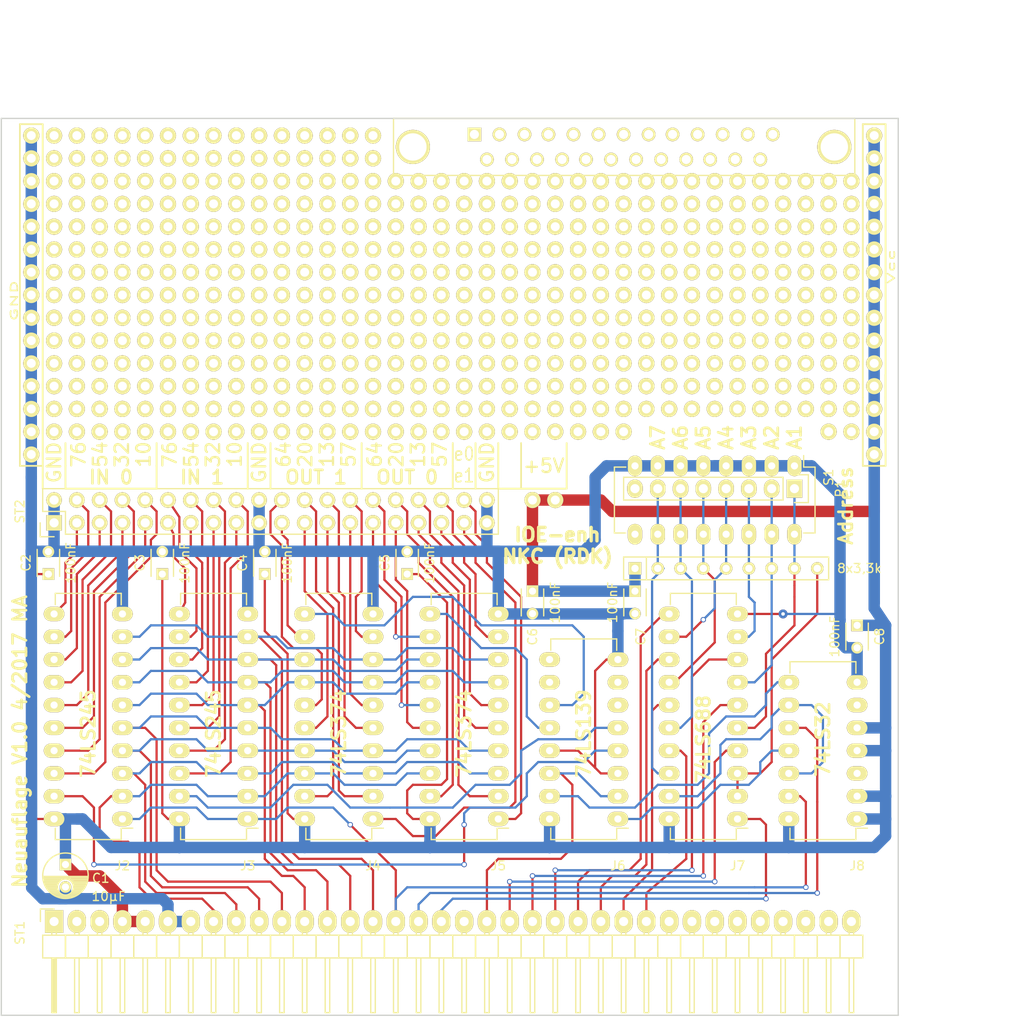
<source format=kicad_pcb>
(kicad_pcb (version 4) (host pcbnew 4.0.4-stable)
  (title_block (title IOE-enhanced) (date 2017-05-03) (rev 1.0a) (company RDK) (comment 1 "NDR NKC") (comment 3 "Marcel André"))
  (layers (0 F.Cu signal) (31 B.Cu signal) (34 B.Paste user) (35 F.Paste user) (36 B.SilkS user) (37 F.SilkS user) (38 B.Mask user) (39 F.Mask user) (44 Edge.Cuts user))
  (net 0 "")
  (net 1 /D1)
  (net 2 /D0)
  (net 3 GND)
  (net 4 VCC)
  (net 5 /D2)
  (net 6 /D3)
  (net 7 /D4)
  (net 8 /D5)
  (net 9 /D6)
  (net 10 /D7)
  (net 11 //RD)
  (net 12 //WR)
  (net 13 //IORQ)
  (net 14 /A0)
  (net 15 /A1)
  (net 16 /A4)
  (net 17 /A5)
  (net 18 /A6)
  (net 19 /A7)
  (net 20 /In0D7)
  (net 21 /In0D6)
  (net 22 /In0D5)
  (net 23 /In0D4)
  (net 24 /In0D3)
  (net 25 /In0D2)
  (net 26 /In0D1)
  (net 27 /In0D0)
  (net 28 /r0)
  (net 29 /In1D7)
  (net 30 /In1D6)
  (net 31 /In1D5)
  (net 32 /In1D4)
  (net 33 /In1D3)
  (net 34 /In1D2)
  (net 35 /In1D1)
  (net 36 /In1D0)
  (net 37 /r1)
  (net 38 //e0)
  (net 39 /Out0D0)
  (net 40 /Out0D1)
  (net 41 /Out0D2)
  (net 42 /Out0D3)
  (net 43 /Out0D4)
  (net 44 /Out0D5)
  (net 45 /Out0D6)
  (net 46 /Out0D7)
  (net 47 //e1)
  (net 48 /Out1D0)
  (net 49 /Out1D1)
  (net 50 /Out1D2)
  (net 51 /Out1D3)
  (net 52 /w1)
  (net 53 /Out1D4)
  (net 54 /Out1D5)
  (net 55 /Out1D6)
  (net 56 /Out1D7)
  (net 57 "Net-(J6-Pad1)")
  (net 58 "Net-(J6-Pad15)")
  (net 59 /w0)
  (net 60 /A2)
  (net 61 /A3)
  (net 62 "Net-(J7-Pad19)")
  (net 63 "Net-(8x3,3k1-Pad2)")
  (net 64 "Net-(8x3,3k1-Pad3)")
  (net 65 "Net-(8x3,3k1-Pad4)")
  (net 66 "Net-(8x3,3k1-Pad5)")
  (net 67 "Net-(8x3,3k1-Pad6)")
  (net 68 "Net-(8x3,3k1-Pad7)")
  (net 69 "Net-(8x3,3k1-Pad8)")
  (net 70 "Net-(8x3,3k1-Pad9)")
  (module Measurement_Points:Measurement_Point_Round-TH_Small (layer F.Cu) (at 74.93 43.18)
    (fp_text reference REF** hide)
    (fp_text value "")
    (pad 1 thru_hole circle (at 0 0) (size 1.8 1.8) (drill 1) (layers *.Cu *.Mask F.SilkS))
  )
  (module Measurement_Points:Measurement_Point_Round-TH_Small (layer F.Cu) (at 72.39 43.18)
    (fp_text reference REF** hide)
    (fp_text value "")
    (pad 1 thru_hole circle (at 0 0) (size 1.8 1.8) (drill 1) (layers *.Cu *.Mask F.SilkS))
  )
  (module Measurement_Points:Measurement_Point_Round-TH_Small (layer F.Cu) (at 72.39 45.72)
    (fp_text reference REF** hide)
    (fp_text value "")
    (pad 1 thru_hole circle (at 0 0) (size 1.8 1.8) (drill 1) (layers *.Cu *.Mask F.SilkS))
  )
  (module Measurement_Points:Measurement_Point_Round-TH_Small (layer F.Cu) (at 74.93 45.72)
    (fp_text reference REF** hide)
    (fp_text value "")
    (pad 1 thru_hole circle (at 0 0) (size 1.8 1.8) (drill 1) (layers *.Cu *.Mask F.SilkS))
  )
  (module Measurement_Points:Measurement_Point_Round-TH_Small (layer F.Cu) (at 57.15 45.72)
    (fp_text reference REF** hide)
    (fp_text value "")
    (pad 1 thru_hole circle (at 0 0) (size 1.8 1.8) (drill 1) (layers *.Cu *.Mask F.SilkS))
  )
  (module Measurement_Points:Measurement_Point_Round-TH_Small (layer F.Cu) (at 54.61 45.72)
    (fp_text reference REF** hide)
    (fp_text value "")
    (pad 1 thru_hole circle (at 0 0) (size 1.8 1.8) (drill 1) (layers *.Cu *.Mask F.SilkS))
  )
  (module Measurement_Points:Measurement_Point_Round-TH_Small (layer F.Cu) (at 62.23 45.72)
    (fp_text reference REF** hide)
    (fp_text value "")
    (pad 1 thru_hole circle (at 0 0) (size 1.8 1.8) (drill 1) (layers *.Cu *.Mask F.SilkS))
  )
  (module Measurement_Points:Measurement_Point_Round-TH_Small (layer F.Cu) (at 59.69 45.72)
    (fp_text reference REF** hide)
    (fp_text value "")
    (pad 1 thru_hole circle (at 0 0) (size 1.8 1.8) (drill 1) (layers *.Cu *.Mask F.SilkS))
  )
  (module Measurement_Points:Measurement_Point_Round-TH_Small (layer F.Cu) (at 67.31 45.72)
    (fp_text reference REF** hide)
    (fp_text value "")
    (pad 1 thru_hole circle (at 0 0) (size 1.8 1.8) (drill 1) (layers *.Cu *.Mask F.SilkS))
  )
  (module Measurement_Points:Measurement_Point_Round-TH_Small (layer F.Cu) (at 64.77 45.72)
    (fp_text reference REF** hide)
    (fp_text value "")
    (pad 1 thru_hole circle (at 0 0) (size 1.8 1.8) (drill 1) (layers *.Cu *.Mask F.SilkS))
  )
  (module Measurement_Points:Measurement_Point_Round-TH_Small (layer F.Cu) (at 69.85 45.72)
    (fp_text reference REF** hide)
    (fp_text value "")
    (pad 1 thru_hole circle (at 0 0) (size 1.8 1.8) (drill 1) (layers *.Cu *.Mask F.SilkS))
  )
  (module Measurement_Points:Measurement_Point_Round-TH_Small (layer F.Cu) (at 69.85 43.18)
    (fp_text reference REF** hide)
    (fp_text value "")
    (pad 1 thru_hole circle (at 0 0) (size 1.8 1.8) (drill 1) (layers *.Cu *.Mask F.SilkS))
  )
  (module Measurement_Points:Measurement_Point_Round-TH_Small (layer F.Cu) (at 64.77 43.18)
    (fp_text reference REF** hide)
    (fp_text value "")
    (pad 1 thru_hole circle (at 0 0) (size 1.8 1.8) (drill 1) (layers *.Cu *.Mask F.SilkS))
  )
  (module Measurement_Points:Measurement_Point_Round-TH_Small (layer F.Cu) (at 67.31 43.18)
    (fp_text reference REF** hide)
    (fp_text value "")
    (pad 1 thru_hole circle (at 0 0) (size 1.8 1.8) (drill 1) (layers *.Cu *.Mask F.SilkS))
  )
  (module Measurement_Points:Measurement_Point_Round-TH_Small (layer F.Cu) (at 59.69 43.18)
    (fp_text reference REF** hide)
    (fp_text value "")
    (pad 1 thru_hole circle (at 0 0) (size 1.8 1.8) (drill 1) (layers *.Cu *.Mask F.SilkS))
  )
  (module Measurement_Points:Measurement_Point_Round-TH_Small (layer F.Cu) (at 62.23 43.18)
    (fp_text reference REF** hide)
    (fp_text value "")
    (pad 1 thru_hole circle (at 0 0) (size 1.8 1.8) (drill 1) (layers *.Cu *.Mask F.SilkS))
  )
  (module Measurement_Points:Measurement_Point_Round-TH_Small (layer F.Cu) (at 54.61 43.18)
    (fp_text reference REF** hide)
    (fp_text value "")
    (pad 1 thru_hole circle (at 0 0) (size 1.8 1.8) (drill 1) (layers *.Cu *.Mask F.SilkS))
  )
  (module Measurement_Points:Measurement_Point_Round-TH_Small (layer F.Cu) (at 57.15 43.18)
    (fp_text reference REF** hide)
    (fp_text value "")
    (pad 1 thru_hole circle (at 0 0) (size 1.8 1.8) (drill 1) (layers *.Cu *.Mask F.SilkS))
  )
  (module Measurement_Points:Measurement_Point_Round-TH_Small (layer F.Cu) (at 125.73 76.2)
    (fp_text reference REF** hide)
    (fp_text value "")
    (pad 1 thru_hole circle (at 0 0) (size 1.8 1.8) (drill 1) (layers *.Cu *.Mask F.SilkS))
  )
  (module Measurement_Points:Measurement_Point_Round-TH_Small (layer F.Cu) (at 128.27 76.2)
    (fp_text reference REF** hide)
    (fp_text value "")
    (pad 1 thru_hole circle (at 0 0) (size 1.8 1.8) (drill 1) (layers *.Cu *.Mask F.SilkS))
  )
  (module Measurement_Points:Measurement_Point_Round-TH_Small (layer F.Cu) (at 128.27 68.58)
    (fp_text reference REF** hide)
    (fp_text value "")
    (pad 1 thru_hole circle (at 0 0) (size 1.8 1.8) (drill 1) (layers *.Cu *.Mask F.SilkS))
  )
  (module Measurement_Points:Measurement_Point_Round-TH_Small (layer F.Cu) (at 128.27 71.12)
    (fp_text reference REF** hide)
    (fp_text value "")
    (pad 1 thru_hole circle (at 0 0) (size 1.8 1.8) (drill 1) (layers *.Cu *.Mask F.SilkS))
  )
  (module Measurement_Points:Measurement_Point_Round-TH_Small (layer F.Cu) (at 102.87 73.66)
    (fp_text reference REF** hide)
    (fp_text value "")
    (pad 1 thru_hole circle (at 0 0) (size 1.8 1.8) (drill 1) (layers *.Cu *.Mask F.SilkS))
  )
  (module Measurement_Points:Measurement_Point_Round-TH_Small (layer F.Cu) (at 102.87 76.2)
    (fp_text reference REF** hide)
    (fp_text value "")
    (pad 1 thru_hole circle (at 0 0) (size 1.8 1.8) (drill 1) (layers *.Cu *.Mask F.SilkS))
  )
  (module Measurement_Points:Measurement_Point_Round-TH_Small (layer F.Cu) (at 128.27 73.66)
    (fp_text reference REF** hide)
    (fp_text value "")
    (pad 1 thru_hole circle (at 0 0) (size 1.8 1.8) (drill 1) (layers *.Cu *.Mask F.SilkS))
  )
  (module Measurement_Points:Measurement_Point_Round-TH_Small (layer F.Cu) (at 125.73 73.66)
    (fp_text reference REF** hide)
    (fp_text value "")
    (pad 1 thru_hole circle (at 0 0) (size 1.8 1.8) (drill 1) (layers *.Cu *.Mask F.SilkS))
  )
  (module Measurement_Points:Measurement_Point_Round-TH_Small (layer F.Cu) (at 105.41 73.66)
    (fp_text reference REF** hide)
    (fp_text value "")
    (pad 1 thru_hole circle (at 0 0) (size 1.8 1.8) (drill 1) (layers *.Cu *.Mask F.SilkS))
  )
  (module Measurement_Points:Measurement_Point_Round-TH_Small (layer F.Cu) (at 110.49 73.66)
    (fp_text reference REF** hide)
    (fp_text value "")
    (pad 1 thru_hole circle (at 0 0) (size 1.8 1.8) (drill 1) (layers *.Cu *.Mask F.SilkS))
  )
  (module Measurement_Points:Measurement_Point_Round-TH_Small (layer F.Cu) (at 107.95 73.66)
    (fp_text reference REF** hide)
    (fp_text value "")
    (pad 1 thru_hole circle (at 0 0) (size 1.8 1.8) (drill 1) (layers *.Cu *.Mask F.SilkS))
  )
  (module Measurement_Points:Measurement_Point_Round-TH_Small (layer F.Cu) (at 120.65 73.66)
    (fp_text reference REF** hide)
    (fp_text value "")
    (pad 1 thru_hole circle (at 0 0) (size 1.8 1.8) (drill 1) (layers *.Cu *.Mask F.SilkS))
  )
  (module Measurement_Points:Measurement_Point_Round-TH_Small (layer F.Cu) (at 123.19 73.66)
    (fp_text reference REF** hide)
    (fp_text value "")
    (pad 1 thru_hole circle (at 0 0) (size 1.8 1.8) (drill 1) (layers *.Cu *.Mask F.SilkS))
  )
  (module Measurement_Points:Measurement_Point_Round-TH_Small (layer F.Cu) (at 115.57 73.66)
    (fp_text reference REF** hide)
    (fp_text value "")
    (pad 1 thru_hole circle (at 0 0) (size 1.8 1.8) (drill 1) (layers *.Cu *.Mask F.SilkS))
  )
  (module Measurement_Points:Measurement_Point_Round-TH_Small (layer F.Cu) (at 118.11 73.66)
    (fp_text reference REF** hide)
    (fp_text value "")
    (pad 1 thru_hole circle (at 0 0) (size 1.8 1.8) (drill 1) (layers *.Cu *.Mask F.SilkS))
  )
  (module Measurement_Points:Measurement_Point_Round-TH_Small (layer F.Cu) (at 113.03 73.66)
    (fp_text reference REF** hide)
    (fp_text value "")
    (pad 1 thru_hole circle (at 0 0) (size 1.8 1.8) (drill 1) (layers *.Cu *.Mask F.SilkS))
  )
  (module Measurement_Points:Measurement_Point_Round-TH_Small (layer F.Cu) (at 110.49 71.12)
    (fp_text reference REF** hide)
    (fp_text value "")
    (pad 1 thru_hole circle (at 0 0) (size 1.8 1.8) (drill 1) (layers *.Cu *.Mask F.SilkS))
  )
  (module Measurement_Points:Measurement_Point_Round-TH_Small (layer F.Cu) (at 115.57 71.12)
    (fp_text reference REF** hide)
    (fp_text value "")
    (pad 1 thru_hole circle (at 0 0) (size 1.8 1.8) (drill 1) (layers *.Cu *.Mask F.SilkS))
  )
  (module Measurement_Points:Measurement_Point_Round-TH_Small (layer F.Cu) (at 113.03 71.12)
    (fp_text reference REF** hide)
    (fp_text value "")
    (pad 1 thru_hole circle (at 0 0) (size 1.8 1.8) (drill 1) (layers *.Cu *.Mask F.SilkS))
  )
  (module Measurement_Points:Measurement_Point_Round-TH_Small (layer F.Cu) (at 120.65 71.12)
    (fp_text reference REF** hide)
    (fp_text value "")
    (pad 1 thru_hole circle (at 0 0) (size 1.8 1.8) (drill 1) (layers *.Cu *.Mask F.SilkS))
  )
  (module Measurement_Points:Measurement_Point_Round-TH_Small (layer F.Cu) (at 118.11 71.12)
    (fp_text reference REF** hide)
    (fp_text value "")
    (pad 1 thru_hole circle (at 0 0) (size 1.8 1.8) (drill 1) (layers *.Cu *.Mask F.SilkS))
  )
  (module Measurement_Points:Measurement_Point_Round-TH_Small (layer F.Cu) (at 118.11 68.58)
    (fp_text reference REF** hide)
    (fp_text value "")
    (pad 1 thru_hole circle (at 0 0) (size 1.8 1.8) (drill 1) (layers *.Cu *.Mask F.SilkS))
  )
  (module Measurement_Points:Measurement_Point_Round-TH_Small (layer F.Cu) (at 120.65 68.58)
    (fp_text reference REF** hide)
    (fp_text value "")
    (pad 1 thru_hole circle (at 0 0) (size 1.8 1.8) (drill 1) (layers *.Cu *.Mask F.SilkS))
  )
  (module Measurement_Points:Measurement_Point_Round-TH_Small (layer F.Cu) (at 113.03 68.58)
    (fp_text reference REF** hide)
    (fp_text value "")
    (pad 1 thru_hole circle (at 0 0) (size 1.8 1.8) (drill 1) (layers *.Cu *.Mask F.SilkS))
  )
  (module Measurement_Points:Measurement_Point_Round-TH_Small (layer F.Cu) (at 115.57 68.58)
    (fp_text reference REF** hide)
    (fp_text value "")
    (pad 1 thru_hole circle (at 0 0) (size 1.8 1.8) (drill 1) (layers *.Cu *.Mask F.SilkS))
  )
  (module Measurement_Points:Measurement_Point_Round-TH_Small (layer F.Cu) (at 110.49 68.58)
    (fp_text reference REF** hide)
    (fp_text value "")
    (pad 1 thru_hole circle (at 0 0) (size 1.8 1.8) (drill 1) (layers *.Cu *.Mask F.SilkS))
  )
  (module Measurement_Points:Measurement_Point_Round-TH_Small (layer F.Cu) (at 102.87 68.58)
    (fp_text reference REF** hide)
    (fp_text value "")
    (pad 1 thru_hole circle (at 0 0) (size 1.8 1.8) (drill 1) (layers *.Cu *.Mask F.SilkS))
  )
  (module Measurement_Points:Measurement_Point_Round-TH_Small (layer F.Cu) (at 107.95 68.58)
    (fp_text reference REF** hide)
    (fp_text value "")
    (pad 1 thru_hole circle (at 0 0) (size 1.8 1.8) (drill 1) (layers *.Cu *.Mask F.SilkS))
  )
  (module Measurement_Points:Measurement_Point_Round-TH_Small (layer F.Cu) (at 105.41 68.58)
    (fp_text reference REF** hide)
    (fp_text value "")
    (pad 1 thru_hole circle (at 0 0) (size 1.8 1.8) (drill 1) (layers *.Cu *.Mask F.SilkS))
  )
  (module Measurement_Points:Measurement_Point_Round-TH_Small (layer F.Cu) (at 105.41 71.12)
    (fp_text reference REF** hide)
    (fp_text value "")
    (pad 1 thru_hole circle (at 0 0) (size 1.8 1.8) (drill 1) (layers *.Cu *.Mask F.SilkS))
  )
  (module Measurement_Points:Measurement_Point_Round-TH_Small (layer F.Cu) (at 107.95 71.12)
    (fp_text reference REF** hide)
    (fp_text value "")
    (pad 1 thru_hole circle (at 0 0) (size 1.8 1.8) (drill 1) (layers *.Cu *.Mask F.SilkS))
  )
  (module Measurement_Points:Measurement_Point_Round-TH_Small (layer F.Cu) (at 102.87 71.12)
    (fp_text reference REF** hide)
    (fp_text value "")
    (pad 1 thru_hole circle (at 0 0) (size 1.8 1.8) (drill 1) (layers *.Cu *.Mask F.SilkS))
  )
  (module Measurement_Points:Measurement_Point_Round-TH_Small (layer F.Cu) (at 125.73 68.58)
    (fp_text reference REF** hide)
    (fp_text value "")
    (pad 1 thru_hole circle (at 0 0) (size 1.8 1.8) (drill 1) (layers *.Cu *.Mask F.SilkS))
  )
  (module Measurement_Points:Measurement_Point_Round-TH_Small (layer F.Cu) (at 123.19 68.58)
    (fp_text reference REF** hide)
    (fp_text value "")
    (pad 1 thru_hole circle (at 0 0) (size 1.8 1.8) (drill 1) (layers *.Cu *.Mask F.SilkS))
  )
  (module Measurement_Points:Measurement_Point_Round-TH_Small (layer F.Cu) (at 123.19 71.12)
    (fp_text reference REF** hide)
    (fp_text value "")
    (pad 1 thru_hole circle (at 0 0) (size 1.8 1.8) (drill 1) (layers *.Cu *.Mask F.SilkS))
  )
  (module Measurement_Points:Measurement_Point_Round-TH_Small (layer F.Cu) (at 125.73 71.12)
    (fp_text reference REF** hide)
    (fp_text value "")
    (pad 1 thru_hole circle (at 0 0) (size 1.8 1.8) (drill 1) (layers *.Cu *.Mask F.SilkS))
  )
  (module Measurement_Points:Measurement_Point_Round-TH_Small (layer F.Cu) (at 49.53 68.58)
    (fp_text reference REF** hide)
    (fp_text value "")
    (pad 1 thru_hole circle (at 0 0) (size 1.8 1.8) (drill 1) (layers *.Cu *.Mask F.SilkS))
  )
  (module Measurement_Points:Measurement_Point_Round-TH_Small (layer F.Cu) (at 54.61 68.58)
    (fp_text reference REF** hide)
    (fp_text value "")
    (pad 1 thru_hole circle (at 0 0) (size 1.8 1.8) (drill 1) (layers *.Cu *.Mask F.SilkS))
  )
  (module Measurement_Points:Measurement_Point_Round-TH_Small (layer F.Cu) (at 52.07 68.58)
    (fp_text reference REF** hide)
    (fp_text value "")
    (pad 1 thru_hole circle (at 0 0) (size 1.8 1.8) (drill 1) (layers *.Cu *.Mask F.SilkS))
  )
  (module Measurement_Points:Measurement_Point_Round-TH_Small (layer F.Cu) (at 59.69 68.58)
    (fp_text reference REF** hide)
    (fp_text value "")
    (pad 1 thru_hole circle (at 0 0) (size 1.8 1.8) (drill 1) (layers *.Cu *.Mask F.SilkS))
  )
  (module Measurement_Points:Measurement_Point_Round-TH_Small (layer F.Cu) (at 57.15 68.58)
    (fp_text reference REF** hide)
    (fp_text value "")
    (pad 1 thru_hole circle (at 0 0) (size 1.8 1.8) (drill 1) (layers *.Cu *.Mask F.SilkS))
  )
  (module Measurement_Points:Measurement_Point_Round-TH_Small (layer F.Cu) (at 57.15 71.12)
    (fp_text reference REF** hide)
    (fp_text value "")
    (pad 1 thru_hole circle (at 0 0) (size 1.8 1.8) (drill 1) (layers *.Cu *.Mask F.SilkS))
  )
  (module Measurement_Points:Measurement_Point_Round-TH_Small (layer F.Cu) (at 59.69 71.12)
    (fp_text reference REF** hide)
    (fp_text value "")
    (pad 1 thru_hole circle (at 0 0) (size 1.8 1.8) (drill 1) (layers *.Cu *.Mask F.SilkS))
  )
  (module Measurement_Points:Measurement_Point_Round-TH_Small (layer F.Cu) (at 52.07 71.12)
    (fp_text reference REF** hide)
    (fp_text value "")
    (pad 1 thru_hole circle (at 0 0) (size 1.8 1.8) (drill 1) (layers *.Cu *.Mask F.SilkS))
  )
  (module Measurement_Points:Measurement_Point_Round-TH_Small (layer F.Cu) (at 54.61 71.12)
    (fp_text reference REF** hide)
    (fp_text value "")
    (pad 1 thru_hole circle (at 0 0) (size 1.8 1.8) (drill 1) (layers *.Cu *.Mask F.SilkS))
  )
  (module Measurement_Points:Measurement_Point_Round-TH_Small (layer F.Cu) (at 49.53 71.12)
    (fp_text reference REF** hide)
    (fp_text value "")
    (pad 1 thru_hole circle (at 0 0) (size 1.8 1.8) (drill 1) (layers *.Cu *.Mask F.SilkS))
  )
  (module Measurement_Points:Measurement_Point_Round-TH_Small (layer F.Cu) (at 49.53 76.2)
    (fp_text reference REF** hide)
    (fp_text value "")
    (pad 1 thru_hole circle (at 0 0) (size 1.8 1.8) (drill 1) (layers *.Cu *.Mask F.SilkS))
  )
  (module Measurement_Points:Measurement_Point_Round-TH_Small (layer F.Cu) (at 54.61 76.2)
    (fp_text reference REF** hide)
    (fp_text value "")
    (pad 1 thru_hole circle (at 0 0) (size 1.8 1.8) (drill 1) (layers *.Cu *.Mask F.SilkS))
  )
  (module Measurement_Points:Measurement_Point_Round-TH_Small (layer F.Cu) (at 52.07 76.2)
    (fp_text reference REF** hide)
    (fp_text value "")
    (pad 1 thru_hole circle (at 0 0) (size 1.8 1.8) (drill 1) (layers *.Cu *.Mask F.SilkS))
  )
  (module Measurement_Points:Measurement_Point_Round-TH_Small (layer F.Cu) (at 59.69 76.2)
    (fp_text reference REF** hide)
    (fp_text value "")
    (pad 1 thru_hole circle (at 0 0) (size 1.8 1.8) (drill 1) (layers *.Cu *.Mask F.SilkS))
  )
  (module Measurement_Points:Measurement_Point_Round-TH_Small (layer F.Cu) (at 57.15 76.2)
    (fp_text reference REF** hide)
    (fp_text value "")
    (pad 1 thru_hole circle (at 0 0) (size 1.8 1.8) (drill 1) (layers *.Cu *.Mask F.SilkS))
  )
  (module Measurement_Points:Measurement_Point_Round-TH_Small (layer F.Cu) (at 57.15 73.66)
    (fp_text reference REF** hide)
    (fp_text value "")
    (pad 1 thru_hole circle (at 0 0) (size 1.8 1.8) (drill 1) (layers *.Cu *.Mask F.SilkS))
  )
  (module Measurement_Points:Measurement_Point_Round-TH_Small (layer F.Cu) (at 59.69 73.66)
    (fp_text reference REF** hide)
    (fp_text value "")
    (pad 1 thru_hole circle (at 0 0) (size 1.8 1.8) (drill 1) (layers *.Cu *.Mask F.SilkS))
  )
  (module Measurement_Points:Measurement_Point_Round-TH_Small (layer F.Cu) (at 52.07 73.66)
    (fp_text reference REF** hide)
    (fp_text value "")
    (pad 1 thru_hole circle (at 0 0) (size 1.8 1.8) (drill 1) (layers *.Cu *.Mask F.SilkS))
  )
  (module Measurement_Points:Measurement_Point_Round-TH_Small (layer F.Cu) (at 54.61 73.66)
    (fp_text reference REF** hide)
    (fp_text value "")
    (pad 1 thru_hole circle (at 0 0) (size 1.8 1.8) (drill 1) (layers *.Cu *.Mask F.SilkS))
  )
  (module Measurement_Points:Measurement_Point_Round-TH_Small (layer F.Cu) (at 49.53 73.66)
    (fp_text reference REF** hide)
    (fp_text value "")
    (pad 1 thru_hole circle (at 0 0) (size 1.8 1.8) (drill 1) (layers *.Cu *.Mask F.SilkS))
  )
  (module Measurement_Points:Measurement_Point_Round-TH_Small (layer F.Cu) (at 41.91 73.66)
    (fp_text reference REF** hide)
    (fp_text value "")
    (pad 1 thru_hole circle (at 0 0) (size 1.8 1.8) (drill 1) (layers *.Cu *.Mask F.SilkS))
  )
  (module Measurement_Points:Measurement_Point_Round-TH_Small (layer F.Cu) (at 39.37 73.66)
    (fp_text reference REF** hide)
    (fp_text value "")
    (pad 1 thru_hole circle (at 0 0) (size 1.8 1.8) (drill 1) (layers *.Cu *.Mask F.SilkS))
  )
  (module Measurement_Points:Measurement_Point_Round-TH_Small (layer F.Cu) (at 46.99 73.66)
    (fp_text reference REF** hide)
    (fp_text value "")
    (pad 1 thru_hole circle (at 0 0) (size 1.8 1.8) (drill 1) (layers *.Cu *.Mask F.SilkS))
  )
  (module Measurement_Points:Measurement_Point_Round-TH_Small (layer F.Cu) (at 44.45 73.66)
    (fp_text reference REF** hide)
    (fp_text value "")
    (pad 1 thru_hole circle (at 0 0) (size 1.8 1.8) (drill 1) (layers *.Cu *.Mask F.SilkS))
  )
  (module Measurement_Points:Measurement_Point_Round-TH_Small (layer F.Cu) (at 44.45 76.2)
    (fp_text reference REF** hide)
    (fp_text value "")
    (pad 1 thru_hole circle (at 0 0) (size 1.8 1.8) (drill 1) (layers *.Cu *.Mask F.SilkS))
  )
  (module Measurement_Points:Measurement_Point_Round-TH_Small (layer F.Cu) (at 46.99 76.2)
    (fp_text reference REF** hide)
    (fp_text value "")
    (pad 1 thru_hole circle (at 0 0) (size 1.8 1.8) (drill 1) (layers *.Cu *.Mask F.SilkS))
  )
  (module Measurement_Points:Measurement_Point_Round-TH_Small (layer F.Cu) (at 39.37 76.2)
    (fp_text reference REF** hide)
    (fp_text value "")
    (pad 1 thru_hole circle (at 0 0) (size 1.8 1.8) (drill 1) (layers *.Cu *.Mask F.SilkS))
  )
  (module Measurement_Points:Measurement_Point_Round-TH_Small (layer F.Cu) (at 41.91 76.2)
    (fp_text reference REF** hide)
    (fp_text value "")
    (pad 1 thru_hole circle (at 0 0) (size 1.8 1.8) (drill 1) (layers *.Cu *.Mask F.SilkS))
  )
  (module Measurement_Points:Measurement_Point_Round-TH_Small (layer F.Cu) (at 41.91 71.12)
    (fp_text reference REF** hide)
    (fp_text value "")
    (pad 1 thru_hole circle (at 0 0) (size 1.8 1.8) (drill 1) (layers *.Cu *.Mask F.SilkS))
  )
  (module Measurement_Points:Measurement_Point_Round-TH_Small (layer F.Cu) (at 39.37 71.12)
    (fp_text reference REF** hide)
    (fp_text value "")
    (pad 1 thru_hole circle (at 0 0) (size 1.8 1.8) (drill 1) (layers *.Cu *.Mask F.SilkS))
  )
  (module Measurement_Points:Measurement_Point_Round-TH_Small (layer F.Cu) (at 46.99 71.12)
    (fp_text reference REF** hide)
    (fp_text value "")
    (pad 1 thru_hole circle (at 0 0) (size 1.8 1.8) (drill 1) (layers *.Cu *.Mask F.SilkS))
  )
  (module Measurement_Points:Measurement_Point_Round-TH_Small (layer F.Cu) (at 44.45 71.12)
    (fp_text reference REF** hide)
    (fp_text value "")
    (pad 1 thru_hole circle (at 0 0) (size 1.8 1.8) (drill 1) (layers *.Cu *.Mask F.SilkS))
  )
  (module Measurement_Points:Measurement_Point_Round-TH_Small (layer F.Cu) (at 44.45 68.58)
    (fp_text reference REF** hide)
    (fp_text value "")
    (pad 1 thru_hole circle (at 0 0) (size 1.8 1.8) (drill 1) (layers *.Cu *.Mask F.SilkS))
  )
  (module Measurement_Points:Measurement_Point_Round-TH_Small (layer F.Cu) (at 46.99 68.58)
    (fp_text reference REF** hide)
    (fp_text value "")
    (pad 1 thru_hole circle (at 0 0) (size 1.8 1.8) (drill 1) (layers *.Cu *.Mask F.SilkS))
  )
  (module Measurement_Points:Measurement_Point_Round-TH_Small (layer F.Cu) (at 39.37 68.58)
    (fp_text reference REF** hide)
    (fp_text value "")
    (pad 1 thru_hole circle (at 0 0) (size 1.8 1.8) (drill 1) (layers *.Cu *.Mask F.SilkS))
  )
  (module Measurement_Points:Measurement_Point_Round-TH_Small (layer F.Cu) (at 41.91 68.58)
    (fp_text reference REF** hide)
    (fp_text value "")
    (pad 1 thru_hole circle (at 0 0) (size 1.8 1.8) (drill 1) (layers *.Cu *.Mask F.SilkS))
  )
  (module Measurement_Points:Measurement_Point_Round-TH_Small (layer F.Cu) (at 62.23 68.58)
    (fp_text reference REF** hide)
    (fp_text value "")
    (pad 1 thru_hole circle (at 0 0) (size 1.8 1.8) (drill 1) (layers *.Cu *.Mask F.SilkS))
  )
  (module Measurement_Points:Measurement_Point_Round-TH_Small (layer F.Cu) (at 67.31 68.58)
    (fp_text reference REF** hide)
    (fp_text value "")
    (pad 1 thru_hole circle (at 0 0) (size 1.8 1.8) (drill 1) (layers *.Cu *.Mask F.SilkS))
  )
  (module Measurement_Points:Measurement_Point_Round-TH_Small (layer F.Cu) (at 64.77 68.58)
    (fp_text reference REF** hide)
    (fp_text value "")
    (pad 1 thru_hole circle (at 0 0) (size 1.8 1.8) (drill 1) (layers *.Cu *.Mask F.SilkS))
  )
  (module Measurement_Points:Measurement_Point_Round-TH_Small (layer F.Cu) (at 72.39 68.58)
    (fp_text reference REF** hide)
    (fp_text value "")
    (pad 1 thru_hole circle (at 0 0) (size 1.8 1.8) (drill 1) (layers *.Cu *.Mask F.SilkS))
  )
  (module Measurement_Points:Measurement_Point_Round-TH_Small (layer F.Cu) (at 69.85 68.58)
    (fp_text reference REF** hide)
    (fp_text value "")
    (pad 1 thru_hole circle (at 0 0) (size 1.8 1.8) (drill 1) (layers *.Cu *.Mask F.SilkS))
  )
  (module Measurement_Points:Measurement_Point_Round-TH_Small (layer F.Cu) (at 69.85 71.12)
    (fp_text reference REF** hide)
    (fp_text value "")
    (pad 1 thru_hole circle (at 0 0) (size 1.8 1.8) (drill 1) (layers *.Cu *.Mask F.SilkS))
  )
  (module Measurement_Points:Measurement_Point_Round-TH_Small (layer F.Cu) (at 72.39 71.12)
    (fp_text reference REF** hide)
    (fp_text value "")
    (pad 1 thru_hole circle (at 0 0) (size 1.8 1.8) (drill 1) (layers *.Cu *.Mask F.SilkS))
  )
  (module Measurement_Points:Measurement_Point_Round-TH_Small (layer F.Cu) (at 64.77 71.12)
    (fp_text reference REF** hide)
    (fp_text value "")
    (pad 1 thru_hole circle (at 0 0) (size 1.8 1.8) (drill 1) (layers *.Cu *.Mask F.SilkS))
  )
  (module Measurement_Points:Measurement_Point_Round-TH_Small (layer F.Cu) (at 67.31 71.12)
    (fp_text reference REF** hide)
    (fp_text value "")
    (pad 1 thru_hole circle (at 0 0) (size 1.8 1.8) (drill 1) (layers *.Cu *.Mask F.SilkS))
  )
  (module Measurement_Points:Measurement_Point_Round-TH_Small (layer F.Cu) (at 62.23 71.12)
    (fp_text reference REF** hide)
    (fp_text value "")
    (pad 1 thru_hole circle (at 0 0) (size 1.8 1.8) (drill 1) (layers *.Cu *.Mask F.SilkS))
  )
  (module Measurement_Points:Measurement_Point_Round-TH_Small (layer F.Cu) (at 62.23 76.2)
    (fp_text reference REF** hide)
    (fp_text value "")
    (pad 1 thru_hole circle (at 0 0) (size 1.8 1.8) (drill 1) (layers *.Cu *.Mask F.SilkS))
  )
  (module Measurement_Points:Measurement_Point_Round-TH_Small (layer F.Cu) (at 67.31 76.2)
    (fp_text reference REF** hide)
    (fp_text value "")
    (pad 1 thru_hole circle (at 0 0) (size 1.8 1.8) (drill 1) (layers *.Cu *.Mask F.SilkS))
  )
  (module Measurement_Points:Measurement_Point_Round-TH_Small (layer F.Cu) (at 64.77 76.2)
    (fp_text reference REF** hide)
    (fp_text value "")
    (pad 1 thru_hole circle (at 0 0) (size 1.8 1.8) (drill 1) (layers *.Cu *.Mask F.SilkS))
  )
  (module Measurement_Points:Measurement_Point_Round-TH_Small (layer F.Cu) (at 72.39 76.2)
    (fp_text reference REF** hide)
    (fp_text value "")
    (pad 1 thru_hole circle (at 0 0) (size 1.8 1.8) (drill 1) (layers *.Cu *.Mask F.SilkS))
  )
  (module Measurement_Points:Measurement_Point_Round-TH_Small (layer F.Cu) (at 69.85 76.2)
    (fp_text reference REF** hide)
    (fp_text value "")
    (pad 1 thru_hole circle (at 0 0) (size 1.8 1.8) (drill 1) (layers *.Cu *.Mask F.SilkS))
  )
  (module Measurement_Points:Measurement_Point_Round-TH_Small (layer F.Cu) (at 69.85 73.66)
    (fp_text reference REF** hide)
    (fp_text value "")
    (pad 1 thru_hole circle (at 0 0) (size 1.8 1.8) (drill 1) (layers *.Cu *.Mask F.SilkS))
  )
  (module Measurement_Points:Measurement_Point_Round-TH_Small (layer F.Cu) (at 72.39 73.66)
    (fp_text reference REF** hide)
    (fp_text value "")
    (pad 1 thru_hole circle (at 0 0) (size 1.8 1.8) (drill 1) (layers *.Cu *.Mask F.SilkS))
  )
  (module Measurement_Points:Measurement_Point_Round-TH_Small (layer F.Cu) (at 64.77 73.66)
    (fp_text reference REF** hide)
    (fp_text value "")
    (pad 1 thru_hole circle (at 0 0) (size 1.8 1.8) (drill 1) (layers *.Cu *.Mask F.SilkS))
  )
  (module Measurement_Points:Measurement_Point_Round-TH_Small (layer F.Cu) (at 67.31 73.66)
    (fp_text reference REF** hide)
    (fp_text value "")
    (pad 1 thru_hole circle (at 0 0) (size 1.8 1.8) (drill 1) (layers *.Cu *.Mask F.SilkS))
  )
  (module Measurement_Points:Measurement_Point_Round-TH_Small (layer F.Cu) (at 62.23 73.66)
    (fp_text reference REF** hide)
    (fp_text value "")
    (pad 1 thru_hole circle (at 0 0) (size 1.8 1.8) (drill 1) (layers *.Cu *.Mask F.SilkS))
  )
  (module Measurement_Points:Measurement_Point_Round-TH_Small (layer F.Cu) (at 74.93 73.66)
    (fp_text reference REF** hide)
    (fp_text value "")
    (pad 1 thru_hole circle (at 0 0) (size 1.8 1.8) (drill 1) (layers *.Cu *.Mask F.SilkS))
  )
  (module Measurement_Points:Measurement_Point_Round-TH_Small (layer F.Cu) (at 80.01 73.66)
    (fp_text reference REF** hide)
    (fp_text value "")
    (pad 1 thru_hole circle (at 0 0) (size 1.8 1.8) (drill 1) (layers *.Cu *.Mask F.SilkS))
  )
  (module Measurement_Points:Measurement_Point_Round-TH_Small (layer F.Cu) (at 77.47 73.66)
    (fp_text reference REF** hide)
    (fp_text value "")
    (pad 1 thru_hole circle (at 0 0) (size 1.8 1.8) (drill 1) (layers *.Cu *.Mask F.SilkS))
  )
  (module Measurement_Points:Measurement_Point_Round-TH_Small (layer F.Cu) (at 85.09 73.66)
    (fp_text reference REF** hide)
    (fp_text value "")
    (pad 1 thru_hole circle (at 0 0) (size 1.8 1.8) (drill 1) (layers *.Cu *.Mask F.SilkS))
  )
  (module Measurement_Points:Measurement_Point_Round-TH_Small (layer F.Cu) (at 82.55 73.66)
    (fp_text reference REF** hide)
    (fp_text value "")
    (pad 1 thru_hole circle (at 0 0) (size 1.8 1.8) (drill 1) (layers *.Cu *.Mask F.SilkS))
  )
  (module Measurement_Points:Measurement_Point_Round-TH_Small (layer F.Cu) (at 82.55 76.2)
    (fp_text reference REF** hide)
    (fp_text value "")
    (pad 1 thru_hole circle (at 0 0) (size 1.8 1.8) (drill 1) (layers *.Cu *.Mask F.SilkS))
  )
  (module Measurement_Points:Measurement_Point_Round-TH_Small (layer F.Cu) (at 85.09 76.2)
    (fp_text reference REF** hide)
    (fp_text value "")
    (pad 1 thru_hole circle (at 0 0) (size 1.8 1.8) (drill 1) (layers *.Cu *.Mask F.SilkS))
  )
  (module Measurement_Points:Measurement_Point_Round-TH_Small (layer F.Cu) (at 77.47 76.2)
    (fp_text reference REF** hide)
    (fp_text value "")
    (pad 1 thru_hole circle (at 0 0) (size 1.8 1.8) (drill 1) (layers *.Cu *.Mask F.SilkS))
  )
  (module Measurement_Points:Measurement_Point_Round-TH_Small (layer F.Cu) (at 80.01 76.2)
    (fp_text reference REF** hide)
    (fp_text value "")
    (pad 1 thru_hole circle (at 0 0) (size 1.8 1.8) (drill 1) (layers *.Cu *.Mask F.SilkS))
  )
  (module Measurement_Points:Measurement_Point_Round-TH_Small (layer F.Cu) (at 74.93 76.2)
    (fp_text reference REF** hide)
    (fp_text value "")
    (pad 1 thru_hole circle (at 0 0) (size 1.8 1.8) (drill 1) (layers *.Cu *.Mask F.SilkS))
  )
  (module Measurement_Points:Measurement_Point_Round-TH_Small (layer F.Cu) (at 74.93 71.12)
    (fp_text reference REF** hide)
    (fp_text value "")
    (pad 1 thru_hole circle (at 0 0) (size 1.8 1.8) (drill 1) (layers *.Cu *.Mask F.SilkS))
  )
  (module Measurement_Points:Measurement_Point_Round-TH_Small (layer F.Cu) (at 80.01 71.12)
    (fp_text reference REF** hide)
    (fp_text value "")
    (pad 1 thru_hole circle (at 0 0) (size 1.8 1.8) (drill 1) (layers *.Cu *.Mask F.SilkS))
  )
  (module Measurement_Points:Measurement_Point_Round-TH_Small (layer F.Cu) (at 77.47 71.12)
    (fp_text reference REF** hide)
    (fp_text value "")
    (pad 1 thru_hole circle (at 0 0) (size 1.8 1.8) (drill 1) (layers *.Cu *.Mask F.SilkS))
  )
  (module Measurement_Points:Measurement_Point_Round-TH_Small (layer F.Cu) (at 85.09 71.12)
    (fp_text reference REF** hide)
    (fp_text value "")
    (pad 1 thru_hole circle (at 0 0) (size 1.8 1.8) (drill 1) (layers *.Cu *.Mask F.SilkS))
  )
  (module Measurement_Points:Measurement_Point_Round-TH_Small (layer F.Cu) (at 82.55 71.12)
    (fp_text reference REF** hide)
    (fp_text value "")
    (pad 1 thru_hole circle (at 0 0) (size 1.8 1.8) (drill 1) (layers *.Cu *.Mask F.SilkS))
  )
  (module Measurement_Points:Measurement_Point_Round-TH_Small (layer F.Cu) (at 82.55 68.58)
    (fp_text reference REF** hide)
    (fp_text value "")
    (pad 1 thru_hole circle (at 0 0) (size 1.8 1.8) (drill 1) (layers *.Cu *.Mask F.SilkS))
  )
  (module Measurement_Points:Measurement_Point_Round-TH_Small (layer F.Cu) (at 85.09 68.58)
    (fp_text reference REF** hide)
    (fp_text value "")
    (pad 1 thru_hole circle (at 0 0) (size 1.8 1.8) (drill 1) (layers *.Cu *.Mask F.SilkS))
  )
  (module Measurement_Points:Measurement_Point_Round-TH_Small (layer F.Cu) (at 77.47 68.58)
    (fp_text reference REF** hide)
    (fp_text value "")
    (pad 1 thru_hole circle (at 0 0) (size 1.8 1.8) (drill 1) (layers *.Cu *.Mask F.SilkS))
  )
  (module Measurement_Points:Measurement_Point_Round-TH_Small (layer F.Cu) (at 80.01 68.58)
    (fp_text reference REF** hide)
    (fp_text value "")
    (pad 1 thru_hole circle (at 0 0) (size 1.8 1.8) (drill 1) (layers *.Cu *.Mask F.SilkS))
  )
  (module Measurement_Points:Measurement_Point_Round-TH_Small (layer F.Cu) (at 74.93 68.58)
    (fp_text reference REF** hide)
    (fp_text value "")
    (pad 1 thru_hole circle (at 0 0) (size 1.8 1.8) (drill 1) (layers *.Cu *.Mask F.SilkS))
  )
  (module Measurement_Points:Measurement_Point_Round-TH_Small (layer F.Cu) (at 97.79 73.66)
    (fp_text reference REF** hide)
    (fp_text value "")
    (pad 1 thru_hole circle (at 0 0) (size 1.8 1.8) (drill 1) (layers *.Cu *.Mask F.SilkS))
  )
  (module Measurement_Points:Measurement_Point_Round-TH_Small (layer F.Cu) (at 100.33 73.66)
    (fp_text reference REF** hide)
    (fp_text value "")
    (pad 1 thru_hole circle (at 0 0) (size 1.8 1.8) (drill 1) (layers *.Cu *.Mask F.SilkS))
  )
  (module Measurement_Points:Measurement_Point_Round-TH_Small (layer F.Cu) (at 100.33 76.2)
    (fp_text reference REF** hide)
    (fp_text value "")
    (pad 1 thru_hole circle (at 0 0) (size 1.8 1.8) (drill 1) (layers *.Cu *.Mask F.SilkS))
  )
  (module Measurement_Points:Measurement_Point_Round-TH_Small (layer F.Cu) (at 97.79 76.2)
    (fp_text reference REF** hide)
    (fp_text value "")
    (pad 1 thru_hole circle (at 0 0) (size 1.8 1.8) (drill 1) (layers *.Cu *.Mask F.SilkS))
  )
  (module Measurement_Points:Measurement_Point_Round-TH_Small (layer F.Cu) (at 97.79 71.12)
    (fp_text reference REF** hide)
    (fp_text value "")
    (pad 1 thru_hole circle (at 0 0) (size 1.8 1.8) (drill 1) (layers *.Cu *.Mask F.SilkS))
  )
  (module Measurement_Points:Measurement_Point_Round-TH_Small (layer F.Cu) (at 100.33 71.12)
    (fp_text reference REF** hide)
    (fp_text value "")
    (pad 1 thru_hole circle (at 0 0) (size 1.8 1.8) (drill 1) (layers *.Cu *.Mask F.SilkS))
  )
  (module Measurement_Points:Measurement_Point_Round-TH_Small (layer F.Cu) (at 100.33 68.58)
    (fp_text reference REF** hide)
    (fp_text value "")
    (pad 1 thru_hole circle (at 0 0) (size 1.8 1.8) (drill 1) (layers *.Cu *.Mask F.SilkS))
  )
  (module Measurement_Points:Measurement_Point_Round-TH_Small (layer F.Cu) (at 97.79 68.58)
    (fp_text reference REF** hide)
    (fp_text value "")
    (pad 1 thru_hole circle (at 0 0) (size 1.8 1.8) (drill 1) (layers *.Cu *.Mask F.SilkS))
  )
  (module Measurement_Points:Measurement_Point_Round-TH_Small (layer F.Cu) (at 90.17 73.66)
    (fp_text reference REF** hide)
    (fp_text value "")
    (pad 1 thru_hole circle (at 0 0) (size 1.8 1.8) (drill 1) (layers *.Cu *.Mask F.SilkS))
  )
  (module Measurement_Points:Measurement_Point_Round-TH_Small (layer F.Cu) (at 87.63 73.66)
    (fp_text reference REF** hide)
    (fp_text value "")
    (pad 1 thru_hole circle (at 0 0) (size 1.8 1.8) (drill 1) (layers *.Cu *.Mask F.SilkS))
  )
  (module Measurement_Points:Measurement_Point_Round-TH_Small (layer F.Cu) (at 95.25 73.66)
    (fp_text reference REF** hide)
    (fp_text value "")
    (pad 1 thru_hole circle (at 0 0) (size 1.8 1.8) (drill 1) (layers *.Cu *.Mask F.SilkS))
  )
  (module Measurement_Points:Measurement_Point_Round-TH_Small (layer F.Cu) (at 92.71 73.66)
    (fp_text reference REF** hide)
    (fp_text value "")
    (pad 1 thru_hole circle (at 0 0) (size 1.8 1.8) (drill 1) (layers *.Cu *.Mask F.SilkS))
  )
  (module Measurement_Points:Measurement_Point_Round-TH_Small (layer F.Cu) (at 92.71 76.2)
    (fp_text reference REF** hide)
    (fp_text value "")
    (pad 1 thru_hole circle (at 0 0) (size 1.8 1.8) (drill 1) (layers *.Cu *.Mask F.SilkS))
  )
  (module Measurement_Points:Measurement_Point_Round-TH_Small (layer F.Cu) (at 95.25 76.2)
    (fp_text reference REF** hide)
    (fp_text value "")
    (pad 1 thru_hole circle (at 0 0) (size 1.8 1.8) (drill 1) (layers *.Cu *.Mask F.SilkS))
  )
  (module Measurement_Points:Measurement_Point_Round-TH_Small (layer F.Cu) (at 87.63 76.2)
    (fp_text reference REF** hide)
    (fp_text value "")
    (pad 1 thru_hole circle (at 0 0) (size 1.8 1.8) (drill 1) (layers *.Cu *.Mask F.SilkS))
  )
  (module Measurement_Points:Measurement_Point_Round-TH_Small (layer F.Cu) (at 90.17 76.2)
    (fp_text reference REF** hide)
    (fp_text value "")
    (pad 1 thru_hole circle (at 0 0) (size 1.8 1.8) (drill 1) (layers *.Cu *.Mask F.SilkS))
  )
  (module Measurement_Points:Measurement_Point_Round-TH_Small (layer F.Cu) (at 90.17 71.12)
    (fp_text reference REF** hide)
    (fp_text value "")
    (pad 1 thru_hole circle (at 0 0) (size 1.8 1.8) (drill 1) (layers *.Cu *.Mask F.SilkS))
  )
  (module Measurement_Points:Measurement_Point_Round-TH_Small (layer F.Cu) (at 87.63 71.12)
    (fp_text reference REF** hide)
    (fp_text value "")
    (pad 1 thru_hole circle (at 0 0) (size 1.8 1.8) (drill 1) (layers *.Cu *.Mask F.SilkS))
  )
  (module Measurement_Points:Measurement_Point_Round-TH_Small (layer F.Cu) (at 95.25 71.12)
    (fp_text reference REF** hide)
    (fp_text value "")
    (pad 1 thru_hole circle (at 0 0) (size 1.8 1.8) (drill 1) (layers *.Cu *.Mask F.SilkS))
  )
  (module Measurement_Points:Measurement_Point_Round-TH_Small (layer F.Cu) (at 92.71 71.12)
    (fp_text reference REF** hide)
    (fp_text value "")
    (pad 1 thru_hole circle (at 0 0) (size 1.8 1.8) (drill 1) (layers *.Cu *.Mask F.SilkS))
  )
  (module Measurement_Points:Measurement_Point_Round-TH_Small (layer F.Cu) (at 92.71 68.58)
    (fp_text reference REF** hide)
    (fp_text value "")
    (pad 1 thru_hole circle (at 0 0) (size 1.8 1.8) (drill 1) (layers *.Cu *.Mask F.SilkS))
  )
  (module Measurement_Points:Measurement_Point_Round-TH_Small (layer F.Cu) (at 95.25 68.58)
    (fp_text reference REF** hide)
    (fp_text value "")
    (pad 1 thru_hole circle (at 0 0) (size 1.8 1.8) (drill 1) (layers *.Cu *.Mask F.SilkS))
  )
  (module Measurement_Points:Measurement_Point_Round-TH_Small (layer F.Cu) (at 87.63 68.58)
    (fp_text reference REF** hide)
    (fp_text value "")
    (pad 1 thru_hole circle (at 0 0) (size 1.8 1.8) (drill 1) (layers *.Cu *.Mask F.SilkS))
  )
  (module Measurement_Points:Measurement_Point_Round-TH_Small (layer F.Cu) (at 90.17 68.58)
    (fp_text reference REF** hide)
    (fp_text value "")
    (pad 1 thru_hole circle (at 0 0) (size 1.8 1.8) (drill 1) (layers *.Cu *.Mask F.SilkS))
  )
  (module Measurement_Points:Measurement_Point_Round-TH_Small (layer F.Cu) (at 128.27 53.34)
    (fp_text reference REF** hide)
    (fp_text value "")
    (pad 1 thru_hole circle (at 0 0) (size 1.8 1.8) (drill 1) (layers *.Cu *.Mask F.SilkS))
  )
  (module Measurement_Points:Measurement_Point_Round-TH_Small (layer F.Cu) (at 125.73 53.34)
    (fp_text reference REF** hide)
    (fp_text value "")
    (pad 1 thru_hole circle (at 0 0) (size 1.8 1.8) (drill 1) (layers *.Cu *.Mask F.SilkS))
  )
  (module Measurement_Points:Measurement_Point_Round-TH_Small (layer F.Cu) (at 125.73 55.88)
    (fp_text reference REF** hide)
    (fp_text value "")
    (pad 1 thru_hole circle (at 0 0) (size 1.8 1.8) (drill 1) (layers *.Cu *.Mask F.SilkS))
  )
  (module Measurement_Points:Measurement_Point_Round-TH_Small (layer F.Cu) (at 128.27 55.88)
    (fp_text reference REF** hide)
    (fp_text value "")
    (pad 1 thru_hole circle (at 0 0) (size 1.8 1.8) (drill 1) (layers *.Cu *.Mask F.SilkS))
  )
  (module Measurement_Points:Measurement_Point_Round-TH_Small (layer F.Cu) (at 128.27 50.8)
    (fp_text reference REF** hide)
    (fp_text value "")
    (pad 1 thru_hole circle (at 0 0) (size 1.8 1.8) (drill 1) (layers *.Cu *.Mask F.SilkS))
  )
  (module Measurement_Points:Measurement_Point_Round-TH_Small (layer F.Cu) (at 125.73 50.8)
    (fp_text reference REF** hide)
    (fp_text value "")
    (pad 1 thru_hole circle (at 0 0) (size 1.8 1.8) (drill 1) (layers *.Cu *.Mask F.SilkS))
  )
  (module Measurement_Points:Measurement_Point_Round-TH_Small (layer F.Cu) (at 125.73 48.26)
    (fp_text reference REF** hide)
    (fp_text value "")
    (pad 1 thru_hole circle (at 0 0) (size 1.8 1.8) (drill 1) (layers *.Cu *.Mask F.SilkS))
  )
  (module Measurement_Points:Measurement_Point_Round-TH_Small (layer F.Cu) (at 128.27 48.26)
    (fp_text reference REF** hide)
    (fp_text value "")
    (pad 1 thru_hole circle (at 0 0) (size 1.8 1.8) (drill 1) (layers *.Cu *.Mask F.SilkS))
  )
  (module Measurement_Points:Measurement_Point_Round-TH_Small (layer F.Cu) (at 128.27 58.42)
    (fp_text reference REF** hide)
    (fp_text value "")
    (pad 1 thru_hole circle (at 0 0) (size 1.8 1.8) (drill 1) (layers *.Cu *.Mask F.SilkS))
  )
  (module Measurement_Points:Measurement_Point_Round-TH_Small (layer F.Cu) (at 125.73 58.42)
    (fp_text reference REF** hide)
    (fp_text value "")
    (pad 1 thru_hole circle (at 0 0) (size 1.8 1.8) (drill 1) (layers *.Cu *.Mask F.SilkS))
  )
  (module Measurement_Points:Measurement_Point_Round-TH_Small (layer F.Cu) (at 125.73 60.96)
    (fp_text reference REF** hide)
    (fp_text value "")
    (pad 1 thru_hole circle (at 0 0) (size 1.8 1.8) (drill 1) (layers *.Cu *.Mask F.SilkS))
  )
  (module Measurement_Points:Measurement_Point_Round-TH_Small (layer F.Cu) (at 128.27 60.96)
    (fp_text reference REF** hide)
    (fp_text value "")
    (pad 1 thru_hole circle (at 0 0) (size 1.8 1.8) (drill 1) (layers *.Cu *.Mask F.SilkS))
  )
  (module Measurement_Points:Measurement_Point_Round-TH_Small (layer F.Cu) (at 128.27 66.04)
    (fp_text reference REF** hide)
    (fp_text value "")
    (pad 1 thru_hole circle (at 0 0) (size 1.8 1.8) (drill 1) (layers *.Cu *.Mask F.SilkS))
  )
  (module Measurement_Points:Measurement_Point_Round-TH_Small (layer F.Cu) (at 125.73 66.04)
    (fp_text reference REF** hide)
    (fp_text value "")
    (pad 1 thru_hole circle (at 0 0) (size 1.8 1.8) (drill 1) (layers *.Cu *.Mask F.SilkS))
  )
  (module Measurement_Points:Measurement_Point_Round-TH_Small (layer F.Cu) (at 125.73 63.5)
    (fp_text reference REF** hide)
    (fp_text value "")
    (pad 1 thru_hole circle (at 0 0) (size 1.8 1.8) (drill 1) (layers *.Cu *.Mask F.SilkS))
  )
  (module Measurement_Points:Measurement_Point_Round-TH_Small (layer F.Cu) (at 128.27 63.5)
    (fp_text reference REF** hide)
    (fp_text value "")
    (pad 1 thru_hole circle (at 0 0) (size 1.8 1.8) (drill 1) (layers *.Cu *.Mask F.SilkS))
  )
  (module Measurement_Points:Measurement_Point_Round-TH_Small (layer F.Cu) (at 92.71 53.34)
    (fp_text reference REF** hide)
    (fp_text value "")
    (pad 1 thru_hole circle (at 0 0) (size 1.8 1.8) (drill 1) (layers *.Cu *.Mask F.SilkS))
  )
  (module Measurement_Points:Measurement_Point_Round-TH_Small (layer F.Cu) (at 90.17 53.34)
    (fp_text reference REF** hide)
    (fp_text value "")
    (pad 1 thru_hole circle (at 0 0) (size 1.8 1.8) (drill 1) (layers *.Cu *.Mask F.SilkS))
  )
  (module Measurement_Points:Measurement_Point_Round-TH_Small (layer F.Cu) (at 97.79 53.34)
    (fp_text reference REF** hide)
    (fp_text value "")
    (pad 1 thru_hole circle (at 0 0) (size 1.8 1.8) (drill 1) (layers *.Cu *.Mask F.SilkS))
  )
  (module Measurement_Points:Measurement_Point_Round-TH_Small (layer F.Cu) (at 95.25 53.34)
    (fp_text reference REF** hide)
    (fp_text value "")
    (pad 1 thru_hole circle (at 0 0) (size 1.8 1.8) (drill 1) (layers *.Cu *.Mask F.SilkS))
  )
  (module Measurement_Points:Measurement_Point_Round-TH_Small (layer F.Cu) (at 95.25 55.88)
    (fp_text reference REF** hide)
    (fp_text value "")
    (pad 1 thru_hole circle (at 0 0) (size 1.8 1.8) (drill 1) (layers *.Cu *.Mask F.SilkS))
  )
  (module Measurement_Points:Measurement_Point_Round-TH_Small (layer F.Cu) (at 97.79 55.88)
    (fp_text reference REF** hide)
    (fp_text value "")
    (pad 1 thru_hole circle (at 0 0) (size 1.8 1.8) (drill 1) (layers *.Cu *.Mask F.SilkS))
  )
  (module Measurement_Points:Measurement_Point_Round-TH_Small (layer F.Cu) (at 90.17 55.88)
    (fp_text reference REF** hide)
    (fp_text value "")
    (pad 1 thru_hole circle (at 0 0) (size 1.8 1.8) (drill 1) (layers *.Cu *.Mask F.SilkS))
  )
  (module Measurement_Points:Measurement_Point_Round-TH_Small (layer F.Cu) (at 92.71 55.88)
    (fp_text reference REF** hide)
    (fp_text value "")
    (pad 1 thru_hole circle (at 0 0) (size 1.8 1.8) (drill 1) (layers *.Cu *.Mask F.SilkS))
  )
  (module Measurement_Points:Measurement_Point_Round-TH_Small (layer F.Cu) (at 92.71 50.8)
    (fp_text reference REF** hide)
    (fp_text value "")
    (pad 1 thru_hole circle (at 0 0) (size 1.8 1.8) (drill 1) (layers *.Cu *.Mask F.SilkS))
  )
  (module Measurement_Points:Measurement_Point_Round-TH_Small (layer F.Cu) (at 90.17 50.8)
    (fp_text reference REF** hide)
    (fp_text value "")
    (pad 1 thru_hole circle (at 0 0) (size 1.8 1.8) (drill 1) (layers *.Cu *.Mask F.SilkS))
  )
  (module Measurement_Points:Measurement_Point_Round-TH_Small (layer F.Cu) (at 97.79 50.8)
    (fp_text reference REF** hide)
    (fp_text value "")
    (pad 1 thru_hole circle (at 0 0) (size 1.8 1.8) (drill 1) (layers *.Cu *.Mask F.SilkS))
  )
  (module Measurement_Points:Measurement_Point_Round-TH_Small (layer F.Cu) (at 95.25 50.8)
    (fp_text reference REF** hide)
    (fp_text value "")
    (pad 1 thru_hole circle (at 0 0) (size 1.8 1.8) (drill 1) (layers *.Cu *.Mask F.SilkS))
  )
  (module Measurement_Points:Measurement_Point_Round-TH_Small (layer F.Cu) (at 95.25 48.26)
    (fp_text reference REF** hide)
    (fp_text value "")
    (pad 1 thru_hole circle (at 0 0) (size 1.8 1.8) (drill 1) (layers *.Cu *.Mask F.SilkS))
  )
  (module Measurement_Points:Measurement_Point_Round-TH_Small (layer F.Cu) (at 97.79 48.26)
    (fp_text reference REF** hide)
    (fp_text value "")
    (pad 1 thru_hole circle (at 0 0) (size 1.8 1.8) (drill 1) (layers *.Cu *.Mask F.SilkS))
  )
  (module Measurement_Points:Measurement_Point_Round-TH_Small (layer F.Cu) (at 90.17 48.26)
    (fp_text reference REF** hide)
    (fp_text value "")
    (pad 1 thru_hole circle (at 0 0) (size 1.8 1.8) (drill 1) (layers *.Cu *.Mask F.SilkS))
  )
  (module Measurement_Points:Measurement_Point_Round-TH_Small (layer F.Cu) (at 92.71 48.26)
    (fp_text reference REF** hide)
    (fp_text value "")
    (pad 1 thru_hole circle (at 0 0) (size 1.8 1.8) (drill 1) (layers *.Cu *.Mask F.SilkS))
  )
  (module Measurement_Points:Measurement_Point_Round-TH_Small (layer F.Cu) (at 92.71 58.42)
    (fp_text reference REF** hide)
    (fp_text value "")
    (pad 1 thru_hole circle (at 0 0) (size 1.8 1.8) (drill 1) (layers *.Cu *.Mask F.SilkS))
  )
  (module Measurement_Points:Measurement_Point_Round-TH_Small (layer F.Cu) (at 90.17 58.42)
    (fp_text reference REF** hide)
    (fp_text value "")
    (pad 1 thru_hole circle (at 0 0) (size 1.8 1.8) (drill 1) (layers *.Cu *.Mask F.SilkS))
  )
  (module Measurement_Points:Measurement_Point_Round-TH_Small (layer F.Cu) (at 97.79 58.42)
    (fp_text reference REF** hide)
    (fp_text value "")
    (pad 1 thru_hole circle (at 0 0) (size 1.8 1.8) (drill 1) (layers *.Cu *.Mask F.SilkS))
  )
  (module Measurement_Points:Measurement_Point_Round-TH_Small (layer F.Cu) (at 95.25 58.42)
    (fp_text reference REF** hide)
    (fp_text value "")
    (pad 1 thru_hole circle (at 0 0) (size 1.8 1.8) (drill 1) (layers *.Cu *.Mask F.SilkS))
  )
  (module Measurement_Points:Measurement_Point_Round-TH_Small (layer F.Cu) (at 95.25 60.96)
    (fp_text reference REF** hide)
    (fp_text value "")
    (pad 1 thru_hole circle (at 0 0) (size 1.8 1.8) (drill 1) (layers *.Cu *.Mask F.SilkS))
  )
  (module Measurement_Points:Measurement_Point_Round-TH_Small (layer F.Cu) (at 97.79 60.96)
    (fp_text reference REF** hide)
    (fp_text value "")
    (pad 1 thru_hole circle (at 0 0) (size 1.8 1.8) (drill 1) (layers *.Cu *.Mask F.SilkS))
  )
  (module Measurement_Points:Measurement_Point_Round-TH_Small (layer F.Cu) (at 90.17 60.96)
    (fp_text reference REF** hide)
    (fp_text value "")
    (pad 1 thru_hole circle (at 0 0) (size 1.8 1.8) (drill 1) (layers *.Cu *.Mask F.SilkS))
  )
  (module Measurement_Points:Measurement_Point_Round-TH_Small (layer F.Cu) (at 92.71 60.96)
    (fp_text reference REF** hide)
    (fp_text value "")
    (pad 1 thru_hole circle (at 0 0) (size 1.8 1.8) (drill 1) (layers *.Cu *.Mask F.SilkS))
  )
  (module Measurement_Points:Measurement_Point_Round-TH_Small (layer F.Cu) (at 92.71 66.04)
    (fp_text reference REF** hide)
    (fp_text value "")
    (pad 1 thru_hole circle (at 0 0) (size 1.8 1.8) (drill 1) (layers *.Cu *.Mask F.SilkS))
  )
  (module Measurement_Points:Measurement_Point_Round-TH_Small (layer F.Cu) (at 90.17 66.04)
    (fp_text reference REF** hide)
    (fp_text value "")
    (pad 1 thru_hole circle (at 0 0) (size 1.8 1.8) (drill 1) (layers *.Cu *.Mask F.SilkS))
  )
  (module Measurement_Points:Measurement_Point_Round-TH_Small (layer F.Cu) (at 97.79 66.04)
    (fp_text reference REF** hide)
    (fp_text value "")
    (pad 1 thru_hole circle (at 0 0) (size 1.8 1.8) (drill 1) (layers *.Cu *.Mask F.SilkS))
  )
  (module Measurement_Points:Measurement_Point_Round-TH_Small (layer F.Cu) (at 95.25 66.04)
    (fp_text reference REF** hide)
    (fp_text value "")
    (pad 1 thru_hole circle (at 0 0) (size 1.8 1.8) (drill 1) (layers *.Cu *.Mask F.SilkS))
  )
  (module Measurement_Points:Measurement_Point_Round-TH_Small (layer F.Cu) (at 95.25 63.5)
    (fp_text reference REF** hide)
    (fp_text value "")
    (pad 1 thru_hole circle (at 0 0) (size 1.8 1.8) (drill 1) (layers *.Cu *.Mask F.SilkS))
  )
  (module Measurement_Points:Measurement_Point_Round-TH_Small (layer F.Cu) (at 97.79 63.5)
    (fp_text reference REF** hide)
    (fp_text value "")
    (pad 1 thru_hole circle (at 0 0) (size 1.8 1.8) (drill 1) (layers *.Cu *.Mask F.SilkS))
  )
  (module Measurement_Points:Measurement_Point_Round-TH_Small (layer F.Cu) (at 90.17 63.5)
    (fp_text reference REF** hide)
    (fp_text value "")
    (pad 1 thru_hole circle (at 0 0) (size 1.8 1.8) (drill 1) (layers *.Cu *.Mask F.SilkS))
  )
  (module Measurement_Points:Measurement_Point_Round-TH_Small (layer F.Cu) (at 92.71 63.5)
    (fp_text reference REF** hide)
    (fp_text value "")
    (pad 1 thru_hole circle (at 0 0) (size 1.8 1.8) (drill 1) (layers *.Cu *.Mask F.SilkS))
  )
  (module Measurement_Points:Measurement_Point_Round-TH_Small (layer F.Cu) (at 100.33 58.42)
    (fp_text reference REF** hide)
    (fp_text value "")
    (pad 1 thru_hole circle (at 0 0) (size 1.8 1.8) (drill 1) (layers *.Cu *.Mask F.SilkS))
  )
  (module Measurement_Points:Measurement_Point_Round-TH_Small (layer F.Cu) (at 105.41 58.42)
    (fp_text reference REF** hide)
    (fp_text value "")
    (pad 1 thru_hole circle (at 0 0) (size 1.8 1.8) (drill 1) (layers *.Cu *.Mask F.SilkS))
  )
  (module Measurement_Points:Measurement_Point_Round-TH_Small (layer F.Cu) (at 102.87 58.42)
    (fp_text reference REF** hide)
    (fp_text value "")
    (pad 1 thru_hole circle (at 0 0) (size 1.8 1.8) (drill 1) (layers *.Cu *.Mask F.SilkS))
  )
  (module Measurement_Points:Measurement_Point_Round-TH_Small (layer F.Cu) (at 110.49 58.42)
    (fp_text reference REF** hide)
    (fp_text value "")
    (pad 1 thru_hole circle (at 0 0) (size 1.8 1.8) (drill 1) (layers *.Cu *.Mask F.SilkS))
  )
  (module Measurement_Points:Measurement_Point_Round-TH_Small (layer F.Cu) (at 107.95 58.42)
    (fp_text reference REF** hide)
    (fp_text value "")
    (pad 1 thru_hole circle (at 0 0) (size 1.8 1.8) (drill 1) (layers *.Cu *.Mask F.SilkS))
  )
  (module Measurement_Points:Measurement_Point_Round-TH_Small (layer F.Cu) (at 107.95 60.96)
    (fp_text reference REF** hide)
    (fp_text value "")
    (pad 1 thru_hole circle (at 0 0) (size 1.8 1.8) (drill 1) (layers *.Cu *.Mask F.SilkS))
  )
  (module Measurement_Points:Measurement_Point_Round-TH_Small (layer F.Cu) (at 110.49 60.96)
    (fp_text reference REF** hide)
    (fp_text value "")
    (pad 1 thru_hole circle (at 0 0) (size 1.8 1.8) (drill 1) (layers *.Cu *.Mask F.SilkS))
  )
  (module Measurement_Points:Measurement_Point_Round-TH_Small (layer F.Cu) (at 102.87 60.96)
    (fp_text reference REF** hide)
    (fp_text value "")
    (pad 1 thru_hole circle (at 0 0) (size 1.8 1.8) (drill 1) (layers *.Cu *.Mask F.SilkS))
  )
  (module Measurement_Points:Measurement_Point_Round-TH_Small (layer F.Cu) (at 105.41 60.96)
    (fp_text reference REF** hide)
    (fp_text value "")
    (pad 1 thru_hole circle (at 0 0) (size 1.8 1.8) (drill 1) (layers *.Cu *.Mask F.SilkS))
  )
  (module Measurement_Points:Measurement_Point_Round-TH_Small (layer F.Cu) (at 100.33 60.96)
    (fp_text reference REF** hide)
    (fp_text value "")
    (pad 1 thru_hole circle (at 0 0) (size 1.8 1.8) (drill 1) (layers *.Cu *.Mask F.SilkS))
  )
  (module Measurement_Points:Measurement_Point_Round-TH_Small (layer F.Cu) (at 100.33 66.04)
    (fp_text reference REF** hide)
    (fp_text value "")
    (pad 1 thru_hole circle (at 0 0) (size 1.8 1.8) (drill 1) (layers *.Cu *.Mask F.SilkS))
  )
  (module Measurement_Points:Measurement_Point_Round-TH_Small (layer F.Cu) (at 105.41 66.04)
    (fp_text reference REF** hide)
    (fp_text value "")
    (pad 1 thru_hole circle (at 0 0) (size 1.8 1.8) (drill 1) (layers *.Cu *.Mask F.SilkS))
  )
  (module Measurement_Points:Measurement_Point_Round-TH_Small (layer F.Cu) (at 102.87 66.04)
    (fp_text reference REF** hide)
    (fp_text value "")
    (pad 1 thru_hole circle (at 0 0) (size 1.8 1.8) (drill 1) (layers *.Cu *.Mask F.SilkS))
  )
  (module Measurement_Points:Measurement_Point_Round-TH_Small (layer F.Cu) (at 110.49 66.04)
    (fp_text reference REF** hide)
    (fp_text value "")
    (pad 1 thru_hole circle (at 0 0) (size 1.8 1.8) (drill 1) (layers *.Cu *.Mask F.SilkS))
  )
  (module Measurement_Points:Measurement_Point_Round-TH_Small (layer F.Cu) (at 107.95 66.04)
    (fp_text reference REF** hide)
    (fp_text value "")
    (pad 1 thru_hole circle (at 0 0) (size 1.8 1.8) (drill 1) (layers *.Cu *.Mask F.SilkS))
  )
  (module Measurement_Points:Measurement_Point_Round-TH_Small (layer F.Cu) (at 107.95 63.5)
    (fp_text reference REF** hide)
    (fp_text value "")
    (pad 1 thru_hole circle (at 0 0) (size 1.8 1.8) (drill 1) (layers *.Cu *.Mask F.SilkS))
  )
  (module Measurement_Points:Measurement_Point_Round-TH_Small (layer F.Cu) (at 110.49 63.5)
    (fp_text reference REF** hide)
    (fp_text value "")
    (pad 1 thru_hole circle (at 0 0) (size 1.8 1.8) (drill 1) (layers *.Cu *.Mask F.SilkS))
  )
  (module Measurement_Points:Measurement_Point_Round-TH_Small (layer F.Cu) (at 102.87 63.5)
    (fp_text reference REF** hide)
    (fp_text value "")
    (pad 1 thru_hole circle (at 0 0) (size 1.8 1.8) (drill 1) (layers *.Cu *.Mask F.SilkS))
  )
  (module Measurement_Points:Measurement_Point_Round-TH_Small (layer F.Cu) (at 105.41 63.5)
    (fp_text reference REF** hide)
    (fp_text value "")
    (pad 1 thru_hole circle (at 0 0) (size 1.8 1.8) (drill 1) (layers *.Cu *.Mask F.SilkS))
  )
  (module Measurement_Points:Measurement_Point_Round-TH_Small (layer F.Cu) (at 100.33 63.5)
    (fp_text reference REF** hide)
    (fp_text value "")
    (pad 1 thru_hole circle (at 0 0) (size 1.8 1.8) (drill 1) (layers *.Cu *.Mask F.SilkS))
  )
  (module Measurement_Points:Measurement_Point_Round-TH_Small (layer F.Cu) (at 113.03 63.5)
    (fp_text reference REF** hide)
    (fp_text value "")
    (pad 1 thru_hole circle (at 0 0) (size 1.8 1.8) (drill 1) (layers *.Cu *.Mask F.SilkS))
  )
  (module Measurement_Points:Measurement_Point_Round-TH_Small (layer F.Cu) (at 118.11 63.5)
    (fp_text reference REF** hide)
    (fp_text value "")
    (pad 1 thru_hole circle (at 0 0) (size 1.8 1.8) (drill 1) (layers *.Cu *.Mask F.SilkS))
  )
  (module Measurement_Points:Measurement_Point_Round-TH_Small (layer F.Cu) (at 115.57 63.5)
    (fp_text reference REF** hide)
    (fp_text value "")
    (pad 1 thru_hole circle (at 0 0) (size 1.8 1.8) (drill 1) (layers *.Cu *.Mask F.SilkS))
  )
  (module Measurement_Points:Measurement_Point_Round-TH_Small (layer F.Cu) (at 123.19 63.5)
    (fp_text reference REF** hide)
    (fp_text value "")
    (pad 1 thru_hole circle (at 0 0) (size 1.8 1.8) (drill 1) (layers *.Cu *.Mask F.SilkS))
  )
  (module Measurement_Points:Measurement_Point_Round-TH_Small (layer F.Cu) (at 120.65 63.5)
    (fp_text reference REF** hide)
    (fp_text value "")
    (pad 1 thru_hole circle (at 0 0) (size 1.8 1.8) (drill 1) (layers *.Cu *.Mask F.SilkS))
  )
  (module Measurement_Points:Measurement_Point_Round-TH_Small (layer F.Cu) (at 120.65 66.04)
    (fp_text reference REF** hide)
    (fp_text value "")
    (pad 1 thru_hole circle (at 0 0) (size 1.8 1.8) (drill 1) (layers *.Cu *.Mask F.SilkS))
  )
  (module Measurement_Points:Measurement_Point_Round-TH_Small (layer F.Cu) (at 123.19 66.04)
    (fp_text reference REF** hide)
    (fp_text value "")
    (pad 1 thru_hole circle (at 0 0) (size 1.8 1.8) (drill 1) (layers *.Cu *.Mask F.SilkS))
  )
  (module Measurement_Points:Measurement_Point_Round-TH_Small (layer F.Cu) (at 115.57 66.04)
    (fp_text reference REF** hide)
    (fp_text value "")
    (pad 1 thru_hole circle (at 0 0) (size 1.8 1.8) (drill 1) (layers *.Cu *.Mask F.SilkS))
  )
  (module Measurement_Points:Measurement_Point_Round-TH_Small (layer F.Cu) (at 118.11 66.04)
    (fp_text reference REF** hide)
    (fp_text value "")
    (pad 1 thru_hole circle (at 0 0) (size 1.8 1.8) (drill 1) (layers *.Cu *.Mask F.SilkS))
  )
  (module Measurement_Points:Measurement_Point_Round-TH_Small (layer F.Cu) (at 113.03 66.04)
    (fp_text reference REF** hide)
    (fp_text value "")
    (pad 1 thru_hole circle (at 0 0) (size 1.8 1.8) (drill 1) (layers *.Cu *.Mask F.SilkS))
  )
  (module Measurement_Points:Measurement_Point_Round-TH_Small (layer F.Cu) (at 113.03 60.96)
    (fp_text reference REF** hide)
    (fp_text value "")
    (pad 1 thru_hole circle (at 0 0) (size 1.8 1.8) (drill 1) (layers *.Cu *.Mask F.SilkS))
  )
  (module Measurement_Points:Measurement_Point_Round-TH_Small (layer F.Cu) (at 118.11 60.96)
    (fp_text reference REF** hide)
    (fp_text value "")
    (pad 1 thru_hole circle (at 0 0) (size 1.8 1.8) (drill 1) (layers *.Cu *.Mask F.SilkS))
  )
  (module Measurement_Points:Measurement_Point_Round-TH_Small (layer F.Cu) (at 115.57 60.96)
    (fp_text reference REF** hide)
    (fp_text value "")
    (pad 1 thru_hole circle (at 0 0) (size 1.8 1.8) (drill 1) (layers *.Cu *.Mask F.SilkS))
  )
  (module Measurement_Points:Measurement_Point_Round-TH_Small (layer F.Cu) (at 123.19 60.96)
    (fp_text reference REF** hide)
    (fp_text value "")
    (pad 1 thru_hole circle (at 0 0) (size 1.8 1.8) (drill 1) (layers *.Cu *.Mask F.SilkS))
  )
  (module Measurement_Points:Measurement_Point_Round-TH_Small (layer F.Cu) (at 120.65 60.96)
    (fp_text reference REF** hide)
    (fp_text value "")
    (pad 1 thru_hole circle (at 0 0) (size 1.8 1.8) (drill 1) (layers *.Cu *.Mask F.SilkS))
  )
  (module Measurement_Points:Measurement_Point_Round-TH_Small (layer F.Cu) (at 120.65 58.42)
    (fp_text reference REF** hide)
    (fp_text value "")
    (pad 1 thru_hole circle (at 0 0) (size 1.8 1.8) (drill 1) (layers *.Cu *.Mask F.SilkS))
  )
  (module Measurement_Points:Measurement_Point_Round-TH_Small (layer F.Cu) (at 123.19 58.42)
    (fp_text reference REF** hide)
    (fp_text value "")
    (pad 1 thru_hole circle (at 0 0) (size 1.8 1.8) (drill 1) (layers *.Cu *.Mask F.SilkS))
  )
  (module Measurement_Points:Measurement_Point_Round-TH_Small (layer F.Cu) (at 115.57 58.42)
    (fp_text reference REF** hide)
    (fp_text value "")
    (pad 1 thru_hole circle (at 0 0) (size 1.8 1.8) (drill 1) (layers *.Cu *.Mask F.SilkS))
  )
  (module Measurement_Points:Measurement_Point_Round-TH_Small (layer F.Cu) (at 118.11 58.42)
    (fp_text reference REF** hide)
    (fp_text value "")
    (pad 1 thru_hole circle (at 0 0) (size 1.8 1.8) (drill 1) (layers *.Cu *.Mask F.SilkS))
  )
  (module Measurement_Points:Measurement_Point_Round-TH_Small (layer F.Cu) (at 113.03 58.42)
    (fp_text reference REF** hide)
    (fp_text value "")
    (pad 1 thru_hole circle (at 0 0) (size 1.8 1.8) (drill 1) (layers *.Cu *.Mask F.SilkS))
  )
  (module Measurement_Points:Measurement_Point_Round-TH_Small (layer F.Cu) (at 113.03 48.26)
    (fp_text reference REF** hide)
    (fp_text value "")
    (pad 1 thru_hole circle (at 0 0) (size 1.8 1.8) (drill 1) (layers *.Cu *.Mask F.SilkS))
  )
  (module Measurement_Points:Measurement_Point_Round-TH_Small (layer F.Cu) (at 118.11 48.26)
    (fp_text reference REF** hide)
    (fp_text value "")
    (pad 1 thru_hole circle (at 0 0) (size 1.8 1.8) (drill 1) (layers *.Cu *.Mask F.SilkS))
  )
  (module Measurement_Points:Measurement_Point_Round-TH_Small (layer F.Cu) (at 115.57 48.26)
    (fp_text reference REF** hide)
    (fp_text value "")
    (pad 1 thru_hole circle (at 0 0) (size 1.8 1.8) (drill 1) (layers *.Cu *.Mask F.SilkS))
  )
  (module Measurement_Points:Measurement_Point_Round-TH_Small (layer F.Cu) (at 123.19 48.26)
    (fp_text reference REF** hide)
    (fp_text value "")
    (pad 1 thru_hole circle (at 0 0) (size 1.8 1.8) (drill 1) (layers *.Cu *.Mask F.SilkS))
  )
  (module Measurement_Points:Measurement_Point_Round-TH_Small (layer F.Cu) (at 120.65 48.26)
    (fp_text reference REF** hide)
    (fp_text value "")
    (pad 1 thru_hole circle (at 0 0) (size 1.8 1.8) (drill 1) (layers *.Cu *.Mask F.SilkS))
  )
  (module Measurement_Points:Measurement_Point_Round-TH_Small (layer F.Cu) (at 120.65 50.8)
    (fp_text reference REF** hide)
    (fp_text value "")
    (pad 1 thru_hole circle (at 0 0) (size 1.8 1.8) (drill 1) (layers *.Cu *.Mask F.SilkS))
  )
  (module Measurement_Points:Measurement_Point_Round-TH_Small (layer F.Cu) (at 123.19 50.8)
    (fp_text reference REF** hide)
    (fp_text value "")
    (pad 1 thru_hole circle (at 0 0) (size 1.8 1.8) (drill 1) (layers *.Cu *.Mask F.SilkS))
  )
  (module Measurement_Points:Measurement_Point_Round-TH_Small (layer F.Cu) (at 115.57 50.8)
    (fp_text reference REF** hide)
    (fp_text value "")
    (pad 1 thru_hole circle (at 0 0) (size 1.8 1.8) (drill 1) (layers *.Cu *.Mask F.SilkS))
  )
  (module Measurement_Points:Measurement_Point_Round-TH_Small (layer F.Cu) (at 118.11 50.8)
    (fp_text reference REF** hide)
    (fp_text value "")
    (pad 1 thru_hole circle (at 0 0) (size 1.8 1.8) (drill 1) (layers *.Cu *.Mask F.SilkS))
  )
  (module Measurement_Points:Measurement_Point_Round-TH_Small (layer F.Cu) (at 113.03 50.8)
    (fp_text reference REF** hide)
    (fp_text value "")
    (pad 1 thru_hole circle (at 0 0) (size 1.8 1.8) (drill 1) (layers *.Cu *.Mask F.SilkS))
  )
  (module Measurement_Points:Measurement_Point_Round-TH_Small (layer F.Cu) (at 113.03 55.88)
    (fp_text reference REF** hide)
    (fp_text value "")
    (pad 1 thru_hole circle (at 0 0) (size 1.8 1.8) (drill 1) (layers *.Cu *.Mask F.SilkS))
  )
  (module Measurement_Points:Measurement_Point_Round-TH_Small (layer F.Cu) (at 118.11 55.88)
    (fp_text reference REF** hide)
    (fp_text value "")
    (pad 1 thru_hole circle (at 0 0) (size 1.8 1.8) (drill 1) (layers *.Cu *.Mask F.SilkS))
  )
  (module Measurement_Points:Measurement_Point_Round-TH_Small (layer F.Cu) (at 115.57 55.88)
    (fp_text reference REF** hide)
    (fp_text value "")
    (pad 1 thru_hole circle (at 0 0) (size 1.8 1.8) (drill 1) (layers *.Cu *.Mask F.SilkS))
  )
  (module Measurement_Points:Measurement_Point_Round-TH_Small (layer F.Cu) (at 123.19 55.88)
    (fp_text reference REF** hide)
    (fp_text value "")
    (pad 1 thru_hole circle (at 0 0) (size 1.8 1.8) (drill 1) (layers *.Cu *.Mask F.SilkS))
  )
  (module Measurement_Points:Measurement_Point_Round-TH_Small (layer F.Cu) (at 120.65 55.88)
    (fp_text reference REF** hide)
    (fp_text value "")
    (pad 1 thru_hole circle (at 0 0) (size 1.8 1.8) (drill 1) (layers *.Cu *.Mask F.SilkS))
  )
  (module Measurement_Points:Measurement_Point_Round-TH_Small (layer F.Cu) (at 120.65 53.34)
    (fp_text reference REF** hide)
    (fp_text value "")
    (pad 1 thru_hole circle (at 0 0) (size 1.8 1.8) (drill 1) (layers *.Cu *.Mask F.SilkS))
  )
  (module Measurement_Points:Measurement_Point_Round-TH_Small (layer F.Cu) (at 123.19 53.34)
    (fp_text reference REF** hide)
    (fp_text value "")
    (pad 1 thru_hole circle (at 0 0) (size 1.8 1.8) (drill 1) (layers *.Cu *.Mask F.SilkS))
  )
  (module Measurement_Points:Measurement_Point_Round-TH_Small (layer F.Cu) (at 115.57 53.34)
    (fp_text reference REF** hide)
    (fp_text value "")
    (pad 1 thru_hole circle (at 0 0) (size 1.8 1.8) (drill 1) (layers *.Cu *.Mask F.SilkS))
  )
  (module Measurement_Points:Measurement_Point_Round-TH_Small (layer F.Cu) (at 118.11 53.34)
    (fp_text reference REF** hide)
    (fp_text value "")
    (pad 1 thru_hole circle (at 0 0) (size 1.8 1.8) (drill 1) (layers *.Cu *.Mask F.SilkS))
  )
  (module Measurement_Points:Measurement_Point_Round-TH_Small (layer F.Cu) (at 113.03 53.34)
    (fp_text reference REF** hide)
    (fp_text value "")
    (pad 1 thru_hole circle (at 0 0) (size 1.8 1.8) (drill 1) (layers *.Cu *.Mask F.SilkS))
  )
  (module Measurement_Points:Measurement_Point_Round-TH_Small (layer F.Cu) (at 100.33 53.34)
    (fp_text reference REF** hide)
    (fp_text value "")
    (pad 1 thru_hole circle (at 0 0) (size 1.8 1.8) (drill 1) (layers *.Cu *.Mask F.SilkS))
  )
  (module Measurement_Points:Measurement_Point_Round-TH_Small (layer F.Cu) (at 105.41 53.34)
    (fp_text reference REF** hide)
    (fp_text value "")
    (pad 1 thru_hole circle (at 0 0) (size 1.8 1.8) (drill 1) (layers *.Cu *.Mask F.SilkS))
  )
  (module Measurement_Points:Measurement_Point_Round-TH_Small (layer F.Cu) (at 102.87 53.34)
    (fp_text reference REF** hide)
    (fp_text value "")
    (pad 1 thru_hole circle (at 0 0) (size 1.8 1.8) (drill 1) (layers *.Cu *.Mask F.SilkS))
  )
  (module Measurement_Points:Measurement_Point_Round-TH_Small (layer F.Cu) (at 110.49 53.34)
    (fp_text reference REF** hide)
    (fp_text value "")
    (pad 1 thru_hole circle (at 0 0) (size 1.8 1.8) (drill 1) (layers *.Cu *.Mask F.SilkS))
  )
  (module Measurement_Points:Measurement_Point_Round-TH_Small (layer F.Cu) (at 107.95 53.34)
    (fp_text reference REF** hide)
    (fp_text value "")
    (pad 1 thru_hole circle (at 0 0) (size 1.8 1.8) (drill 1) (layers *.Cu *.Mask F.SilkS))
  )
  (module Measurement_Points:Measurement_Point_Round-TH_Small (layer F.Cu) (at 107.95 55.88)
    (fp_text reference REF** hide)
    (fp_text value "")
    (pad 1 thru_hole circle (at 0 0) (size 1.8 1.8) (drill 1) (layers *.Cu *.Mask F.SilkS))
  )
  (module Measurement_Points:Measurement_Point_Round-TH_Small (layer F.Cu) (at 110.49 55.88)
    (fp_text reference REF** hide)
    (fp_text value "")
    (pad 1 thru_hole circle (at 0 0) (size 1.8 1.8) (drill 1) (layers *.Cu *.Mask F.SilkS))
  )
  (module Measurement_Points:Measurement_Point_Round-TH_Small (layer F.Cu) (at 102.87 55.88)
    (fp_text reference REF** hide)
    (fp_text value "")
    (pad 1 thru_hole circle (at 0 0) (size 1.8 1.8) (drill 1) (layers *.Cu *.Mask F.SilkS))
  )
  (module Measurement_Points:Measurement_Point_Round-TH_Small (layer F.Cu) (at 105.41 55.88)
    (fp_text reference REF** hide)
    (fp_text value "")
    (pad 1 thru_hole circle (at 0 0) (size 1.8 1.8) (drill 1) (layers *.Cu *.Mask F.SilkS))
  )
  (module Measurement_Points:Measurement_Point_Round-TH_Small (layer F.Cu) (at 100.33 55.88)
    (fp_text reference REF** hide)
    (fp_text value "")
    (pad 1 thru_hole circle (at 0 0) (size 1.8 1.8) (drill 1) (layers *.Cu *.Mask F.SilkS))
  )
  (module Measurement_Points:Measurement_Point_Round-TH_Small (layer F.Cu) (at 100.33 50.8)
    (fp_text reference REF** hide)
    (fp_text value "")
    (pad 1 thru_hole circle (at 0 0) (size 1.8 1.8) (drill 1) (layers *.Cu *.Mask F.SilkS))
  )
  (module Measurement_Points:Measurement_Point_Round-TH_Small (layer F.Cu) (at 105.41 50.8)
    (fp_text reference REF** hide)
    (fp_text value "")
    (pad 1 thru_hole circle (at 0 0) (size 1.8 1.8) (drill 1) (layers *.Cu *.Mask F.SilkS))
  )
  (module Measurement_Points:Measurement_Point_Round-TH_Small (layer F.Cu) (at 102.87 50.8)
    (fp_text reference REF** hide)
    (fp_text value "")
    (pad 1 thru_hole circle (at 0 0) (size 1.8 1.8) (drill 1) (layers *.Cu *.Mask F.SilkS))
  )
  (module Measurement_Points:Measurement_Point_Round-TH_Small (layer F.Cu) (at 110.49 50.8)
    (fp_text reference REF** hide)
    (fp_text value "")
    (pad 1 thru_hole circle (at 0 0) (size 1.8 1.8) (drill 1) (layers *.Cu *.Mask F.SilkS))
  )
  (module Measurement_Points:Measurement_Point_Round-TH_Small (layer F.Cu) (at 107.95 50.8)
    (fp_text reference REF** hide)
    (fp_text value "")
    (pad 1 thru_hole circle (at 0 0) (size 1.8 1.8) (drill 1) (layers *.Cu *.Mask F.SilkS))
  )
  (module Measurement_Points:Measurement_Point_Round-TH_Small (layer F.Cu) (at 107.95 48.26)
    (fp_text reference REF** hide)
    (fp_text value "")
    (pad 1 thru_hole circle (at 0 0) (size 1.8 1.8) (drill 1) (layers *.Cu *.Mask F.SilkS))
  )
  (module Measurement_Points:Measurement_Point_Round-TH_Small (layer F.Cu) (at 110.49 48.26)
    (fp_text reference REF** hide)
    (fp_text value "")
    (pad 1 thru_hole circle (at 0 0) (size 1.8 1.8) (drill 1) (layers *.Cu *.Mask F.SilkS))
  )
  (module Measurement_Points:Measurement_Point_Round-TH_Small (layer F.Cu) (at 102.87 48.26)
    (fp_text reference REF** hide)
    (fp_text value "")
    (pad 1 thru_hole circle (at 0 0) (size 1.8 1.8) (drill 1) (layers *.Cu *.Mask F.SilkS))
  )
  (module Measurement_Points:Measurement_Point_Round-TH_Small (layer F.Cu) (at 105.41 48.26)
    (fp_text reference REF** hide)
    (fp_text value "")
    (pad 1 thru_hole circle (at 0 0) (size 1.8 1.8) (drill 1) (layers *.Cu *.Mask F.SilkS))
  )
  (module Measurement_Points:Measurement_Point_Round-TH_Small (layer F.Cu) (at 100.33 48.26)
    (fp_text reference REF** hide)
    (fp_text value "")
    (pad 1 thru_hole circle (at 0 0) (size 1.8 1.8) (drill 1) (layers *.Cu *.Mask F.SilkS))
  )
  (module Measurement_Points:Measurement_Point_Round-TH_Small (layer F.Cu) (at 64.77 48.26)
    (fp_text reference REF** hide)
    (fp_text value "")
    (pad 1 thru_hole circle (at 0 0) (size 1.8 1.8) (drill 1) (layers *.Cu *.Mask F.SilkS))
  )
  (module Measurement_Points:Measurement_Point_Round-TH_Small (layer F.Cu) (at 69.85 48.26)
    (fp_text reference REF** hide)
    (fp_text value "")
    (pad 1 thru_hole circle (at 0 0) (size 1.8 1.8) (drill 1) (layers *.Cu *.Mask F.SilkS))
  )
  (module Measurement_Points:Measurement_Point_Round-TH_Small (layer F.Cu) (at 67.31 48.26)
    (fp_text reference REF** hide)
    (fp_text value "")
    (pad 1 thru_hole circle (at 0 0) (size 1.8 1.8) (drill 1) (layers *.Cu *.Mask F.SilkS))
  )
  (module Measurement_Points:Measurement_Point_Round-TH_Small (layer F.Cu) (at 74.93 48.26)
    (fp_text reference REF** hide)
    (fp_text value "")
    (pad 1 thru_hole circle (at 0 0) (size 1.8 1.8) (drill 1) (layers *.Cu *.Mask F.SilkS))
  )
  (module Measurement_Points:Measurement_Point_Round-TH_Small (layer F.Cu) (at 72.39 48.26)
    (fp_text reference REF** hide)
    (fp_text value "")
    (pad 1 thru_hole circle (at 0 0) (size 1.8 1.8) (drill 1) (layers *.Cu *.Mask F.SilkS))
  )
  (module Measurement_Points:Measurement_Point_Round-TH_Small (layer F.Cu) (at 72.39 50.8)
    (fp_text reference REF** hide)
    (fp_text value "")
    (pad 1 thru_hole circle (at 0 0) (size 1.8 1.8) (drill 1) (layers *.Cu *.Mask F.SilkS))
  )
  (module Measurement_Points:Measurement_Point_Round-TH_Small (layer F.Cu) (at 74.93 50.8)
    (fp_text reference REF** hide)
    (fp_text value "")
    (pad 1 thru_hole circle (at 0 0) (size 1.8 1.8) (drill 1) (layers *.Cu *.Mask F.SilkS))
  )
  (module Measurement_Points:Measurement_Point_Round-TH_Small (layer F.Cu) (at 67.31 50.8)
    (fp_text reference REF** hide)
    (fp_text value "")
    (pad 1 thru_hole circle (at 0 0) (size 1.8 1.8) (drill 1) (layers *.Cu *.Mask F.SilkS))
  )
  (module Measurement_Points:Measurement_Point_Round-TH_Small (layer F.Cu) (at 69.85 50.8)
    (fp_text reference REF** hide)
    (fp_text value "")
    (pad 1 thru_hole circle (at 0 0) (size 1.8 1.8) (drill 1) (layers *.Cu *.Mask F.SilkS))
  )
  (module Measurement_Points:Measurement_Point_Round-TH_Small (layer F.Cu) (at 64.77 50.8)
    (fp_text reference REF** hide)
    (fp_text value "")
    (pad 1 thru_hole circle (at 0 0) (size 1.8 1.8) (drill 1) (layers *.Cu *.Mask F.SilkS))
  )
  (module Measurement_Points:Measurement_Point_Round-TH_Small (layer F.Cu) (at 64.77 55.88)
    (fp_text reference REF** hide)
    (fp_text value "")
    (pad 1 thru_hole circle (at 0 0) (size 1.8 1.8) (drill 1) (layers *.Cu *.Mask F.SilkS))
  )
  (module Measurement_Points:Measurement_Point_Round-TH_Small (layer F.Cu) (at 69.85 55.88)
    (fp_text reference REF** hide)
    (fp_text value "")
    (pad 1 thru_hole circle (at 0 0) (size 1.8 1.8) (drill 1) (layers *.Cu *.Mask F.SilkS))
  )
  (module Measurement_Points:Measurement_Point_Round-TH_Small (layer F.Cu) (at 67.31 55.88)
    (fp_text reference REF** hide)
    (fp_text value "")
    (pad 1 thru_hole circle (at 0 0) (size 1.8 1.8) (drill 1) (layers *.Cu *.Mask F.SilkS))
  )
  (module Measurement_Points:Measurement_Point_Round-TH_Small (layer F.Cu) (at 74.93 55.88)
    (fp_text reference REF** hide)
    (fp_text value "")
    (pad 1 thru_hole circle (at 0 0) (size 1.8 1.8) (drill 1) (layers *.Cu *.Mask F.SilkS))
  )
  (module Measurement_Points:Measurement_Point_Round-TH_Small (layer F.Cu) (at 72.39 55.88)
    (fp_text reference REF** hide)
    (fp_text value "")
    (pad 1 thru_hole circle (at 0 0) (size 1.8 1.8) (drill 1) (layers *.Cu *.Mask F.SilkS))
  )
  (module Measurement_Points:Measurement_Point_Round-TH_Small (layer F.Cu) (at 72.39 53.34)
    (fp_text reference REF** hide)
    (fp_text value "")
    (pad 1 thru_hole circle (at 0 0) (size 1.8 1.8) (drill 1) (layers *.Cu *.Mask F.SilkS))
  )
  (module Measurement_Points:Measurement_Point_Round-TH_Small (layer F.Cu) (at 74.93 53.34)
    (fp_text reference REF** hide)
    (fp_text value "")
    (pad 1 thru_hole circle (at 0 0) (size 1.8 1.8) (drill 1) (layers *.Cu *.Mask F.SilkS))
  )
  (module Measurement_Points:Measurement_Point_Round-TH_Small (layer F.Cu) (at 67.31 53.34)
    (fp_text reference REF** hide)
    (fp_text value "")
    (pad 1 thru_hole circle (at 0 0) (size 1.8 1.8) (drill 1) (layers *.Cu *.Mask F.SilkS))
  )
  (module Measurement_Points:Measurement_Point_Round-TH_Small (layer F.Cu) (at 69.85 53.34)
    (fp_text reference REF** hide)
    (fp_text value "")
    (pad 1 thru_hole circle (at 0 0) (size 1.8 1.8) (drill 1) (layers *.Cu *.Mask F.SilkS))
  )
  (module Measurement_Points:Measurement_Point_Round-TH_Small (layer F.Cu) (at 64.77 53.34)
    (fp_text reference REF** hide)
    (fp_text value "")
    (pad 1 thru_hole circle (at 0 0) (size 1.8 1.8) (drill 1) (layers *.Cu *.Mask F.SilkS))
  )
  (module Measurement_Points:Measurement_Point_Round-TH_Small (layer F.Cu) (at 77.47 53.34)
    (fp_text reference REF** hide)
    (fp_text value "")
    (pad 1 thru_hole circle (at 0 0) (size 1.8 1.8) (drill 1) (layers *.Cu *.Mask F.SilkS))
  )
  (module Measurement_Points:Measurement_Point_Round-TH_Small (layer F.Cu) (at 82.55 53.34)
    (fp_text reference REF** hide)
    (fp_text value "")
    (pad 1 thru_hole circle (at 0 0) (size 1.8 1.8) (drill 1) (layers *.Cu *.Mask F.SilkS))
  )
  (module Measurement_Points:Measurement_Point_Round-TH_Small (layer F.Cu) (at 80.01 53.34)
    (fp_text reference REF** hide)
    (fp_text value "")
    (pad 1 thru_hole circle (at 0 0) (size 1.8 1.8) (drill 1) (layers *.Cu *.Mask F.SilkS))
  )
  (module Measurement_Points:Measurement_Point_Round-TH_Small (layer F.Cu) (at 87.63 53.34)
    (fp_text reference REF** hide)
    (fp_text value "")
    (pad 1 thru_hole circle (at 0 0) (size 1.8 1.8) (drill 1) (layers *.Cu *.Mask F.SilkS))
  )
  (module Measurement_Points:Measurement_Point_Round-TH_Small (layer F.Cu) (at 85.09 53.34)
    (fp_text reference REF** hide)
    (fp_text value "")
    (pad 1 thru_hole circle (at 0 0) (size 1.8 1.8) (drill 1) (layers *.Cu *.Mask F.SilkS))
  )
  (module Measurement_Points:Measurement_Point_Round-TH_Small (layer F.Cu) (at 85.09 55.88)
    (fp_text reference REF** hide)
    (fp_text value "")
    (pad 1 thru_hole circle (at 0 0) (size 1.8 1.8) (drill 1) (layers *.Cu *.Mask F.SilkS))
  )
  (module Measurement_Points:Measurement_Point_Round-TH_Small (layer F.Cu) (at 87.63 55.88)
    (fp_text reference REF** hide)
    (fp_text value "")
    (pad 1 thru_hole circle (at 0 0) (size 1.8 1.8) (drill 1) (layers *.Cu *.Mask F.SilkS))
  )
  (module Measurement_Points:Measurement_Point_Round-TH_Small (layer F.Cu) (at 80.01 55.88)
    (fp_text reference REF** hide)
    (fp_text value "")
    (pad 1 thru_hole circle (at 0 0) (size 1.8 1.8) (drill 1) (layers *.Cu *.Mask F.SilkS))
  )
  (module Measurement_Points:Measurement_Point_Round-TH_Small (layer F.Cu) (at 82.55 55.88)
    (fp_text reference REF** hide)
    (fp_text value "")
    (pad 1 thru_hole circle (at 0 0) (size 1.8 1.8) (drill 1) (layers *.Cu *.Mask F.SilkS))
  )
  (module Measurement_Points:Measurement_Point_Round-TH_Small (layer F.Cu) (at 77.47 55.88)
    (fp_text reference REF** hide)
    (fp_text value "")
    (pad 1 thru_hole circle (at 0 0) (size 1.8 1.8) (drill 1) (layers *.Cu *.Mask F.SilkS))
  )
  (module Measurement_Points:Measurement_Point_Round-TH_Small (layer F.Cu) (at 77.47 50.8)
    (fp_text reference REF** hide)
    (fp_text value "")
    (pad 1 thru_hole circle (at 0 0) (size 1.8 1.8) (drill 1) (layers *.Cu *.Mask F.SilkS))
  )
  (module Measurement_Points:Measurement_Point_Round-TH_Small (layer F.Cu) (at 82.55 50.8)
    (fp_text reference REF** hide)
    (fp_text value "")
    (pad 1 thru_hole circle (at 0 0) (size 1.8 1.8) (drill 1) (layers *.Cu *.Mask F.SilkS))
  )
  (module Measurement_Points:Measurement_Point_Round-TH_Small (layer F.Cu) (at 80.01 50.8)
    (fp_text reference REF** hide)
    (fp_text value "")
    (pad 1 thru_hole circle (at 0 0) (size 1.8 1.8) (drill 1) (layers *.Cu *.Mask F.SilkS))
  )
  (module Measurement_Points:Measurement_Point_Round-TH_Small (layer F.Cu) (at 87.63 50.8)
    (fp_text reference REF** hide)
    (fp_text value "")
    (pad 1 thru_hole circle (at 0 0) (size 1.8 1.8) (drill 1) (layers *.Cu *.Mask F.SilkS))
  )
  (module Measurement_Points:Measurement_Point_Round-TH_Small (layer F.Cu) (at 85.09 50.8)
    (fp_text reference REF** hide)
    (fp_text value "")
    (pad 1 thru_hole circle (at 0 0) (size 1.8 1.8) (drill 1) (layers *.Cu *.Mask F.SilkS))
  )
  (module Measurement_Points:Measurement_Point_Round-TH_Small (layer F.Cu) (at 85.09 48.26)
    (fp_text reference REF** hide)
    (fp_text value "")
    (pad 1 thru_hole circle (at 0 0) (size 1.8 1.8) (drill 1) (layers *.Cu *.Mask F.SilkS))
  )
  (module Measurement_Points:Measurement_Point_Round-TH_Small (layer F.Cu) (at 87.63 48.26)
    (fp_text reference REF** hide)
    (fp_text value "")
    (pad 1 thru_hole circle (at 0 0) (size 1.8 1.8) (drill 1) (layers *.Cu *.Mask F.SilkS))
  )
  (module Measurement_Points:Measurement_Point_Round-TH_Small (layer F.Cu) (at 80.01 48.26)
    (fp_text reference REF** hide)
    (fp_text value "")
    (pad 1 thru_hole circle (at 0 0) (size 1.8 1.8) (drill 1) (layers *.Cu *.Mask F.SilkS))
  )
  (module Measurement_Points:Measurement_Point_Round-TH_Small (layer F.Cu) (at 82.55 48.26)
    (fp_text reference REF** hide)
    (fp_text value "")
    (pad 1 thru_hole circle (at 0 0) (size 1.8 1.8) (drill 1) (layers *.Cu *.Mask F.SilkS))
  )
  (module Measurement_Points:Measurement_Point_Round-TH_Small (layer F.Cu) (at 77.47 48.26)
    (fp_text reference REF** hide)
    (fp_text value "")
    (pad 1 thru_hole circle (at 0 0) (size 1.8 1.8) (drill 1) (layers *.Cu *.Mask F.SilkS))
  )
  (module Measurement_Points:Measurement_Point_Round-TH_Small (layer F.Cu) (at 77.47 58.42)
    (fp_text reference REF** hide)
    (fp_text value "")
    (pad 1 thru_hole circle (at 0 0) (size 1.8 1.8) (drill 1) (layers *.Cu *.Mask F.SilkS))
  )
  (module Measurement_Points:Measurement_Point_Round-TH_Small (layer F.Cu) (at 82.55 58.42)
    (fp_text reference REF** hide)
    (fp_text value "")
    (pad 1 thru_hole circle (at 0 0) (size 1.8 1.8) (drill 1) (layers *.Cu *.Mask F.SilkS))
  )
  (module Measurement_Points:Measurement_Point_Round-TH_Small (layer F.Cu) (at 80.01 58.42)
    (fp_text reference REF** hide)
    (fp_text value "")
    (pad 1 thru_hole circle (at 0 0) (size 1.8 1.8) (drill 1) (layers *.Cu *.Mask F.SilkS))
  )
  (module Measurement_Points:Measurement_Point_Round-TH_Small (layer F.Cu) (at 87.63 58.42)
    (fp_text reference REF** hide)
    (fp_text value "")
    (pad 1 thru_hole circle (at 0 0) (size 1.8 1.8) (drill 1) (layers *.Cu *.Mask F.SilkS))
  )
  (module Measurement_Points:Measurement_Point_Round-TH_Small (layer F.Cu) (at 85.09 58.42)
    (fp_text reference REF** hide)
    (fp_text value "")
    (pad 1 thru_hole circle (at 0 0) (size 1.8 1.8) (drill 1) (layers *.Cu *.Mask F.SilkS))
  )
  (module Measurement_Points:Measurement_Point_Round-TH_Small (layer F.Cu) (at 85.09 60.96)
    (fp_text reference REF** hide)
    (fp_text value "")
    (pad 1 thru_hole circle (at 0 0) (size 1.8 1.8) (drill 1) (layers *.Cu *.Mask F.SilkS))
  )
  (module Measurement_Points:Measurement_Point_Round-TH_Small (layer F.Cu) (at 87.63 60.96)
    (fp_text reference REF** hide)
    (fp_text value "")
    (pad 1 thru_hole circle (at 0 0) (size 1.8 1.8) (drill 1) (layers *.Cu *.Mask F.SilkS))
  )
  (module Measurement_Points:Measurement_Point_Round-TH_Small (layer F.Cu) (at 80.01 60.96)
    (fp_text reference REF** hide)
    (fp_text value "")
    (pad 1 thru_hole circle (at 0 0) (size 1.8 1.8) (drill 1) (layers *.Cu *.Mask F.SilkS))
  )
  (module Measurement_Points:Measurement_Point_Round-TH_Small (layer F.Cu) (at 82.55 60.96)
    (fp_text reference REF** hide)
    (fp_text value "")
    (pad 1 thru_hole circle (at 0 0) (size 1.8 1.8) (drill 1) (layers *.Cu *.Mask F.SilkS))
  )
  (module Measurement_Points:Measurement_Point_Round-TH_Small (layer F.Cu) (at 77.47 60.96)
    (fp_text reference REF** hide)
    (fp_text value "")
    (pad 1 thru_hole circle (at 0 0) (size 1.8 1.8) (drill 1) (layers *.Cu *.Mask F.SilkS))
  )
  (module Measurement_Points:Measurement_Point_Round-TH_Small (layer F.Cu) (at 77.47 66.04)
    (fp_text reference REF** hide)
    (fp_text value "")
    (pad 1 thru_hole circle (at 0 0) (size 1.8 1.8) (drill 1) (layers *.Cu *.Mask F.SilkS))
  )
  (module Measurement_Points:Measurement_Point_Round-TH_Small (layer F.Cu) (at 82.55 66.04)
    (fp_text reference REF** hide)
    (fp_text value "")
    (pad 1 thru_hole circle (at 0 0) (size 1.8 1.8) (drill 1) (layers *.Cu *.Mask F.SilkS))
  )
  (module Measurement_Points:Measurement_Point_Round-TH_Small (layer F.Cu) (at 80.01 66.04)
    (fp_text reference REF** hide)
    (fp_text value "")
    (pad 1 thru_hole circle (at 0 0) (size 1.8 1.8) (drill 1) (layers *.Cu *.Mask F.SilkS))
  )
  (module Measurement_Points:Measurement_Point_Round-TH_Small (layer F.Cu) (at 87.63 66.04)
    (fp_text reference REF** hide)
    (fp_text value "")
    (pad 1 thru_hole circle (at 0 0) (size 1.8 1.8) (drill 1) (layers *.Cu *.Mask F.SilkS))
  )
  (module Measurement_Points:Measurement_Point_Round-TH_Small (layer F.Cu) (at 85.09 66.04)
    (fp_text reference REF** hide)
    (fp_text value "")
    (pad 1 thru_hole circle (at 0 0) (size 1.8 1.8) (drill 1) (layers *.Cu *.Mask F.SilkS))
  )
  (module Measurement_Points:Measurement_Point_Round-TH_Small (layer F.Cu) (at 85.09 63.5)
    (fp_text reference REF** hide)
    (fp_text value "")
    (pad 1 thru_hole circle (at 0 0) (size 1.8 1.8) (drill 1) (layers *.Cu *.Mask F.SilkS))
  )
  (module Measurement_Points:Measurement_Point_Round-TH_Small (layer F.Cu) (at 87.63 63.5)
    (fp_text reference REF** hide)
    (fp_text value "")
    (pad 1 thru_hole circle (at 0 0) (size 1.8 1.8) (drill 1) (layers *.Cu *.Mask F.SilkS))
  )
  (module Measurement_Points:Measurement_Point_Round-TH_Small (layer F.Cu) (at 80.01 63.5)
    (fp_text reference REF** hide)
    (fp_text value "")
    (pad 1 thru_hole circle (at 0 0) (size 1.8 1.8) (drill 1) (layers *.Cu *.Mask F.SilkS))
  )
  (module Measurement_Points:Measurement_Point_Round-TH_Small (layer F.Cu) (at 82.55 63.5)
    (fp_text reference REF** hide)
    (fp_text value "")
    (pad 1 thru_hole circle (at 0 0) (size 1.8 1.8) (drill 1) (layers *.Cu *.Mask F.SilkS))
  )
  (module Measurement_Points:Measurement_Point_Round-TH_Small (layer F.Cu) (at 77.47 63.5)
    (fp_text reference REF** hide)
    (fp_text value "")
    (pad 1 thru_hole circle (at 0 0) (size 1.8 1.8) (drill 1) (layers *.Cu *.Mask F.SilkS))
  )
  (module Measurement_Points:Measurement_Point_Round-TH_Small (layer F.Cu) (at 64.77 63.5)
    (fp_text reference REF** hide)
    (fp_text value "")
    (pad 1 thru_hole circle (at 0 0) (size 1.8 1.8) (drill 1) (layers *.Cu *.Mask F.SilkS))
  )
  (module Measurement_Points:Measurement_Point_Round-TH_Small (layer F.Cu) (at 69.85 63.5)
    (fp_text reference REF** hide)
    (fp_text value "")
    (pad 1 thru_hole circle (at 0 0) (size 1.8 1.8) (drill 1) (layers *.Cu *.Mask F.SilkS))
  )
  (module Measurement_Points:Measurement_Point_Round-TH_Small (layer F.Cu) (at 67.31 63.5)
    (fp_text reference REF** hide)
    (fp_text value "")
    (pad 1 thru_hole circle (at 0 0) (size 1.8 1.8) (drill 1) (layers *.Cu *.Mask F.SilkS))
  )
  (module Measurement_Points:Measurement_Point_Round-TH_Small (layer F.Cu) (at 74.93 63.5)
    (fp_text reference REF** hide)
    (fp_text value "")
    (pad 1 thru_hole circle (at 0 0) (size 1.8 1.8) (drill 1) (layers *.Cu *.Mask F.SilkS))
  )
  (module Measurement_Points:Measurement_Point_Round-TH_Small (layer F.Cu) (at 72.39 63.5)
    (fp_text reference REF** hide)
    (fp_text value "")
    (pad 1 thru_hole circle (at 0 0) (size 1.8 1.8) (drill 1) (layers *.Cu *.Mask F.SilkS))
  )
  (module Measurement_Points:Measurement_Point_Round-TH_Small (layer F.Cu) (at 72.39 66.04)
    (fp_text reference REF** hide)
    (fp_text value "")
    (pad 1 thru_hole circle (at 0 0) (size 1.8 1.8) (drill 1) (layers *.Cu *.Mask F.SilkS))
  )
  (module Measurement_Points:Measurement_Point_Round-TH_Small (layer F.Cu) (at 74.93 66.04)
    (fp_text reference REF** hide)
    (fp_text value "")
    (pad 1 thru_hole circle (at 0 0) (size 1.8 1.8) (drill 1) (layers *.Cu *.Mask F.SilkS))
  )
  (module Measurement_Points:Measurement_Point_Round-TH_Small (layer F.Cu) (at 67.31 66.04)
    (fp_text reference REF** hide)
    (fp_text value "")
    (pad 1 thru_hole circle (at 0 0) (size 1.8 1.8) (drill 1) (layers *.Cu *.Mask F.SilkS))
  )
  (module Measurement_Points:Measurement_Point_Round-TH_Small (layer F.Cu) (at 69.85 66.04)
    (fp_text reference REF** hide)
    (fp_text value "")
    (pad 1 thru_hole circle (at 0 0) (size 1.8 1.8) (drill 1) (layers *.Cu *.Mask F.SilkS))
  )
  (module Measurement_Points:Measurement_Point_Round-TH_Small (layer F.Cu) (at 64.77 66.04)
    (fp_text reference REF** hide)
    (fp_text value "")
    (pad 1 thru_hole circle (at 0 0) (size 1.8 1.8) (drill 1) (layers *.Cu *.Mask F.SilkS))
  )
  (module Measurement_Points:Measurement_Point_Round-TH_Small (layer F.Cu) (at 64.77 60.96)
    (fp_text reference REF** hide)
    (fp_text value "")
    (pad 1 thru_hole circle (at 0 0) (size 1.8 1.8) (drill 1) (layers *.Cu *.Mask F.SilkS))
  )
  (module Measurement_Points:Measurement_Point_Round-TH_Small (layer F.Cu) (at 69.85 60.96)
    (fp_text reference REF** hide)
    (fp_text value "")
    (pad 1 thru_hole circle (at 0 0) (size 1.8 1.8) (drill 1) (layers *.Cu *.Mask F.SilkS))
  )
  (module Measurement_Points:Measurement_Point_Round-TH_Small (layer F.Cu) (at 67.31 60.96)
    (fp_text reference REF** hide)
    (fp_text value "")
    (pad 1 thru_hole circle (at 0 0) (size 1.8 1.8) (drill 1) (layers *.Cu *.Mask F.SilkS))
  )
  (module Measurement_Points:Measurement_Point_Round-TH_Small (layer F.Cu) (at 74.93 60.96)
    (fp_text reference REF** hide)
    (fp_text value "")
    (pad 1 thru_hole circle (at 0 0) (size 1.8 1.8) (drill 1) (layers *.Cu *.Mask F.SilkS))
  )
  (module Measurement_Points:Measurement_Point_Round-TH_Small (layer F.Cu) (at 72.39 60.96)
    (fp_text reference REF** hide)
    (fp_text value "")
    (pad 1 thru_hole circle (at 0 0) (size 1.8 1.8) (drill 1) (layers *.Cu *.Mask F.SilkS))
  )
  (module Measurement_Points:Measurement_Point_Round-TH_Small (layer F.Cu) (at 72.39 58.42)
    (fp_text reference REF** hide)
    (fp_text value "")
    (pad 1 thru_hole circle (at 0 0) (size 1.8 1.8) (drill 1) (layers *.Cu *.Mask F.SilkS))
  )
  (module Measurement_Points:Measurement_Point_Round-TH_Small (layer F.Cu) (at 74.93 58.42)
    (fp_text reference REF** hide)
    (fp_text value "")
    (pad 1 thru_hole circle (at 0 0) (size 1.8 1.8) (drill 1) (layers *.Cu *.Mask F.SilkS))
  )
  (module Measurement_Points:Measurement_Point_Round-TH_Small (layer F.Cu) (at 67.31 58.42)
    (fp_text reference REF** hide)
    (fp_text value "")
    (pad 1 thru_hole circle (at 0 0) (size 1.8 1.8) (drill 1) (layers *.Cu *.Mask F.SilkS))
  )
  (module Measurement_Points:Measurement_Point_Round-TH_Small (layer F.Cu) (at 69.85 58.42)
    (fp_text reference REF** hide)
    (fp_text value "")
    (pad 1 thru_hole circle (at 0 0) (size 1.8 1.8) (drill 1) (layers *.Cu *.Mask F.SilkS))
  )
  (module Measurement_Points:Measurement_Point_Round-TH_Small (layer F.Cu) (at 64.77 58.42)
    (fp_text reference REF** hide)
    (fp_text value "")
    (pad 1 thru_hole circle (at 0 0) (size 1.8 1.8) (drill 1) (layers *.Cu *.Mask F.SilkS))
  )
  (module Measurement_Points:Measurement_Point_Round-TH_Small (layer F.Cu) (at 39.37 58.42)
    (fp_text reference REF** hide)
    (fp_text value "")
    (pad 1 thru_hole circle (at 0 0) (size 1.8 1.8) (drill 1) (layers *.Cu *.Mask F.SilkS))
  )
  (module Measurement_Points:Measurement_Point_Round-TH_Small (layer F.Cu) (at 44.45 58.42)
    (fp_text reference REF** hide)
    (fp_text value "")
    (pad 1 thru_hole circle (at 0 0) (size 1.8 1.8) (drill 1) (layers *.Cu *.Mask F.SilkS))
  )
  (module Measurement_Points:Measurement_Point_Round-TH_Small (layer F.Cu) (at 41.91 58.42)
    (fp_text reference REF** hide)
    (fp_text value "")
    (pad 1 thru_hole circle (at 0 0) (size 1.8 1.8) (drill 1) (layers *.Cu *.Mask F.SilkS))
  )
  (module Measurement_Points:Measurement_Point_Round-TH_Small (layer F.Cu) (at 49.53 58.42)
    (fp_text reference REF** hide)
    (fp_text value "")
    (pad 1 thru_hole circle (at 0 0) (size 1.8 1.8) (drill 1) (layers *.Cu *.Mask F.SilkS))
  )
  (module Measurement_Points:Measurement_Point_Round-TH_Small (layer F.Cu) (at 46.99 58.42)
    (fp_text reference REF** hide)
    (fp_text value "")
    (pad 1 thru_hole circle (at 0 0) (size 1.8 1.8) (drill 1) (layers *.Cu *.Mask F.SilkS))
  )
  (module Measurement_Points:Measurement_Point_Round-TH_Small (layer F.Cu) (at 46.99 60.96)
    (fp_text reference REF** hide)
    (fp_text value "")
    (pad 1 thru_hole circle (at 0 0) (size 1.8 1.8) (drill 1) (layers *.Cu *.Mask F.SilkS))
  )
  (module Measurement_Points:Measurement_Point_Round-TH_Small (layer F.Cu) (at 49.53 60.96)
    (fp_text reference REF** hide)
    (fp_text value "")
    (pad 1 thru_hole circle (at 0 0) (size 1.8 1.8) (drill 1) (layers *.Cu *.Mask F.SilkS))
  )
  (module Measurement_Points:Measurement_Point_Round-TH_Small (layer F.Cu) (at 41.91 60.96)
    (fp_text reference REF** hide)
    (fp_text value "")
    (pad 1 thru_hole circle (at 0 0) (size 1.8 1.8) (drill 1) (layers *.Cu *.Mask F.SilkS))
  )
  (module Measurement_Points:Measurement_Point_Round-TH_Small (layer F.Cu) (at 44.45 60.96)
    (fp_text reference REF** hide)
    (fp_text value "")
    (pad 1 thru_hole circle (at 0 0) (size 1.8 1.8) (drill 1) (layers *.Cu *.Mask F.SilkS))
  )
  (module Measurement_Points:Measurement_Point_Round-TH_Small (layer F.Cu) (at 39.37 60.96)
    (fp_text reference REF** hide)
    (fp_text value "")
    (pad 1 thru_hole circle (at 0 0) (size 1.8 1.8) (drill 1) (layers *.Cu *.Mask F.SilkS))
  )
  (module Measurement_Points:Measurement_Point_Round-TH_Small (layer F.Cu) (at 39.37 66.04)
    (fp_text reference REF** hide)
    (fp_text value "")
    (pad 1 thru_hole circle (at 0 0) (size 1.8 1.8) (drill 1) (layers *.Cu *.Mask F.SilkS))
  )
  (module Measurement_Points:Measurement_Point_Round-TH_Small (layer F.Cu) (at 44.45 66.04)
    (fp_text reference REF** hide)
    (fp_text value "")
    (pad 1 thru_hole circle (at 0 0) (size 1.8 1.8) (drill 1) (layers *.Cu *.Mask F.SilkS))
  )
  (module Measurement_Points:Measurement_Point_Round-TH_Small (layer F.Cu) (at 41.91 66.04)
    (fp_text reference REF** hide)
    (fp_text value "")
    (pad 1 thru_hole circle (at 0 0) (size 1.8 1.8) (drill 1) (layers *.Cu *.Mask F.SilkS))
  )
  (module Measurement_Points:Measurement_Point_Round-TH_Small (layer F.Cu) (at 49.53 66.04)
    (fp_text reference REF** hide)
    (fp_text value "")
    (pad 1 thru_hole circle (at 0 0) (size 1.8 1.8) (drill 1) (layers *.Cu *.Mask F.SilkS))
  )
  (module Measurement_Points:Measurement_Point_Round-TH_Small (layer F.Cu) (at 46.99 66.04)
    (fp_text reference REF** hide)
    (fp_text value "")
    (pad 1 thru_hole circle (at 0 0) (size 1.8 1.8) (drill 1) (layers *.Cu *.Mask F.SilkS))
  )
  (module Measurement_Points:Measurement_Point_Round-TH_Small (layer F.Cu) (at 46.99 63.5)
    (fp_text reference REF** hide)
    (fp_text value "")
    (pad 1 thru_hole circle (at 0 0) (size 1.8 1.8) (drill 1) (layers *.Cu *.Mask F.SilkS))
  )
  (module Measurement_Points:Measurement_Point_Round-TH_Small (layer F.Cu) (at 49.53 63.5)
    (fp_text reference REF** hide)
    (fp_text value "")
    (pad 1 thru_hole circle (at 0 0) (size 1.8 1.8) (drill 1) (layers *.Cu *.Mask F.SilkS))
  )
  (module Measurement_Points:Measurement_Point_Round-TH_Small (layer F.Cu) (at 41.91 63.5)
    (fp_text reference REF** hide)
    (fp_text value "")
    (pad 1 thru_hole circle (at 0 0) (size 1.8 1.8) (drill 1) (layers *.Cu *.Mask F.SilkS))
  )
  (module Measurement_Points:Measurement_Point_Round-TH_Small (layer F.Cu) (at 44.45 63.5)
    (fp_text reference REF** hide)
    (fp_text value "")
    (pad 1 thru_hole circle (at 0 0) (size 1.8 1.8) (drill 1) (layers *.Cu *.Mask F.SilkS))
  )
  (module Measurement_Points:Measurement_Point_Round-TH_Small (layer F.Cu) (at 39.37 63.5)
    (fp_text reference REF** hide)
    (fp_text value "")
    (pad 1 thru_hole circle (at 0 0) (size 1.8 1.8) (drill 1) (layers *.Cu *.Mask F.SilkS))
  )
  (module Measurement_Points:Measurement_Point_Round-TH_Small (layer F.Cu) (at 52.07 63.5)
    (fp_text reference REF** hide)
    (fp_text value "")
    (pad 1 thru_hole circle (at 0 0) (size 1.8 1.8) (drill 1) (layers *.Cu *.Mask F.SilkS))
  )
  (module Measurement_Points:Measurement_Point_Round-TH_Small (layer F.Cu) (at 57.15 63.5)
    (fp_text reference REF** hide)
    (fp_text value "")
    (pad 1 thru_hole circle (at 0 0) (size 1.8 1.8) (drill 1) (layers *.Cu *.Mask F.SilkS))
  )
  (module Measurement_Points:Measurement_Point_Round-TH_Small (layer F.Cu) (at 54.61 63.5)
    (fp_text reference REF** hide)
    (fp_text value "")
    (pad 1 thru_hole circle (at 0 0) (size 1.8 1.8) (drill 1) (layers *.Cu *.Mask F.SilkS))
  )
  (module Measurement_Points:Measurement_Point_Round-TH_Small (layer F.Cu) (at 62.23 63.5)
    (fp_text reference REF** hide)
    (fp_text value "")
    (pad 1 thru_hole circle (at 0 0) (size 1.8 1.8) (drill 1) (layers *.Cu *.Mask F.SilkS))
  )
  (module Measurement_Points:Measurement_Point_Round-TH_Small (layer F.Cu) (at 59.69 63.5)
    (fp_text reference REF** hide)
    (fp_text value "")
    (pad 1 thru_hole circle (at 0 0) (size 1.8 1.8) (drill 1) (layers *.Cu *.Mask F.SilkS))
  )
  (module Measurement_Points:Measurement_Point_Round-TH_Small (layer F.Cu) (at 59.69 66.04)
    (fp_text reference REF** hide)
    (fp_text value "")
    (pad 1 thru_hole circle (at 0 0) (size 1.8 1.8) (drill 1) (layers *.Cu *.Mask F.SilkS))
  )
  (module Measurement_Points:Measurement_Point_Round-TH_Small (layer F.Cu) (at 62.23 66.04)
    (fp_text reference REF** hide)
    (fp_text value "")
    (pad 1 thru_hole circle (at 0 0) (size 1.8 1.8) (drill 1) (layers *.Cu *.Mask F.SilkS))
  )
  (module Measurement_Points:Measurement_Point_Round-TH_Small (layer F.Cu) (at 54.61 66.04)
    (fp_text reference REF** hide)
    (fp_text value "")
    (pad 1 thru_hole circle (at 0 0) (size 1.8 1.8) (drill 1) (layers *.Cu *.Mask F.SilkS))
  )
  (module Measurement_Points:Measurement_Point_Round-TH_Small (layer F.Cu) (at 57.15 66.04)
    (fp_text reference REF** hide)
    (fp_text value "")
    (pad 1 thru_hole circle (at 0 0) (size 1.8 1.8) (drill 1) (layers *.Cu *.Mask F.SilkS))
  )
  (module Measurement_Points:Measurement_Point_Round-TH_Small (layer F.Cu) (at 52.07 66.04)
    (fp_text reference REF** hide)
    (fp_text value "")
    (pad 1 thru_hole circle (at 0 0) (size 1.8 1.8) (drill 1) (layers *.Cu *.Mask F.SilkS))
  )
  (module Measurement_Points:Measurement_Point_Round-TH_Small (layer F.Cu) (at 52.07 60.96)
    (fp_text reference REF** hide)
    (fp_text value "")
    (pad 1 thru_hole circle (at 0 0) (size 1.8 1.8) (drill 1) (layers *.Cu *.Mask F.SilkS))
  )
  (module Measurement_Points:Measurement_Point_Round-TH_Small (layer F.Cu) (at 57.15 60.96)
    (fp_text reference REF** hide)
    (fp_text value "")
    (pad 1 thru_hole circle (at 0 0) (size 1.8 1.8) (drill 1) (layers *.Cu *.Mask F.SilkS))
  )
  (module Measurement_Points:Measurement_Point_Round-TH_Small (layer F.Cu) (at 54.61 60.96)
    (fp_text reference REF** hide)
    (fp_text value "")
    (pad 1 thru_hole circle (at 0 0) (size 1.8 1.8) (drill 1) (layers *.Cu *.Mask F.SilkS))
  )
  (module Measurement_Points:Measurement_Point_Round-TH_Small (layer F.Cu) (at 62.23 60.96)
    (fp_text reference REF** hide)
    (fp_text value "")
    (pad 1 thru_hole circle (at 0 0) (size 1.8 1.8) (drill 1) (layers *.Cu *.Mask F.SilkS))
  )
  (module Measurement_Points:Measurement_Point_Round-TH_Small (layer F.Cu) (at 59.69 60.96)
    (fp_text reference REF** hide)
    (fp_text value "")
    (pad 1 thru_hole circle (at 0 0) (size 1.8 1.8) (drill 1) (layers *.Cu *.Mask F.SilkS))
  )
  (module Measurement_Points:Measurement_Point_Round-TH_Small (layer F.Cu) (at 59.69 58.42)
    (fp_text reference REF** hide)
    (fp_text value "")
    (pad 1 thru_hole circle (at 0 0) (size 1.8 1.8) (drill 1) (layers *.Cu *.Mask F.SilkS))
  )
  (module Measurement_Points:Measurement_Point_Round-TH_Small (layer F.Cu) (at 62.23 58.42)
    (fp_text reference REF** hide)
    (fp_text value "")
    (pad 1 thru_hole circle (at 0 0) (size 1.8 1.8) (drill 1) (layers *.Cu *.Mask F.SilkS))
  )
  (module Measurement_Points:Measurement_Point_Round-TH_Small (layer F.Cu) (at 54.61 58.42)
    (fp_text reference REF** hide)
    (fp_text value "")
    (pad 1 thru_hole circle (at 0 0) (size 1.8 1.8) (drill 1) (layers *.Cu *.Mask F.SilkS))
  )
  (module Measurement_Points:Measurement_Point_Round-TH_Small (layer F.Cu) (at 57.15 58.42)
    (fp_text reference REF** hide)
    (fp_text value "")
    (pad 1 thru_hole circle (at 0 0) (size 1.8 1.8) (drill 1) (layers *.Cu *.Mask F.SilkS))
  )
  (module Measurement_Points:Measurement_Point_Round-TH_Small (layer F.Cu) (at 52.07 58.42)
    (fp_text reference REF** hide)
    (fp_text value "")
    (pad 1 thru_hole circle (at 0 0) (size 1.8 1.8) (drill 1) (layers *.Cu *.Mask F.SilkS))
  )
  (module Measurement_Points:Measurement_Point_Round-TH_Small (layer F.Cu) (at 52.07 48.26)
    (fp_text reference REF** hide)
    (fp_text value "")
    (pad 1 thru_hole circle (at 0 0) (size 1.8 1.8) (drill 1) (layers *.Cu *.Mask F.SilkS))
  )
  (module Measurement_Points:Measurement_Point_Round-TH_Small (layer F.Cu) (at 57.15 48.26)
    (fp_text reference REF** hide)
    (fp_text value "")
    (pad 1 thru_hole circle (at 0 0) (size 1.8 1.8) (drill 1) (layers *.Cu *.Mask F.SilkS))
  )
  (module Measurement_Points:Measurement_Point_Round-TH_Small (layer F.Cu) (at 54.61 48.26)
    (fp_text reference REF** hide)
    (fp_text value "")
    (pad 1 thru_hole circle (at 0 0) (size 1.8 1.8) (drill 1) (layers *.Cu *.Mask F.SilkS))
  )
  (module Measurement_Points:Measurement_Point_Round-TH_Small (layer F.Cu) (at 62.23 48.26)
    (fp_text reference REF** hide)
    (fp_text value "")
    (pad 1 thru_hole circle (at 0 0) (size 1.8 1.8) (drill 1) (layers *.Cu *.Mask F.SilkS))
  )
  (module Measurement_Points:Measurement_Point_Round-TH_Small (layer F.Cu) (at 59.69 48.26)
    (fp_text reference REF** hide)
    (fp_text value "")
    (pad 1 thru_hole circle (at 0 0) (size 1.8 1.8) (drill 1) (layers *.Cu *.Mask F.SilkS))
  )
  (module Measurement_Points:Measurement_Point_Round-TH_Small (layer F.Cu) (at 59.69 50.8)
    (fp_text reference REF** hide)
    (fp_text value "")
    (pad 1 thru_hole circle (at 0 0) (size 1.8 1.8) (drill 1) (layers *.Cu *.Mask F.SilkS))
  )
  (module Measurement_Points:Measurement_Point_Round-TH_Small (layer F.Cu) (at 62.23 50.8)
    (fp_text reference REF** hide)
    (fp_text value "")
    (pad 1 thru_hole circle (at 0 0) (size 1.8 1.8) (drill 1) (layers *.Cu *.Mask F.SilkS))
  )
  (module Measurement_Points:Measurement_Point_Round-TH_Small (layer F.Cu) (at 54.61 50.8)
    (fp_text reference REF** hide)
    (fp_text value "")
    (pad 1 thru_hole circle (at 0 0) (size 1.8 1.8) (drill 1) (layers *.Cu *.Mask F.SilkS))
  )
  (module Measurement_Points:Measurement_Point_Round-TH_Small (layer F.Cu) (at 57.15 50.8)
    (fp_text reference REF** hide)
    (fp_text value "")
    (pad 1 thru_hole circle (at 0 0) (size 1.8 1.8) (drill 1) (layers *.Cu *.Mask F.SilkS))
  )
  (module Measurement_Points:Measurement_Point_Round-TH_Small (layer F.Cu) (at 52.07 50.8)
    (fp_text reference REF** hide)
    (fp_text value "")
    (pad 1 thru_hole circle (at 0 0) (size 1.8 1.8) (drill 1) (layers *.Cu *.Mask F.SilkS))
  )
  (module Measurement_Points:Measurement_Point_Round-TH_Small (layer F.Cu) (at 52.07 55.88)
    (fp_text reference REF** hide)
    (fp_text value "")
    (pad 1 thru_hole circle (at 0 0) (size 1.8 1.8) (drill 1) (layers *.Cu *.Mask F.SilkS))
  )
  (module Measurement_Points:Measurement_Point_Round-TH_Small (layer F.Cu) (at 57.15 55.88)
    (fp_text reference REF** hide)
    (fp_text value "")
    (pad 1 thru_hole circle (at 0 0) (size 1.8 1.8) (drill 1) (layers *.Cu *.Mask F.SilkS))
  )
  (module Measurement_Points:Measurement_Point_Round-TH_Small (layer F.Cu) (at 54.61 55.88)
    (fp_text reference REF** hide)
    (fp_text value "")
    (pad 1 thru_hole circle (at 0 0) (size 1.8 1.8) (drill 1) (layers *.Cu *.Mask F.SilkS))
  )
  (module Measurement_Points:Measurement_Point_Round-TH_Small (layer F.Cu) (at 62.23 55.88)
    (fp_text reference REF** hide)
    (fp_text value "")
    (pad 1 thru_hole circle (at 0 0) (size 1.8 1.8) (drill 1) (layers *.Cu *.Mask F.SilkS))
  )
  (module Measurement_Points:Measurement_Point_Round-TH_Small (layer F.Cu) (at 59.69 55.88)
    (fp_text reference REF** hide)
    (fp_text value "")
    (pad 1 thru_hole circle (at 0 0) (size 1.8 1.8) (drill 1) (layers *.Cu *.Mask F.SilkS))
  )
  (module Measurement_Points:Measurement_Point_Round-TH_Small (layer F.Cu) (at 59.69 53.34)
    (fp_text reference REF** hide)
    (fp_text value "")
    (pad 1 thru_hole circle (at 0 0) (size 1.8 1.8) (drill 1) (layers *.Cu *.Mask F.SilkS))
  )
  (module Measurement_Points:Measurement_Point_Round-TH_Small (layer F.Cu) (at 62.23 53.34)
    (fp_text reference REF** hide)
    (fp_text value "")
    (pad 1 thru_hole circle (at 0 0) (size 1.8 1.8) (drill 1) (layers *.Cu *.Mask F.SilkS))
  )
  (module Measurement_Points:Measurement_Point_Round-TH_Small (layer F.Cu) (at 54.61 53.34)
    (fp_text reference REF** hide)
    (fp_text value "")
    (pad 1 thru_hole circle (at 0 0) (size 1.8 1.8) (drill 1) (layers *.Cu *.Mask F.SilkS))
  )
  (module Measurement_Points:Measurement_Point_Round-TH_Small (layer F.Cu) (at 57.15 53.34)
    (fp_text reference REF** hide)
    (fp_text value "")
    (pad 1 thru_hole circle (at 0 0) (size 1.8 1.8) (drill 1) (layers *.Cu *.Mask F.SilkS))
  )
  (module Measurement_Points:Measurement_Point_Round-TH_Small (layer F.Cu) (at 52.07 53.34)
    (fp_text reference REF** hide)
    (fp_text value "")
    (pad 1 thru_hole circle (at 0 0) (size 1.8 1.8) (drill 1) (layers *.Cu *.Mask F.SilkS))
  )
  (module Measurement_Points:Measurement_Point_Round-TH_Small (layer F.Cu) (at 39.37 53.34)
    (fp_text reference REF** hide)
    (fp_text value "")
    (pad 1 thru_hole circle (at 0 0) (size 1.8 1.8) (drill 1) (layers *.Cu *.Mask F.SilkS))
  )
  (module Measurement_Points:Measurement_Point_Round-TH_Small (layer F.Cu) (at 44.45 53.34)
    (fp_text reference REF** hide)
    (fp_text value "")
    (pad 1 thru_hole circle (at 0 0) (size 1.8 1.8) (drill 1) (layers *.Cu *.Mask F.SilkS))
  )
  (module Measurement_Points:Measurement_Point_Round-TH_Small (layer F.Cu) (at 41.91 53.34)
    (fp_text reference REF** hide)
    (fp_text value "")
    (pad 1 thru_hole circle (at 0 0) (size 1.8 1.8) (drill 1) (layers *.Cu *.Mask F.SilkS))
  )
  (module Measurement_Points:Measurement_Point_Round-TH_Small (layer F.Cu) (at 49.53 53.34)
    (fp_text reference REF** hide)
    (fp_text value "")
    (pad 1 thru_hole circle (at 0 0) (size 1.8 1.8) (drill 1) (layers *.Cu *.Mask F.SilkS))
  )
  (module Measurement_Points:Measurement_Point_Round-TH_Small (layer F.Cu) (at 46.99 53.34)
    (fp_text reference REF** hide)
    (fp_text value "")
    (pad 1 thru_hole circle (at 0 0) (size 1.8 1.8) (drill 1) (layers *.Cu *.Mask F.SilkS))
  )
  (module Measurement_Points:Measurement_Point_Round-TH_Small (layer F.Cu) (at 46.99 55.88)
    (fp_text reference REF** hide)
    (fp_text value "")
    (pad 1 thru_hole circle (at 0 0) (size 1.8 1.8) (drill 1) (layers *.Cu *.Mask F.SilkS))
  )
  (module Measurement_Points:Measurement_Point_Round-TH_Small (layer F.Cu) (at 49.53 55.88)
    (fp_text reference REF** hide)
    (fp_text value "")
    (pad 1 thru_hole circle (at 0 0) (size 1.8 1.8) (drill 1) (layers *.Cu *.Mask F.SilkS))
  )
  (module Measurement_Points:Measurement_Point_Round-TH_Small (layer F.Cu) (at 41.91 55.88)
    (fp_text reference REF** hide)
    (fp_text value "")
    (pad 1 thru_hole circle (at 0 0) (size 1.8 1.8) (drill 1) (layers *.Cu *.Mask F.SilkS))
  )
  (module Measurement_Points:Measurement_Point_Round-TH_Small (layer F.Cu) (at 44.45 55.88)
    (fp_text reference REF** hide)
    (fp_text value "")
    (pad 1 thru_hole circle (at 0 0) (size 1.8 1.8) (drill 1) (layers *.Cu *.Mask F.SilkS))
  )
  (module Measurement_Points:Measurement_Point_Round-TH_Small (layer F.Cu) (at 39.37 55.88)
    (fp_text reference REF** hide)
    (fp_text value "")
    (pad 1 thru_hole circle (at 0 0) (size 1.8 1.8) (drill 1) (layers *.Cu *.Mask F.SilkS))
  )
  (module Measurement_Points:Measurement_Point_Round-TH_Small (layer F.Cu) (at 39.37 50.8)
    (fp_text reference REF** hide)
    (fp_text value "")
    (pad 1 thru_hole circle (at 0 0) (size 1.8 1.8) (drill 1) (layers *.Cu *.Mask F.SilkS))
  )
  (module Measurement_Points:Measurement_Point_Round-TH_Small (layer F.Cu) (at 44.45 50.8)
    (fp_text reference REF** hide)
    (fp_text value "")
    (pad 1 thru_hole circle (at 0 0) (size 1.8 1.8) (drill 1) (layers *.Cu *.Mask F.SilkS))
  )
  (module Measurement_Points:Measurement_Point_Round-TH_Small (layer F.Cu) (at 41.91 50.8)
    (fp_text reference REF** hide)
    (fp_text value "")
    (pad 1 thru_hole circle (at 0 0) (size 1.8 1.8) (drill 1) (layers *.Cu *.Mask F.SilkS))
  )
  (module Measurement_Points:Measurement_Point_Round-TH_Small (layer F.Cu) (at 49.53 50.8)
    (fp_text reference REF** hide)
    (fp_text value "")
    (pad 1 thru_hole circle (at 0 0) (size 1.8 1.8) (drill 1) (layers *.Cu *.Mask F.SilkS))
  )
  (module Measurement_Points:Measurement_Point_Round-TH_Small (layer F.Cu) (at 46.99 50.8)
    (fp_text reference REF** hide)
    (fp_text value "")
    (pad 1 thru_hole circle (at 0 0) (size 1.8 1.8) (drill 1) (layers *.Cu *.Mask F.SilkS))
  )
  (module Measurement_Points:Measurement_Point_Round-TH_Small (layer F.Cu) (at 46.99 48.26)
    (fp_text reference REF** hide)
    (fp_text value "")
    (pad 1 thru_hole circle (at 0 0) (size 1.8 1.8) (drill 1) (layers *.Cu *.Mask F.SilkS))
  )
  (module Measurement_Points:Measurement_Point_Round-TH_Small (layer F.Cu) (at 49.53 48.26)
    (fp_text reference REF** hide)
    (fp_text value "")
    (pad 1 thru_hole circle (at 0 0) (size 1.8 1.8) (drill 1) (layers *.Cu *.Mask F.SilkS))
  )
  (module Measurement_Points:Measurement_Point_Round-TH_Small (layer F.Cu) (at 41.91 48.26)
    (fp_text reference REF** hide)
    (fp_text value "")
    (pad 1 thru_hole circle (at 0 0) (size 1.8 1.8) (drill 1) (layers *.Cu *.Mask F.SilkS))
  )
  (module Measurement_Points:Measurement_Point_Round-TH_Small (layer F.Cu) (at 44.45 48.26)
    (fp_text reference REF** hide)
    (fp_text value "")
    (pad 1 thru_hole circle (at 0 0) (size 1.8 1.8) (drill 1) (layers *.Cu *.Mask F.SilkS))
  )
  (module Measurement_Points:Measurement_Point_Round-TH_Small (layer F.Cu) (at 39.37 48.26)
    (fp_text reference REF** hide)
    (fp_text value "")
    (pad 1 thru_hole circle (at 0 0) (size 1.8 1.8) (drill 1) (layers *.Cu *.Mask F.SilkS))
  )
  (module Measurement_Points:Measurement_Point_Round-TH_Small (layer F.Cu) (at 92.71 83.82)
    (fp_text reference REF** hide)
    (fp_text value "")
    (pad 1 thru_hole circle (at 0 0) (size 1.8 1.8) (drill 1) (layers *.Cu *.Mask F.SilkS) (net 4 VCC))
  )
  (module Measurement_Points:Measurement_Point_Round-TH_Small (layer F.Cu) (at 95.25 83.82)
    (fp_text reference REF** hide)
    (fp_text value "")
    (pad 1 thru_hole circle (at 0 0) (size 1.8 1.8) (drill 1) (layers *.Cu *.Mask F.SilkS) (net 4 VCC))
  )
  (module Measurement_Points:Measurement_Point_Round-TH_Small (layer F.Cu) (at 130.81 78.74)
    (fp_text reference REF** hide)
    (fp_text value "")
    (pad 1 thru_hole circle (at 0 0) (size 1.8 1.8) (drill 1) (layers *.Cu *.Mask F.SilkS) (net 4 VCC))
  )
  (module Measurement_Points:Measurement_Point_Round-TH_Small (layer F.Cu) (at 130.81 73.66)
    (fp_text reference REF** hide)
    (fp_text value "")
    (pad 1 thru_hole circle (at 0 0) (size 1.8 1.8) (drill 1) (layers *.Cu *.Mask F.SilkS) (net 4 VCC))
  )
  (module Measurement_Points:Measurement_Point_Round-TH_Small (layer F.Cu) (at 130.81 76.2)
    (fp_text reference REF** hide)
    (fp_text value "")
    (pad 1 thru_hole circle (at 0 0) (size 1.8 1.8) (drill 1) (layers *.Cu *.Mask F.SilkS) (net 4 VCC))
  )
  (module Housings_DIP:DIP-20_W7.62mm_LongPads (layer F.Cu) (at 115.57 119.38 180)
    (fp_text reference J7 (at 0 -5.22 180) (layer F.SilkS))
    (fp_text value 74LS688)
    (pad 1 thru_hole oval (at 0 0 180) (size 2.3 1.6) (drill 0.8) (layers *.Cu *.Mask F.SilkS) (net 13 //IORQ))
    (pad 2 thru_hole oval (at 0 2.54 180) (size 2.3 1.6) (drill 0.8) (layers *.Cu *.Mask F.SilkS) (net 70 "Net-(8x3,3k1-Pad9)"))
    (pad 3 thru_hole oval (at 0 5.08 180) (size 2.3 1.6) (drill 0.8) (layers *.Cu *.Mask F.SilkS) (net 70 "Net-(8x3,3k1-Pad9)"))
    (pad 4 thru_hole oval (at 0 7.62 180) (size 2.3 1.6) (drill 0.8) (layers *.Cu *.Mask F.SilkS) (net 15 /A1))
    (pad 5 thru_hole oval (at 0 10.16 180) (size 2.3 1.6) (drill 0.8) (layers *.Cu *.Mask F.SilkS) (net 69 "Net-(8x3,3k1-Pad8)"))
    (pad 6 thru_hole oval (at 0 12.7 180) (size 2.3 1.6) (drill 0.8) (layers *.Cu *.Mask F.SilkS) (net 60 /A2))
    (pad 7 thru_hole oval (at 0 15.24 180) (size 2.3 1.6) (drill 0.8) (layers *.Cu *.Mask F.SilkS) (net 68 "Net-(8x3,3k1-Pad7)"))
    (pad 8 thru_hole oval (at 0 17.78 180) (size 2.3 1.6) (drill 0.8) (layers *.Cu *.Mask F.SilkS) (net 61 /A3))
    (pad 9 thru_hole oval (at 0 20.32 180) (size 2.3 1.6) (drill 0.8) (layers *.Cu *.Mask F.SilkS) (net 67 "Net-(8x3,3k1-Pad6)"))
    (pad 10 thru_hole oval (at 0 22.86 180) (size 2.3 1.6) (drill 0.8) (layers *.Cu *.Mask F.SilkS) (net 3 GND))
    (pad 11 thru_hole oval (at 7.62 22.86 180) (size 2.3 1.6) (drill 0.8) (layers *.Cu *.Mask F.SilkS) (net 16 /A4))
    (pad 12 thru_hole oval (at 7.62 20.32 180) (size 2.3 1.6) (drill 0.8) (layers *.Cu *.Mask F.SilkS) (net 66 "Net-(8x3,3k1-Pad5)"))
    (pad 13 thru_hole oval (at 7.62 17.78 180) (size 2.3 1.6) (drill 0.8) (layers *.Cu *.Mask F.SilkS) (net 17 /A5))
    (pad 14 thru_hole oval (at 7.62 15.24 180) (size 2.3 1.6) (drill 0.8) (layers *.Cu *.Mask F.SilkS) (net 65 "Net-(8x3,3k1-Pad4)"))
    (pad 15 thru_hole oval (at 7.62 12.7 180) (size 2.3 1.6) (drill 0.8) (layers *.Cu *.Mask F.SilkS) (net 18 /A6))
    (pad 16 thru_hole oval (at 7.62 10.16 180) (size 2.3 1.6) (drill 0.8) (layers *.Cu *.Mask F.SilkS) (net 64 "Net-(8x3,3k1-Pad3)"))
    (pad 17 thru_hole oval (at 7.62 7.62 180) (size 2.3 1.6) (drill 0.8) (layers *.Cu *.Mask F.SilkS) (net 19 /A7))
    (pad 18 thru_hole oval (at 7.62 5.08 180) (size 2.3 1.6) (drill 0.8) (layers *.Cu *.Mask F.SilkS) (net 63 "Net-(8x3,3k1-Pad2)"))
    (pad 19 thru_hole oval (at 7.62 2.54 180) (size 2.3 1.6) (drill 0.8) (layers *.Cu *.Mask F.SilkS) (net 62 "Net-(J7-Pad19)"))
    (pad 20 thru_hole oval (at 7.62 0 180) (size 2.3 1.6) (drill 0.8) (layers *.Cu *.Mask F.SilkS) (net 4 VCC))
  )
  (module Measurement_Points:Measurement_Point_Round-TH_Small (layer F.Cu) (at 130.81 68.58)
    (fp_text reference REF** hide)
    (fp_text value "")
    (pad 1 thru_hole circle (at 0 0) (size 1.8 1.8) (drill 1) (layers *.Cu *.Mask F.SilkS) (net 4 VCC))
  )
  (module Measurement_Points:Measurement_Point_Round-TH_Small (layer F.Cu) (at 130.81 71.12)
    (fp_text reference REF** hide)
    (fp_text value "")
    (pad 1 thru_hole circle (at 0 0) (size 1.8 1.8) (drill 1) (layers *.Cu *.Mask F.SilkS) (net 4 VCC))
  )
  (module Measurement_Points:Measurement_Point_Round-TH_Small (layer F.Cu) (at 130.81 66.04)
    (fp_text reference REF** hide)
    (fp_text value "")
    (pad 1 thru_hole circle (at 0 0) (size 1.8 1.8) (drill 1) (layers *.Cu *.Mask F.SilkS) (net 4 VCC))
  )
  (module Measurement_Points:Measurement_Point_Round-TH_Small (layer F.Cu) (at 130.81 63.5)
    (fp_text reference REF** hide)
    (fp_text value "")
    (pad 1 thru_hole circle (at 0 0) (size 1.8 1.8) (drill 1) (layers *.Cu *.Mask F.SilkS) (net 4 VCC))
  )
  (module Measurement_Points:Measurement_Point_Round-TH_Small (layer F.Cu) (at 130.81 60.96)
    (fp_text reference REF** hide)
    (fp_text value "")
    (pad 1 thru_hole circle (at 0 0) (size 1.8 1.8) (drill 1) (layers *.Cu *.Mask F.SilkS) (net 4 VCC))
  )
  (module Measurement_Points:Measurement_Point_Round-TH_Small (layer F.Cu) (at 130.81 50.8)
    (fp_text reference REF** hide)
    (fp_text value "")
    (pad 1 thru_hole circle (at 0 0) (size 1.8 1.8) (drill 1) (layers *.Cu *.Mask F.SilkS) (net 4 VCC))
  )
  (module Measurement_Points:Measurement_Point_Round-TH_Small (layer F.Cu) (at 130.81 53.34)
    (fp_text reference REF** hide)
    (fp_text value "")
    (pad 1 thru_hole circle (at 0 0) (size 1.8 1.8) (drill 1) (layers *.Cu *.Mask F.SilkS) (net 4 VCC))
  )
  (module Measurement_Points:Measurement_Point_Round-TH_Small (layer F.Cu) (at 130.81 55.88)
    (fp_text reference REF** hide)
    (fp_text value "")
    (pad 1 thru_hole circle (at 0 0) (size 1.8 1.8) (drill 1) (layers *.Cu *.Mask F.SilkS) (net 4 VCC))
  )
  (module Measurement_Points:Measurement_Point_Round-TH_Small (layer F.Cu) (at 130.81 58.42)
    (fp_text reference REF** hide)
    (fp_text value "")
    (pad 1 thru_hole circle (at 0 0) (size 1.8 1.8) (drill 1) (layers *.Cu *.Mask F.SilkS) (net 4 VCC))
  )
  (module Measurement_Points:Measurement_Point_Round-TH_Small (layer F.Cu) (at 130.81 48.26)
    (fp_text reference REF** hide)
    (fp_text value "")
    (pad 1 thru_hole circle (at 0 0) (size 1.8 1.8) (drill 1) (layers *.Cu *.Mask F.SilkS) (net 4 VCC))
  )
  (module Measurement_Points:Measurement_Point_Round-TH_Small (layer F.Cu) (at 130.81 45.72)
    (fp_text reference REF** hide)
    (fp_text value "")
    (pad 1 thru_hole circle (at 0 0) (size 1.8 1.8) (drill 1) (layers *.Cu *.Mask F.SilkS) (net 4 VCC))
  )
  (module Measurement_Points:Measurement_Point_Round-TH_Small (layer F.Cu) (at 130.81 43.18)
    (fp_text reference REF** hide)
    (fp_text value "")
    (pad 1 thru_hole circle (at 0 0) (size 1.8 1.8) (drill 1) (layers *.Cu *.Mask F.SilkS) (net 4 VCC))
  )
  (module Measurement_Points:Measurement_Point_Round-TH_Small (layer F.Cu) (at 36.83 43.18)
    (fp_text reference REF** hide)
    (fp_text value "")
    (pad 1 thru_hole circle (at 0 0) (size 1.8 1.8) (drill 1) (layers *.Cu *.Mask F.SilkS) (net 3 GND))
  )
  (module Measurement_Points:Measurement_Point_Round-TH_Small (layer F.Cu) (at 41.91 43.18)
    (fp_text reference REF** hide)
    (fp_text value "")
    (pad 1 thru_hole circle (at 0 0) (size 1.8 1.8) (drill 1) (layers *.Cu *.Mask F.SilkS))
  )
  (module Measurement_Points:Measurement_Point_Round-TH_Small (layer F.Cu) (at 39.37 43.18)
    (fp_text reference REF** hide)
    (fp_text value "")
    (pad 1 thru_hole circle (at 0 0) (size 1.8 1.8) (drill 1) (layers *.Cu *.Mask F.SilkS))
  )
  (module Measurement_Points:Measurement_Point_Round-TH_Small (layer F.Cu) (at 36.83 45.72)
    (fp_text reference REF** hide)
    (fp_text value "")
    (pad 1 thru_hole circle (at 0 0) (size 1.8 1.8) (drill 1) (layers *.Cu *.Mask F.SilkS) (net 3 GND))
  )
  (module Measurement_Points:Measurement_Point_Round-TH_Small (layer F.Cu) (at 41.91 45.72)
    (fp_text reference REF** hide)
    (fp_text value "")
    (pad 1 thru_hole circle (at 0 0) (size 1.8 1.8) (drill 1) (layers *.Cu *.Mask F.SilkS))
  )
  (module Measurement_Points:Measurement_Point_Round-TH_Small (layer F.Cu) (at 39.37 45.72)
    (fp_text reference REF** hide)
    (fp_text value "")
    (pad 1 thru_hole circle (at 0 0) (size 1.8 1.8) (drill 1) (layers *.Cu *.Mask F.SilkS))
  )
  (module Measurement_Points:Measurement_Point_Round-TH_Small (layer F.Cu) (at 46.99 45.72)
    (fp_text reference REF** hide)
    (fp_text value "")
    (pad 1 thru_hole circle (at 0 0) (size 1.8 1.8) (drill 1) (layers *.Cu *.Mask F.SilkS))
  )
  (module Measurement_Points:Measurement_Point_Round-TH_Small (layer F.Cu) (at 44.45 45.72)
    (fp_text reference REF** hide)
    (fp_text value "")
    (pad 1 thru_hole circle (at 0 0) (size 1.8 1.8) (drill 1) (layers *.Cu *.Mask F.SilkS))
  )
  (module Measurement_Points:Measurement_Point_Round-TH_Small (layer F.Cu) (at 46.99 43.18)
    (fp_text reference REF** hide)
    (fp_text value "")
    (pad 1 thru_hole circle (at 0 0) (size 1.8 1.8) (drill 1) (layers *.Cu *.Mask F.SilkS))
  )
  (module Measurement_Points:Measurement_Point_Round-TH_Small (layer F.Cu) (at 44.45 43.18)
    (fp_text reference REF** hide)
    (fp_text value "")
    (pad 1 thru_hole circle (at 0 0) (size 1.8 1.8) (drill 1) (layers *.Cu *.Mask F.SilkS))
  )
  (module Measurement_Points:Measurement_Point_Round-TH_Small (layer F.Cu) (at 52.07 45.72)
    (fp_text reference REF** hide)
    (fp_text value "")
    (pad 1 thru_hole circle (at 0 0) (size 1.8 1.8) (drill 1) (layers *.Cu *.Mask F.SilkS))
  )
  (module Measurement_Points:Measurement_Point_Round-TH_Small (layer F.Cu) (at 49.53 45.72)
    (fp_text reference REF** hide)
    (fp_text value "")
    (pad 1 thru_hole circle (at 0 0) (size 1.8 1.8) (drill 1) (layers *.Cu *.Mask F.SilkS))
  )
  (module Measurement_Points:Measurement_Point_Round-TH_Small (layer F.Cu) (at 52.07 43.18)
    (fp_text reference REF** hide)
    (fp_text value "")
    (pad 1 thru_hole circle (at 0 0) (size 1.8 1.8) (drill 1) (layers *.Cu *.Mask F.SilkS))
  )
  (module Measurement_Points:Measurement_Point_Round-TH_Small (layer F.Cu) (at 49.53 43.18)
    (fp_text reference REF** hide)
    (fp_text value "")
    (pad 1 thru_hole circle (at 0 0) (size 1.8 1.8) (drill 1) (layers *.Cu *.Mask F.SilkS))
  )
  (module Measurement_Points:Measurement_Point_Round-TH_Small (layer F.Cu) (at 36.83 78.74)
    (fp_text reference REF** hide)
    (fp_text value "")
    (pad 1 thru_hole circle (at 0 0) (size 1.8 1.8) (drill 1) (layers *.Cu *.Mask F.SilkS) (net 3 GND))
  )
  (module Measurement_Points:Measurement_Point_Round-TH_Small (layer F.Cu) (at 36.83 63.5)
    (fp_text reference REF** hide)
    (fp_text value "")
    (pad 1 thru_hole circle (at 0 0) (size 1.8 1.8) (drill 1) (layers *.Cu *.Mask F.SilkS) (net 3 GND))
  )
  (module Measurement_Points:Measurement_Point_Round-TH_Small (layer F.Cu) (at 36.83 66.04)
    (fp_text reference REF** hide)
    (fp_text value "")
    (pad 1 thru_hole circle (at 0 0) (size 1.8 1.8) (drill 1) (layers *.Cu *.Mask F.SilkS) (net 3 GND))
  )
  (module Measurement_Points:Measurement_Point_Round-TH_Small (layer F.Cu) (at 36.83 68.58)
    (fp_text reference REF** hide)
    (fp_text value "")
    (pad 1 thru_hole circle (at 0 0) (size 1.8 1.8) (drill 1) (layers *.Cu *.Mask F.SilkS) (net 3 GND))
  )
  (module Measurement_Points:Measurement_Point_Round-TH_Small (layer F.Cu) (at 36.83 71.12)
    (fp_text reference REF** hide)
    (fp_text value "")
    (pad 1 thru_hole circle (at 0 0) (size 1.8 1.8) (drill 1) (layers *.Cu *.Mask F.SilkS) (net 3 GND))
  )
  (module Measurement_Points:Measurement_Point_Round-TH_Small (layer F.Cu) (at 36.83 73.66)
    (fp_text reference REF** hide)
    (fp_text value "")
    (pad 1 thru_hole circle (at 0 0) (size 1.8 1.8) (drill 1) (layers *.Cu *.Mask F.SilkS) (net 3 GND))
  )
  (module Measurement_Points:Measurement_Point_Round-TH_Small (layer F.Cu) (at 36.83 76.2)
    (fp_text reference REF** hide)
    (fp_text value "")
    (pad 1 thru_hole circle (at 0 0) (size 1.8 1.8) (drill 1) (layers *.Cu *.Mask F.SilkS) (net 3 GND))
  )
  (module Measurement_Points:Measurement_Point_Round-TH_Small (layer F.Cu) (at 36.83 60.96)
    (fp_text reference REF** hide)
    (fp_text value "")
    (pad 1 thru_hole circle (at 0 0) (size 1.8 1.8) (drill 1) (layers *.Cu *.Mask F.SilkS) (net 3 GND))
  )
  (module Measurement_Points:Measurement_Point_Round-TH_Small (layer F.Cu) (at 36.83 58.42)
    (fp_text reference REF** hide)
    (fp_text value "")
    (pad 1 thru_hole circle (at 0 0) (size 1.8 1.8) (drill 1) (layers *.Cu *.Mask F.SilkS) (net 3 GND))
  )
  (module Measurement_Points:Measurement_Point_Round-TH_Small (layer F.Cu) (at 36.83 55.88)
    (fp_text reference REF** hide)
    (fp_text value "")
    (pad 1 thru_hole circle (at 0 0) (size 1.8 1.8) (drill 1) (layers *.Cu *.Mask F.SilkS) (net 3 GND))
  )
  (module Measurement_Points:Measurement_Point_Round-TH_Small (layer F.Cu) (at 36.83 53.34)
    (fp_text reference REF** hide)
    (fp_text value "")
    (pad 1 thru_hole circle (at 0 0) (size 1.8 1.8) (drill 1) (layers *.Cu *.Mask F.SilkS) (net 3 GND))
  )
  (module Measurement_Points:Measurement_Point_Round-TH_Small (layer F.Cu) (at 36.83 50.8)
    (fp_text reference REF** hide)
    (fp_text value "")
    (pad 1 thru_hole circle (at 0 0) (size 1.8 1.8) (drill 1) (layers *.Cu *.Mask F.SilkS) (net 3 GND))
  )
  (module Pin_Headers:Pin_Header_Straight_2x20 (layer F.Cu) (at 39.37 86.36 90)
    (fp_text reference ST2 (at 1.27 -3.81 90) (layer F.SilkS))
    (fp_text value CONN_02X20)
    (pad 1 thru_hole rect (at 0 0 90) (size 1.7272 1.7272) (drill 1.016) (layers *.Cu *.Mask F.SilkS) (net 3 GND))
    (pad 2 thru_hole oval (at 2.54 0 90) (size 1.7272 1.7272) (drill 1.016) (layers *.Cu *.Mask F.SilkS) (net 3 GND))
    (pad 3 thru_hole oval (at 0 2.54 90) (size 1.7272 1.7272) (drill 1.016) (layers *.Cu *.Mask F.SilkS) (net 20 /In0D7))
    (pad 4 thru_hole oval (at 2.54 2.54 90) (size 1.7272 1.7272) (drill 1.016) (layers *.Cu *.Mask F.SilkS) (net 21 /In0D6))
    (pad 5 thru_hole oval (at 0 5.08 90) (size 1.7272 1.7272) (drill 1.016) (layers *.Cu *.Mask F.SilkS) (net 22 /In0D5))
    (pad 6 thru_hole oval (at 2.54 5.08 90) (size 1.7272 1.7272) (drill 1.016) (layers *.Cu *.Mask F.SilkS) (net 23 /In0D4))
    (pad 7 thru_hole oval (at 0 7.62 90) (size 1.7272 1.7272) (drill 1.016) (layers *.Cu *.Mask F.SilkS) (net 24 /In0D3))
    (pad 8 thru_hole oval (at 2.54 7.62 90) (size 1.7272 1.7272) (drill 1.016) (layers *.Cu *.Mask F.SilkS) (net 25 /In0D2))
    (pad 9 thru_hole oval (at 0 10.16 90) (size 1.7272 1.7272) (drill 1.016) (layers *.Cu *.Mask F.SilkS) (net 26 /In0D1))
    (pad 10 thru_hole oval (at 2.54 10.16 90) (size 1.7272 1.7272) (drill 1.016) (layers *.Cu *.Mask F.SilkS) (net 27 /In0D0))
    (pad 11 thru_hole oval (at 0 12.7 90) (size 1.7272 1.7272) (drill 1.016) (layers *.Cu *.Mask F.SilkS) (net 29 /In1D7))
    (pad 12 thru_hole oval (at 2.54 12.7 90) (size 1.7272 1.7272) (drill 1.016) (layers *.Cu *.Mask F.SilkS) (net 30 /In1D6))
    (pad 13 thru_hole oval (at 0 15.24 90) (size 1.7272 1.7272) (drill 1.016) (layers *.Cu *.Mask F.SilkS) (net 31 /In1D5))
    (pad 14 thru_hole oval (at 2.54 15.24 90) (size 1.7272 1.7272) (drill 1.016) (layers *.Cu *.Mask F.SilkS) (net 32 /In1D4))
    (pad 15 thru_hole oval (at 0 17.78 90) (size 1.7272 1.7272) (drill 1.016) (layers *.Cu *.Mask F.SilkS) (net 33 /In1D3))
    (pad 16 thru_hole oval (at 2.54 17.78 90) (size 1.7272 1.7272) (drill 1.016) (layers *.Cu *.Mask F.SilkS) (net 34 /In1D2))
    (pad 17 thru_hole oval (at 0 20.32 90) (size 1.7272 1.7272) (drill 1.016) (layers *.Cu *.Mask F.SilkS) (net 35 /In1D1))
    (pad 18 thru_hole oval (at 2.54 20.32 90) (size 1.7272 1.7272) (drill 1.016) (layers *.Cu *.Mask F.SilkS) (net 36 /In1D0))
    (pad 19 thru_hole oval (at 0 22.86 90) (size 1.7272 1.7272) (drill 1.016) (layers *.Cu *.Mask F.SilkS) (net 3 GND))
    (pad 20 thru_hole oval (at 2.54 22.86 90) (size 1.7272 1.7272) (drill 1.016) (layers *.Cu *.Mask F.SilkS) (net 3 GND))
    (pad 21 thru_hole oval (at 0 25.4 90) (size 1.7272 1.7272) (drill 1.016) (layers *.Cu *.Mask F.SilkS) (net 55 /Out1D6))
    (pad 22 thru_hole oval (at 2.54 25.4 90) (size 1.7272 1.7272) (drill 1.016) (layers *.Cu *.Mask F.SilkS) (net 53 /Out1D4))
    (pad 23 thru_hole oval (at 0 27.94 90) (size 1.7272 1.7272) (drill 1.016) (layers *.Cu *.Mask F.SilkS) (net 50 /Out1D2))
    (pad 24 thru_hole oval (at 2.54 27.94 90) (size 1.7272 1.7272) (drill 1.016) (layers *.Cu *.Mask F.SilkS) (net 48 /Out1D0))
    (pad 25 thru_hole oval (at 0 30.48 90) (size 1.7272 1.7272) (drill 1.016) (layers *.Cu *.Mask F.SilkS) (net 49 /Out1D1))
    (pad 26 thru_hole oval (at 2.54 30.48 90) (size 1.7272 1.7272) (drill 1.016) (layers *.Cu *.Mask F.SilkS) (net 51 /Out1D3))
    (pad 27 thru_hole oval (at 0 33.02 90) (size 1.7272 1.7272) (drill 1.016) (layers *.Cu *.Mask F.SilkS) (net 54 /Out1D5))
    (pad 28 thru_hole oval (at 2.54 33.02 90) (size 1.7272 1.7272) (drill 1.016) (layers *.Cu *.Mask F.SilkS) (net 56 /Out1D7))
    (pad 29 thru_hole oval (at 0 35.56 90) (size 1.7272 1.7272) (drill 1.016) (layers *.Cu *.Mask F.SilkS) (net 45 /Out0D6))
    (pad 30 thru_hole oval (at 2.54 35.56 90) (size 1.7272 1.7272) (drill 1.016) (layers *.Cu *.Mask F.SilkS) (net 43 /Out0D4))
    (pad 31 thru_hole oval (at 0 38.1 90) (size 1.7272 1.7272) (drill 1.016) (layers *.Cu *.Mask F.SilkS) (net 41 /Out0D2))
    (pad 32 thru_hole oval (at 2.54 38.1 90) (size 1.7272 1.7272) (drill 1.016) (layers *.Cu *.Mask F.SilkS) (net 39 /Out0D0))
    (pad 33 thru_hole oval (at 0 40.64 90) (size 1.7272 1.7272) (drill 1.016) (layers *.Cu *.Mask F.SilkS) (net 40 /Out0D1))
    (pad 34 thru_hole oval (at 2.54 40.64 90) (size 1.7272 1.7272) (drill 1.016) (layers *.Cu *.Mask F.SilkS) (net 42 /Out0D3))
    (pad 35 thru_hole oval (at 0 43.18 90) (size 1.7272 1.7272) (drill 1.016) (layers *.Cu *.Mask F.SilkS) (net 44 /Out0D5))
    (pad 36 thru_hole oval (at 2.54 43.18 90) (size 1.7272 1.7272) (drill 1.016) (layers *.Cu *.Mask F.SilkS) (net 46 /Out0D7))
    (pad 37 thru_hole oval (at 0 45.72 90) (size 1.7272 1.7272) (drill 1.016) (layers *.Cu *.Mask F.SilkS) (net 47 //e1))
    (pad 38 thru_hole oval (at 2.54 45.72 90) (size 1.7272 1.7272) (drill 1.016) (layers *.Cu *.Mask F.SilkS) (net 38 //e0))
    (pad 39 thru_hole oval (at 0 48.26 90) (size 1.7272 1.7272) (drill 1.016) (layers *.Cu *.Mask F.SilkS) (net 3 GND))
    (pad 40 thru_hole oval (at 2.54 48.26 90) (size 1.7272 1.7272) (drill 1.016) (layers *.Cu *.Mask F.SilkS) (net 3 GND))
  )
  (module Capacitors_ThroughHole:C_Radial_D5_L6_P2.5 (layer F.Cu) (at 40.64 124.46 270)
    (fp_text reference C1 (at 1.524 -3.937 360) (layer F.SilkS))
    (fp_text value 10µF (at 3.556 -4.826 360) (layer F.SilkS))
    (pad 1 thru_hole rect (at 0 0 270) (size 1.3 1.3) (drill 0.8) (layers *.Cu *.Mask F.SilkS) (net 4 VCC))
    (pad 2 thru_hole circle (at 2.5 0 270) (size 1.3 1.3) (drill 0.8) (layers *.Cu *.Mask F.SilkS) (net 3 GND))
  )
  (module Housings_DIP:DIP-20_W7.62mm_LongPads (layer F.Cu) (at 46.99 119.38 180)
    (fp_text reference J2 (at 0 -5.22 180) (layer F.SilkS))
    (fp_text value 74LS245)
    (pad 1 thru_hole oval (at 0 0 180) (size 2.3 1.6) (drill 0.8) (layers *.Cu *.Mask F.SilkS) (net 11 //RD))
    (pad 2 thru_hole oval (at 0 2.54 180) (size 2.3 1.6) (drill 0.8) (layers *.Cu *.Mask F.SilkS) (net 2 /D0))
    (pad 3 thru_hole oval (at 0 5.08 180) (size 2.3 1.6) (drill 0.8) (layers *.Cu *.Mask F.SilkS) (net 1 /D1))
    (pad 4 thru_hole oval (at 0 7.62 180) (size 2.3 1.6) (drill 0.8) (layers *.Cu *.Mask F.SilkS) (net 5 /D2))
    (pad 5 thru_hole oval (at 0 10.16 180) (size 2.3 1.6) (drill 0.8) (layers *.Cu *.Mask F.SilkS) (net 6 /D3))
    (pad 6 thru_hole oval (at 0 12.7 180) (size 2.3 1.6) (drill 0.8) (layers *.Cu *.Mask F.SilkS) (net 7 /D4))
    (pad 7 thru_hole oval (at 0 15.24 180) (size 2.3 1.6) (drill 0.8) (layers *.Cu *.Mask F.SilkS) (net 8 /D5))
    (pad 8 thru_hole oval (at 0 17.78 180) (size 2.3 1.6) (drill 0.8) (layers *.Cu *.Mask F.SilkS) (net 9 /D6))
    (pad 9 thru_hole oval (at 0 20.32 180) (size 2.3 1.6) (drill 0.8) (layers *.Cu *.Mask F.SilkS) (net 10 /D7))
    (pad 10 thru_hole oval (at 0 22.86 180) (size 2.3 1.6) (drill 0.8) (layers *.Cu *.Mask F.SilkS) (net 3 GND))
    (pad 11 thru_hole oval (at 7.62 22.86 180) (size 2.3 1.6) (drill 0.8) (layers *.Cu *.Mask F.SilkS) (net 20 /In0D7))
    (pad 12 thru_hole oval (at 7.62 20.32 180) (size 2.3 1.6) (drill 0.8) (layers *.Cu *.Mask F.SilkS) (net 21 /In0D6))
    (pad 13 thru_hole oval (at 7.62 17.78 180) (size 2.3 1.6) (drill 0.8) (layers *.Cu *.Mask F.SilkS) (net 22 /In0D5))
    (pad 14 thru_hole oval (at 7.62 15.24 180) (size 2.3 1.6) (drill 0.8) (layers *.Cu *.Mask F.SilkS) (net 23 /In0D4))
    (pad 15 thru_hole oval (at 7.62 12.7 180) (size 2.3 1.6) (drill 0.8) (layers *.Cu *.Mask F.SilkS) (net 24 /In0D3))
    (pad 16 thru_hole oval (at 7.62 10.16 180) (size 2.3 1.6) (drill 0.8) (layers *.Cu *.Mask F.SilkS) (net 25 /In0D2))
    (pad 17 thru_hole oval (at 7.62 7.62 180) (size 2.3 1.6) (drill 0.8) (layers *.Cu *.Mask F.SilkS) (net 26 /In0D1))
    (pad 18 thru_hole oval (at 7.62 5.08 180) (size 2.3 1.6) (drill 0.8) (layers *.Cu *.Mask F.SilkS) (net 27 /In0D0))
    (pad 19 thru_hole oval (at 7.62 2.54 180) (size 2.3 1.6) (drill 0.8) (layers *.Cu *.Mask F.SilkS) (net 28 /r0))
    (pad 20 thru_hole oval (at 7.62 0 180) (size 2.3 1.6) (drill 0.8) (layers *.Cu *.Mask F.SilkS) (net 4 VCC))
  )
  (module Housings_DIP:DIP-20_W7.62mm_LongPads (layer F.Cu) (at 60.96 119.38 180)
    (fp_text reference J3 (at 0 -5.22 180) (layer F.SilkS))
    (fp_text value 74LS245)
    (pad 1 thru_hole oval (at 0 0 180) (size 2.3 1.6) (drill 0.8) (layers *.Cu *.Mask F.SilkS) (net 11 //RD))
    (pad 2 thru_hole oval (at 0 2.54 180) (size 2.3 1.6) (drill 0.8) (layers *.Cu *.Mask F.SilkS) (net 2 /D0))
    (pad 3 thru_hole oval (at 0 5.08 180) (size 2.3 1.6) (drill 0.8) (layers *.Cu *.Mask F.SilkS) (net 1 /D1))
    (pad 4 thru_hole oval (at 0 7.62 180) (size 2.3 1.6) (drill 0.8) (layers *.Cu *.Mask F.SilkS) (net 5 /D2))
    (pad 5 thru_hole oval (at 0 10.16 180) (size 2.3 1.6) (drill 0.8) (layers *.Cu *.Mask F.SilkS) (net 6 /D3))
    (pad 6 thru_hole oval (at 0 12.7 180) (size 2.3 1.6) (drill 0.8) (layers *.Cu *.Mask F.SilkS) (net 7 /D4))
    (pad 7 thru_hole oval (at 0 15.24 180) (size 2.3 1.6) (drill 0.8) (layers *.Cu *.Mask F.SilkS) (net 8 /D5))
    (pad 8 thru_hole oval (at 0 17.78 180) (size 2.3 1.6) (drill 0.8) (layers *.Cu *.Mask F.SilkS) (net 9 /D6))
    (pad 9 thru_hole oval (at 0 20.32 180) (size 2.3 1.6) (drill 0.8) (layers *.Cu *.Mask F.SilkS) (net 10 /D7))
    (pad 10 thru_hole oval (at 0 22.86 180) (size 2.3 1.6) (drill 0.8) (layers *.Cu *.Mask F.SilkS) (net 3 GND))
    (pad 11 thru_hole oval (at 7.62 22.86 180) (size 2.3 1.6) (drill 0.8) (layers *.Cu *.Mask F.SilkS) (net 29 /In1D7))
    (pad 12 thru_hole oval (at 7.62 20.32 180) (size 2.3 1.6) (drill 0.8) (layers *.Cu *.Mask F.SilkS) (net 30 /In1D6))
    (pad 13 thru_hole oval (at 7.62 17.78 180) (size 2.3 1.6) (drill 0.8) (layers *.Cu *.Mask F.SilkS) (net 31 /In1D5))
    (pad 14 thru_hole oval (at 7.62 15.24 180) (size 2.3 1.6) (drill 0.8) (layers *.Cu *.Mask F.SilkS) (net 32 /In1D4))
    (pad 15 thru_hole oval (at 7.62 12.7 180) (size 2.3 1.6) (drill 0.8) (layers *.Cu *.Mask F.SilkS) (net 33 /In1D3))
    (pad 16 thru_hole oval (at 7.62 10.16 180) (size 2.3 1.6) (drill 0.8) (layers *.Cu *.Mask F.SilkS) (net 34 /In1D2))
    (pad 17 thru_hole oval (at 7.62 7.62 180) (size 2.3 1.6) (drill 0.8) (layers *.Cu *.Mask F.SilkS) (net 35 /In1D1))
    (pad 18 thru_hole oval (at 7.62 5.08 180) (size 2.3 1.6) (drill 0.8) (layers *.Cu *.Mask F.SilkS) (net 36 /In1D0))
    (pad 19 thru_hole oval (at 7.62 2.54 180) (size 2.3 1.6) (drill 0.8) (layers *.Cu *.Mask F.SilkS) (net 37 /r1))
    (pad 20 thru_hole oval (at 7.62 0 180) (size 2.3 1.6) (drill 0.8) (layers *.Cu *.Mask F.SilkS) (net 4 VCC))
  )
  (module Housings_DIP:DIP-20_W7.62mm_LongPads (layer F.Cu) (at 74.93 119.38 180)
    (fp_text reference J4 (at 0 -5.22 180) (layer F.SilkS))
    (fp_text value 74LS374)
    (pad 1 thru_hole oval (at 0 0 180) (size 2.3 1.6) (drill 0.8) (layers *.Cu *.Mask F.SilkS) (net 47 //e1))
    (pad 2 thru_hole oval (at 0 2.54 180) (size 2.3 1.6) (drill 0.8) (layers *.Cu *.Mask F.SilkS) (net 49 /Out1D1))
    (pad 3 thru_hole oval (at 0 5.08 180) (size 2.3 1.6) (drill 0.8) (layers *.Cu *.Mask F.SilkS) (net 1 /D1))
    (pad 4 thru_hole oval (at 0 7.62 180) (size 2.3 1.6) (drill 0.8) (layers *.Cu *.Mask F.SilkS) (net 6 /D3))
    (pad 5 thru_hole oval (at 0 10.16 180) (size 2.3 1.6) (drill 0.8) (layers *.Cu *.Mask F.SilkS) (net 51 /Out1D3))
    (pad 6 thru_hole oval (at 0 12.7 180) (size 2.3 1.6) (drill 0.8) (layers *.Cu *.Mask F.SilkS) (net 54 /Out1D5))
    (pad 7 thru_hole oval (at 0 15.24 180) (size 2.3 1.6) (drill 0.8) (layers *.Cu *.Mask F.SilkS) (net 8 /D5))
    (pad 8 thru_hole oval (at 0 17.78 180) (size 2.3 1.6) (drill 0.8) (layers *.Cu *.Mask F.SilkS) (net 10 /D7))
    (pad 9 thru_hole oval (at 0 20.32 180) (size 2.3 1.6) (drill 0.8) (layers *.Cu *.Mask F.SilkS) (net 56 /Out1D7))
    (pad 10 thru_hole oval (at 0 22.86 180) (size 2.3 1.6) (drill 0.8) (layers *.Cu *.Mask F.SilkS) (net 3 GND))
    (pad 11 thru_hole oval (at 7.62 22.86 180) (size 2.3 1.6) (drill 0.8) (layers *.Cu *.Mask F.SilkS) (net 52 /w1))
    (pad 12 thru_hole oval (at 7.62 20.32 180) (size 2.3 1.6) (drill 0.8) (layers *.Cu *.Mask F.SilkS) (net 55 /Out1D6))
    (pad 13 thru_hole oval (at 7.62 17.78 180) (size 2.3 1.6) (drill 0.8) (layers *.Cu *.Mask F.SilkS) (net 9 /D6))
    (pad 14 thru_hole oval (at 7.62 15.24 180) (size 2.3 1.6) (drill 0.8) (layers *.Cu *.Mask F.SilkS) (net 7 /D4))
    (pad 15 thru_hole oval (at 7.62 12.7 180) (size 2.3 1.6) (drill 0.8) (layers *.Cu *.Mask F.SilkS) (net 53 /Out1D4))
    (pad 16 thru_hole oval (at 7.62 10.16 180) (size 2.3 1.6) (drill 0.8) (layers *.Cu *.Mask F.SilkS) (net 50 /Out1D2))
    (pad 17 thru_hole oval (at 7.62 7.62 180) (size 2.3 1.6) (drill 0.8) (layers *.Cu *.Mask F.SilkS) (net 5 /D2))
    (pad 18 thru_hole oval (at 7.62 5.08 180) (size 2.3 1.6) (drill 0.8) (layers *.Cu *.Mask F.SilkS) (net 2 /D0))
    (pad 19 thru_hole oval (at 7.62 2.54 180) (size 2.3 1.6) (drill 0.8) (layers *.Cu *.Mask F.SilkS) (net 48 /Out1D0))
    (pad 20 thru_hole oval (at 7.62 0 180) (size 2.3 1.6) (drill 0.8) (layers *.Cu *.Mask F.SilkS) (net 4 VCC))
  )
  (module Housings_DIP:DIP-20_W7.62mm_LongPads (layer F.Cu) (at 88.9 119.38 180)
    (fp_text reference J5 (at 0 -5.22 180) (layer F.SilkS))
    (fp_text value 74LS374)
    (pad 1 thru_hole oval (at 0 0 180) (size 2.3 1.6) (drill 0.8) (layers *.Cu *.Mask F.SilkS) (net 38 //e0))
    (pad 2 thru_hole oval (at 0 2.54 180) (size 2.3 1.6) (drill 0.8) (layers *.Cu *.Mask F.SilkS) (net 40 /Out0D1))
    (pad 3 thru_hole oval (at 0 5.08 180) (size 2.3 1.6) (drill 0.8) (layers *.Cu *.Mask F.SilkS) (net 1 /D1))
    (pad 4 thru_hole oval (at 0 7.62 180) (size 2.3 1.6) (drill 0.8) (layers *.Cu *.Mask F.SilkS) (net 6 /D3))
    (pad 5 thru_hole oval (at 0 10.16 180) (size 2.3 1.6) (drill 0.8) (layers *.Cu *.Mask F.SilkS) (net 42 /Out0D3))
    (pad 6 thru_hole oval (at 0 12.7 180) (size 2.3 1.6) (drill 0.8) (layers *.Cu *.Mask F.SilkS) (net 44 /Out0D5))
    (pad 7 thru_hole oval (at 0 15.24 180) (size 2.3 1.6) (drill 0.8) (layers *.Cu *.Mask F.SilkS) (net 8 /D5))
    (pad 8 thru_hole oval (at 0 17.78 180) (size 2.3 1.6) (drill 0.8) (layers *.Cu *.Mask F.SilkS) (net 10 /D7))
    (pad 9 thru_hole oval (at 0 20.32 180) (size 2.3 1.6) (drill 0.8) (layers *.Cu *.Mask F.SilkS) (net 46 /Out0D7))
    (pad 10 thru_hole oval (at 0 22.86 180) (size 2.3 1.6) (drill 0.8) (layers *.Cu *.Mask F.SilkS) (net 3 GND))
    (pad 11 thru_hole oval (at 7.62 22.86 180) (size 2.3 1.6) (drill 0.8) (layers *.Cu *.Mask F.SilkS) (net 59 /w0))
    (pad 12 thru_hole oval (at 7.62 20.32 180) (size 2.3 1.6) (drill 0.8) (layers *.Cu *.Mask F.SilkS) (net 45 /Out0D6))
    (pad 13 thru_hole oval (at 7.62 17.78 180) (size 2.3 1.6) (drill 0.8) (layers *.Cu *.Mask F.SilkS) (net 9 /D6))
    (pad 14 thru_hole oval (at 7.62 15.24 180) (size 2.3 1.6) (drill 0.8) (layers *.Cu *.Mask F.SilkS) (net 7 /D4))
    (pad 15 thru_hole oval (at 7.62 12.7 180) (size 2.3 1.6) (drill 0.8) (layers *.Cu *.Mask F.SilkS) (net 43 /Out0D4))
    (pad 16 thru_hole oval (at 7.62 10.16 180) (size 2.3 1.6) (drill 0.8) (layers *.Cu *.Mask F.SilkS) (net 41 /Out0D2))
    (pad 17 thru_hole oval (at 7.62 7.62 180) (size 2.3 1.6) (drill 0.8) (layers *.Cu *.Mask F.SilkS) (net 5 /D2))
    (pad 18 thru_hole oval (at 7.62 5.08 180) (size 2.3 1.6) (drill 0.8) (layers *.Cu *.Mask F.SilkS) (net 2 /D0))
    (pad 19 thru_hole oval (at 7.62 2.54 180) (size 2.3 1.6) (drill 0.8) (layers *.Cu *.Mask F.SilkS) (net 39 /Out0D0))
    (pad 20 thru_hole oval (at 7.62 0 180) (size 2.3 1.6) (drill 0.8) (layers *.Cu *.Mask F.SilkS) (net 4 VCC))
  )
  (module Housings_DIP:DIP-16_W7.62mm_LongPads (layer F.Cu) (at 102.235 119.38 180)
    (fp_text reference J6 (at 0 -5.22 180) (layer F.SilkS))
    (fp_text value 74LS139)
    (pad 1 thru_hole oval (at 0 0 180) (size 2.3 1.6) (drill 0.8) (layers *.Cu *.Mask F.SilkS) (net 57 "Net-(J6-Pad1)"))
    (pad 2 thru_hole oval (at 0 2.54 180) (size 2.3 1.6) (drill 0.8) (layers *.Cu *.Mask F.SilkS) (net 14 /A0))
    (pad 3 thru_hole oval (at 0 5.08 180) (size 2.3 1.6) (drill 0.8) (layers *.Cu *.Mask F.SilkS) (net 3 GND))
    (pad 4 thru_hole oval (at 0 7.62 180) (size 2.3 1.6) (drill 0.8) (layers *.Cu *.Mask F.SilkS) (net 28 /r0))
    (pad 5 thru_hole oval (at 0 10.16 180) (size 2.3 1.6) (drill 0.8) (layers *.Cu *.Mask F.SilkS) (net 37 /r1))
    (pad 6 thru_hole oval (at 0 12.7 180) (size 2.3 1.6) (drill 0.8) (layers *.Cu *.Mask F.SilkS))
    (pad 7 thru_hole oval (at 0 15.24 180) (size 2.3 1.6) (drill 0.8) (layers *.Cu *.Mask F.SilkS))
    (pad 8 thru_hole oval (at 0 17.78 180) (size 2.3 1.6) (drill 0.8) (layers *.Cu *.Mask F.SilkS) (net 3 GND))
    (pad 9 thru_hole oval (at 7.62 17.78 180) (size 2.3 1.6) (drill 0.8) (layers *.Cu *.Mask F.SilkS))
    (pad 10 thru_hole oval (at 7.62 15.24 180) (size 2.3 1.6) (drill 0.8) (layers *.Cu *.Mask F.SilkS))
    (pad 11 thru_hole oval (at 7.62 12.7 180) (size 2.3 1.6) (drill 0.8) (layers *.Cu *.Mask F.SilkS) (net 52 /w1))
    (pad 12 thru_hole oval (at 7.62 10.16 180) (size 2.3 1.6) (drill 0.8) (layers *.Cu *.Mask F.SilkS) (net 59 /w0))
    (pad 13 thru_hole oval (at 7.62 7.62 180) (size 2.3 1.6) (drill 0.8) (layers *.Cu *.Mask F.SilkS) (net 3 GND))
    (pad 14 thru_hole oval (at 7.62 5.08 180) (size 2.3 1.6) (drill 0.8) (layers *.Cu *.Mask F.SilkS) (net 14 /A0))
    (pad 15 thru_hole oval (at 7.62 2.54 180) (size 2.3 1.6) (drill 0.8) (layers *.Cu *.Mask F.SilkS) (net 58 "Net-(J6-Pad15)"))
    (pad 16 thru_hole oval (at 7.62 0 180) (size 2.3 1.6) (drill 0.8) (layers *.Cu *.Mask F.SilkS) (net 4 VCC))
  )
  (module Housings_DIP:DIP-14_W7.62mm_LongPads (layer F.Cu) (at 128.905 119.38 180)
    (fp_text reference J8 (at 0 -5.22 180) (layer F.SilkS))
    (fp_text value 74LS32)
    (pad 1 thru_hole oval (at 0 0 180) (size 2.3 1.6) (drill 0.8) (layers *.Cu *.Mask F.SilkS) (net 4 VCC))
    (pad 2 thru_hole oval (at 0 2.54 180) (size 2.3 1.6) (drill 0.8) (layers *.Cu *.Mask F.SilkS) (net 4 VCC))
    (pad 3 thru_hole oval (at 0 5.08 180) (size 2.3 1.6) (drill 0.8) (layers *.Cu *.Mask F.SilkS))
    (pad 4 thru_hole oval (at 0 7.62 180) (size 2.3 1.6) (drill 0.8) (layers *.Cu *.Mask F.SilkS) (net 4 VCC))
    (pad 5 thru_hole oval (at 0 10.16 180) (size 2.3 1.6) (drill 0.8) (layers *.Cu *.Mask F.SilkS) (net 4 VCC))
    (pad 6 thru_hole oval (at 0 12.7 180) (size 2.3 1.6) (drill 0.8) (layers *.Cu *.Mask F.SilkS))
    (pad 7 thru_hole oval (at 0 15.24 180) (size 2.3 1.6) (drill 0.8) (layers *.Cu *.Mask F.SilkS) (net 3 GND))
    (pad 8 thru_hole oval (at 7.62 15.24 180) (size 2.3 1.6) (drill 0.8) (layers *.Cu *.Mask F.SilkS) (net 58 "Net-(J6-Pad15)"))
    (pad 9 thru_hole oval (at 7.62 12.7 180) (size 2.3 1.6) (drill 0.8) (layers *.Cu *.Mask F.SilkS) (net 62 "Net-(J7-Pad19)"))
    (pad 10 thru_hole oval (at 7.62 10.16 180) (size 2.3 1.6) (drill 0.8) (layers *.Cu *.Mask F.SilkS) (net 12 //WR))
    (pad 11 thru_hole oval (at 7.62 7.62 180) (size 2.3 1.6) (drill 0.8) (layers *.Cu *.Mask F.SilkS) (net 57 "Net-(J6-Pad1)"))
    (pad 12 thru_hole oval (at 7.62 5.08 180) (size 2.3 1.6) (drill 0.8) (layers *.Cu *.Mask F.SilkS) (net 62 "Net-(J7-Pad19)"))
    (pad 13 thru_hole oval (at 7.62 2.54 180) (size 2.3 1.6) (drill 0.8) (layers *.Cu *.Mask F.SilkS) (net 11 //RD))
    (pad 14 thru_hole oval (at 7.62 0 180) (size 2.3 1.6) (drill 0.8) (layers *.Cu *.Mask F.SilkS) (net 4 VCC))
  )
  (module Measurement_Points:Measurement_Point_Round-TH_Small (layer F.Cu) (at 36.83 48.26)
    (fp_text reference REF** hide)
    (fp_text value "")
    (pad 1 thru_hole circle (at 0 0) (size 1.8 1.8) (drill 1) (layers *.Cu *.Mask F.SilkS) (net 3 GND))
  )
  (module Capacitors_ThroughHole:C_Disc_D3_P2.5 (layer F.Cu) (at 38.735 92.075 90)
    (fp_text reference C2 (at 1.25 -2.5 90) (layer F.SilkS))
    (fp_text value 100nF (at 1.25 2.5 90) (layer F.SilkS))
    (pad 1 thru_hole rect (at 0 0 90) (size 1.3 1.3) (drill 0.8) (layers *.Cu *.Mask F.SilkS) (net 4 VCC))
    (pad 2 thru_hole circle (at 2.5 0 90) (size 1.3 1.3) (drill 0.8001) (layers *.Cu *.Mask F.SilkS) (net 3 GND))
  )
  (module Capacitors_ThroughHole:C_Disc_D3_P2.5 (layer F.Cu) (at 51.435 92.075 90)
    (fp_text reference C3 (at 1.25 -2.5 90) (layer F.SilkS))
    (fp_text value 100nF (at 1.25 2.5 90) (layer F.SilkS))
    (pad 1 thru_hole rect (at 0 0 90) (size 1.3 1.3) (drill 0.8) (layers *.Cu *.Mask F.SilkS) (net 4 VCC))
    (pad 2 thru_hole circle (at 2.5 0 90) (size 1.3 1.3) (drill 0.8001) (layers *.Cu *.Mask F.SilkS) (net 3 GND))
  )
  (module Capacitors_ThroughHole:C_Disc_D3_P2.5 (layer F.Cu) (at 62.865 92.075 90)
    (fp_text reference C4 (at 1.25 -2.5 90) (layer F.SilkS))
    (fp_text value 100nF (at 1.25 2.5 90) (layer F.SilkS))
    (pad 1 thru_hole rect (at 0 0 90) (size 1.3 1.3) (drill 0.8) (layers *.Cu *.Mask F.SilkS) (net 4 VCC))
    (pad 2 thru_hole circle (at 2.5 0 90) (size 1.3 1.3) (drill 0.8001) (layers *.Cu *.Mask F.SilkS) (net 3 GND))
  )
  (module Capacitors_ThroughHole:C_Disc_D3_P2.5 (layer F.Cu) (at 78.74 92.075 90)
    (fp_text reference C5 (at 1.25 -2.5 90) (layer F.SilkS))
    (fp_text value 100nF (at 1.25 2.5 90) (layer F.SilkS))
    (pad 1 thru_hole rect (at 0 0 90) (size 1.3 1.3) (drill 0.8) (layers *.Cu *.Mask F.SilkS) (net 4 VCC))
    (pad 2 thru_hole circle (at 2.5 0 90) (size 1.3 1.3) (drill 0.8001) (layers *.Cu *.Mask F.SilkS) (net 3 GND))
  )
  (module Capacitors_ThroughHole:C_Disc_D3_P2.5 (layer F.Cu) (at 92.71 93.98 270)
    (fp_text reference C6 (at 5.08 0 270) (layer F.SilkS))
    (fp_text value 100nF (at 1.27 -2.54 450) (layer F.SilkS))
    (pad 1 thru_hole rect (at 0 0 270) (size 1.3 1.3) (drill 0.8) (layers *.Cu *.Mask F.SilkS) (net 4 VCC))
    (pad 2 thru_hole circle (at 2.5 0 270) (size 1.3 1.3) (drill 0.8001) (layers *.Cu *.Mask F.SilkS) (net 3 GND))
  )
  (module Capacitors_ThroughHole:C_Disc_D3_P2.5 (layer F.Cu) (at 104.14 93.98 270)
    (fp_text reference C7 (at 5.08 -0.635 270) (layer F.SilkS))
    (fp_text value 100nF (at 1.25 2.5 270) (layer F.SilkS))
    (pad 1 thru_hole rect (at 0 0 270) (size 1.3 1.3) (drill 0.8) (layers *.Cu *.Mask F.SilkS) (net 4 VCC))
    (pad 2 thru_hole circle (at 2.5 0 270) (size 1.3 1.3) (drill 0.8001) (layers *.Cu *.Mask F.SilkS) (net 3 GND))
  )
  (module Capacitors_ThroughHole:C_Disc_D3_P2.5 (layer F.Cu) (at 128.905 97.79 270)
    (fp_text reference C8 (at 1.25 -2.5 270) (layer F.SilkS))
    (fp_text value 100nF (at 1.25 2.5 270) (layer F.SilkS))
    (pad 1 thru_hole rect (at 0 0 270) (size 1.3 1.3) (drill 0.8) (layers *.Cu *.Mask F.SilkS) (net 4 VCC))
    (pad 2 thru_hole circle (at 2.5 0 270) (size 1.3 1.3) (drill 0.8001) (layers *.Cu *.Mask F.SilkS) (net 3 GND))
  )
  (module Resistors_ThroughHole:Resistor_Array_SIP8 (layer F.Cu) (at 114.3 91.44)
    (fp_text reference 8x3,3k (at 14.859 0) (layer F.SilkS))
    (fp_text value RR8)
    (pad 1 thru_hole rect (at -10.16 0) (size 1.397 1.397) (drill 0.8128) (layers *.Cu *.Mask F.SilkS) (net 4 VCC))
    (pad 2 thru_hole circle (at -7.62 0) (size 1.397 1.397) (drill 0.8128) (layers *.Cu *.Mask F.SilkS) (net 63 "Net-(8x3,3k1-Pad2)"))
    (pad 3 thru_hole circle (at -5.08 0) (size 1.397 1.397) (drill 0.8128) (layers *.Cu *.Mask F.SilkS) (net 64 "Net-(8x3,3k1-Pad3)"))
    (pad 4 thru_hole circle (at -2.54 0) (size 1.397 1.397) (drill 0.8128) (layers *.Cu *.Mask F.SilkS) (net 65 "Net-(8x3,3k1-Pad4)"))
    (pad 5 thru_hole circle (at 0 0) (size 1.397 1.397) (drill 0.8128) (layers *.Cu *.Mask F.SilkS) (net 66 "Net-(8x3,3k1-Pad5)"))
    (pad 6 thru_hole circle (at 2.54 0) (size 1.397 1.397) (drill 0.8128) (layers *.Cu *.Mask F.SilkS) (net 67 "Net-(8x3,3k1-Pad6)"))
    (pad 7 thru_hole circle (at 5.08 0) (size 1.397 1.397) (drill 0.8128) (layers *.Cu *.Mask F.SilkS) (net 68 "Net-(8x3,3k1-Pad7)"))
    (pad 8 thru_hole circle (at 7.62 0) (size 1.397 1.397) (drill 0.8128) (layers *.Cu *.Mask F.SilkS) (net 69 "Net-(8x3,3k1-Pad8)"))
    (pad 9 thru_hole circle (at 10.16 0) (size 1.397 1.397) (drill 0.8128) (layers *.Cu *.Mask F.SilkS) (net 70 "Net-(8x3,3k1-Pad9)"))
  )
  (module Housings_DIP:DIP-16_W7.62mm_LongPads (layer F.Cu) (at 121.92 80.01 270)
    (fp_text reference S1 (at 1.27 -3.81 270) (layer F.SilkS))
    (fp_text value SW_DIP_x8)
    (pad 1 thru_hole oval (at 0 0 270) (size 2.3 1.6) (drill 0.8) (layers *.Cu *.Mask F.SilkS) (net 3 GND))
    (pad 2 thru_hole oval (at 0 2.54 270) (size 2.3 1.6) (drill 0.8) (layers *.Cu *.Mask F.SilkS) (net 3 GND))
    (pad 3 thru_hole oval (at 0 5.08 270) (size 2.3 1.6) (drill 0.8) (layers *.Cu *.Mask F.SilkS) (net 3 GND))
    (pad 4 thru_hole oval (at 0 7.62 270) (size 2.3 1.6) (drill 0.8) (layers *.Cu *.Mask F.SilkS) (net 3 GND))
    (pad 5 thru_hole oval (at 0 10.16 270) (size 2.3 1.6) (drill 0.8) (layers *.Cu *.Mask F.SilkS) (net 3 GND))
    (pad 6 thru_hole oval (at 0 12.7 270) (size 2.3 1.6) (drill 0.8) (layers *.Cu *.Mask F.SilkS) (net 3 GND))
    (pad 7 thru_hole oval (at 0 15.24 270) (size 2.3 1.6) (drill 0.8) (layers *.Cu *.Mask F.SilkS) (net 3 GND))
    (pad 8 thru_hole oval (at 0 17.78 270) (size 2.3 1.6) (drill 0.8) (layers *.Cu *.Mask F.SilkS) (net 3 GND))
    (pad 9 thru_hole oval (at 7.62 17.78 270) (size 2.3 1.6) (drill 0.8) (layers *.Cu *.Mask F.SilkS))
    (pad 10 thru_hole oval (at 7.62 15.24 270) (size 2.3 1.6) (drill 0.8) (layers *.Cu *.Mask F.SilkS) (net 63 "Net-(8x3,3k1-Pad2)"))
    (pad 11 thru_hole oval (at 7.62 12.7 270) (size 2.3 1.6) (drill 0.8) (layers *.Cu *.Mask F.SilkS) (net 64 "Net-(8x3,3k1-Pad3)"))
    (pad 12 thru_hole oval (at 7.62 10.16 270) (size 2.3 1.6) (drill 0.8) (layers *.Cu *.Mask F.SilkS) (net 65 "Net-(8x3,3k1-Pad4)"))
    (pad 13 thru_hole oval (at 7.62 7.62 270) (size 2.3 1.6) (drill 0.8) (layers *.Cu *.Mask F.SilkS) (net 66 "Net-(8x3,3k1-Pad5)"))
    (pad 14 thru_hole oval (at 7.62 5.08 270) (size 2.3 1.6) (drill 0.8) (layers *.Cu *.Mask F.SilkS) (net 67 "Net-(8x3,3k1-Pad6)"))
    (pad 15 thru_hole oval (at 7.62 2.54 270) (size 2.3 1.6) (drill 0.8) (layers *.Cu *.Mask F.SilkS) (net 68 "Net-(8x3,3k1-Pad7)"))
    (pad 16 thru_hole oval (at 7.62 0 270) (size 2.3 1.6) (drill 0.8) (layers *.Cu *.Mask F.SilkS) (net 69 "Net-(8x3,3k1-Pad8)"))
  )
  (module Pin_Headers:Pin_Header_Straight_1x08 (layer F.Cu) (at 121.92 82.55 270)
    (fp_text reference P1 (at 0 -5.1 270) (layer F.SilkS))
    (fp_text value PIN)
    (pad 1 thru_hole rect (at 0 0 270) (size 2.032 1.7272) (drill 1.016) (layers *.Cu *.Mask F.SilkS) (net 69 "Net-(8x3,3k1-Pad8)"))
    (pad 2 thru_hole oval (at 0 2.54 270) (size 2.032 1.7272) (drill 1.016) (layers *.Cu *.Mask F.SilkS) (net 68 "Net-(8x3,3k1-Pad7)"))
    (pad 3 thru_hole oval (at 0 5.08 270) (size 2.032 1.7272) (drill 1.016) (layers *.Cu *.Mask F.SilkS) (net 67 "Net-(8x3,3k1-Pad6)"))
    (pad 4 thru_hole oval (at 0 7.62 270) (size 2.032 1.7272) (drill 1.016) (layers *.Cu *.Mask F.SilkS) (net 66 "Net-(8x3,3k1-Pad5)"))
    (pad 5 thru_hole oval (at 0 10.16 270) (size 2.032 1.7272) (drill 1.016) (layers *.Cu *.Mask F.SilkS) (net 65 "Net-(8x3,3k1-Pad4)"))
    (pad 6 thru_hole oval (at 0 12.7 270) (size 2.032 1.7272) (drill 1.016) (layers *.Cu *.Mask F.SilkS) (net 64 "Net-(8x3,3k1-Pad3)"))
    (pad 7 thru_hole oval (at 0 15.24 270) (size 2.032 1.7272) (drill 1.016) (layers *.Cu *.Mask F.SilkS) (net 63 "Net-(8x3,3k1-Pad2)"))
    (pad 8 thru_hole oval (at 0 17.78 270) (size 2.032 1.7272) (drill 1.016) (layers *.Cu *.Mask F.SilkS))
  )
  (module Connect:DB25MD (layer F.Cu) (at 102.87 44.45)
    (fp_text reference REF** hide)
    (fp_text value DB25MD)
    (pad 0 thru_hole circle (at -23.495 0) (size 3.81 3.81) (drill 3.048) (layers *.Cu *.Mask F.SilkS))
    (pad 0 thru_hole circle (at 23.495 0) (size 3.81 3.81) (drill 3.048) (layers *.Cu *.Mask F.SilkS))
    (pad 1 thru_hole rect (at -16.637 -1.397) (size 1.524 1.524) (drill 1.016) (layers *.Cu *.Mask F.SilkS))
    (pad 2 thru_hole circle (at -13.843 -1.397) (size 1.524 1.524) (drill 1.016) (layers *.Cu *.Mask F.SilkS))
    (pad 3 thru_hole circle (at -11.049 -1.397) (size 1.524 1.524) (drill 1.016) (layers *.Cu *.Mask F.SilkS))
    (pad 4 thru_hole circle (at -8.382 -1.397) (size 1.524 1.524) (drill 1.016) (layers *.Cu *.Mask F.SilkS))
    (pad 5 thru_hole circle (at -5.588 -1.397) (size 1.524 1.524) (drill 1.016) (layers *.Cu *.Mask F.SilkS))
    (pad 6 thru_hole circle (at -2.794 -1.397) (size 1.524 1.524) (drill 1.016) (layers *.Cu *.Mask F.SilkS))
    (pad 7 thru_hole circle (at 0 -1.397) (size 1.524 1.524) (drill 1.016) (layers *.Cu *.Mask F.SilkS))
    (pad 8 thru_hole circle (at 2.794 -1.397) (size 1.524 1.524) (drill 1.016) (layers *.Cu *.Mask F.SilkS))
    (pad 9 thru_hole circle (at 5.461 -1.397) (size 1.524 1.524) (drill 1.016) (layers *.Cu *.Mask F.SilkS))
    (pad 10 thru_hole circle (at 8.255 -1.397) (size 1.524 1.524) (drill 1.016) (layers *.Cu *.Mask F.SilkS))
    (pad 11 thru_hole circle (at 11.049 -1.397) (size 1.524 1.524) (drill 1.016) (layers *.Cu *.Mask F.SilkS))
    (pad 12 thru_hole circle (at 13.843 -1.397) (size 1.524 1.524) (drill 1.016) (layers *.Cu *.Mask F.SilkS))
    (pad 13 thru_hole circle (at 16.637 -1.397) (size 1.524 1.524) (drill 1.016) (layers *.Cu *.Mask F.SilkS))
    (pad 14 thru_hole circle (at -15.24 1.397) (size 1.524 1.524) (drill 1.016) (layers *.Cu *.Mask F.SilkS))
    (pad 15 thru_hole circle (at -12.446 1.397) (size 1.524 1.524) (drill 1.016) (layers *.Cu *.Mask F.SilkS))
    (pad 16 thru_hole circle (at -9.652 1.397) (size 1.524 1.524) (drill 1.016) (layers *.Cu *.Mask F.SilkS))
    (pad 17 thru_hole circle (at -6.858 1.397) (size 1.524 1.524) (drill 1.016) (layers *.Cu *.Mask F.SilkS))
    (pad 18 thru_hole circle (at -4.191 1.397) (size 1.524 1.524) (drill 1.016) (layers *.Cu *.Mask F.SilkS))
    (pad 19 thru_hole circle (at -1.397 1.397) (size 1.524 1.524) (drill 1.016) (layers *.Cu *.Mask F.SilkS))
    (pad 20 thru_hole circle (at 1.397 1.397) (size 1.524 1.524) (drill 1.016) (layers *.Cu *.Mask F.SilkS))
    (pad 21 thru_hole circle (at 4.191 1.397) (size 1.524 1.524) (drill 1.016) (layers *.Cu *.Mask F.SilkS))
    (pad 22 thru_hole circle (at 6.985 1.397) (size 1.524 1.524) (drill 1.016) (layers *.Cu *.Mask F.SilkS))
    (pad 23 thru_hole circle (at 9.652 1.397) (size 1.524 1.524) (drill 1.016) (layers *.Cu *.Mask F.SilkS))
    (pad 24 thru_hole circle (at 12.446 1.397) (size 1.524 1.524) (drill 1.016) (layers *.Cu *.Mask F.SilkS))
    (pad 25 thru_hole circle (at 15.24 1.397) (size 1.524 1.524) (drill 1.016) (layers *.Cu *.Mask F.SilkS))
  )
  (module nkc:NKC_BUS_36 (layer F.Cu) (at 128.27 130.81 270)
    (fp_text reference ST1 (at 1.27 92.71 270) (layer F.SilkS))
    (fp_text value CONN_01X36)
    (pad 36 thru_hole oval (at 0 0 270) (size 2.54 2.032) (drill 1.016) (layers *.Cu *.Mask F.SilkS))
    (pad 35 thru_hole oval (at 0 2.54 270) (size 2.54 2.032) (drill 1.016) (layers *.Cu *.Mask F.SilkS))
    (pad 34 thru_hole oval (at 0 5.08 270) (size 2.54 2.032) (drill 1.016) (layers *.Cu *.Mask F.SilkS))
    (pad 33 thru_hole oval (at 0 7.62 270) (size 2.54 2.032) (drill 1.016) (layers *.Cu *.Mask F.SilkS))
    (pad 32 thru_hole oval (at 0 10.16 270) (size 2.54 2.032) (drill 1.016) (layers *.Cu *.Mask F.SilkS))
    (pad 31 thru_hole oval (at 0 12.7 270) (size 2.54 2.032) (drill 1.016) (layers *.Cu *.Mask F.SilkS))
    (pad 30 thru_hole oval (at 0 15.24 270) (size 2.54 2.032) (drill 1.016) (layers *.Cu *.Mask F.SilkS))
    (pad 29 thru_hole oval (at 0 17.78 270) (size 2.54 2.032) (drill 1.016) (layers *.Cu *.Mask F.SilkS))
    (pad 28 thru_hole oval (at 0 20.32 270) (size 2.54 2.032) (drill 1.016) (layers *.Cu *.Mask F.SilkS))
    (pad 27 thru_hole oval (at 0 22.86 270) (size 2.54 2.032) (drill 1.016) (layers *.Cu *.Mask F.SilkS) (net 19 /A7))
    (pad 26 thru_hole oval (at 0 25.4 270) (size 2.54 2.032) (drill 1.016) (layers *.Cu *.Mask F.SilkS) (net 18 /A6))
    (pad 25 thru_hole oval (at 0 27.94 270) (size 2.54 2.032) (drill 1.016) (layers *.Cu *.Mask F.SilkS) (net 17 /A5))
    (pad 24 thru_hole oval (at 0 30.48 270) (size 2.54 2.032) (drill 1.016) (layers *.Cu *.Mask F.SilkS) (net 16 /A4))
    (pad 23 thru_hole oval (at 0 33.02 270) (size 2.54 2.032) (drill 1.016) (layers *.Cu *.Mask F.SilkS) (net 61 /A3))
    (pad 22 thru_hole oval (at 0 35.56 270) (size 2.54 2.032) (drill 1.016) (layers *.Cu *.Mask F.SilkS) (net 60 /A2))
    (pad 21 thru_hole oval (at 0 38.1 270) (size 2.54 2.032) (drill 1.016) (layers *.Cu *.Mask F.SilkS) (net 15 /A1))
    (pad 20 thru_hole oval (at 0 40.64 270) (size 2.54 2.032) (drill 1.016) (layers *.Cu *.Mask F.SilkS) (net 14 /A0))
    (pad 19 thru_hole oval (at 0 43.18 270) (size 2.54 2.032) (drill 1.016) (layers *.Cu *.Mask F.SilkS))
    (pad 18 thru_hole oval (at 0 45.72 270) (size 2.54 2.032) (drill 1.016) (layers *.Cu *.Mask F.SilkS) (net 13 //IORQ))
    (pad 17 thru_hole oval (at 0 48.26 270) (size 2.54 2.032) (drill 1.016) (layers *.Cu *.Mask F.SilkS) (net 12 //WR))
    (pad 16 thru_hole oval (at 0 50.8 270) (size 2.54 2.032) (drill 1.016) (layers *.Cu *.Mask F.SilkS) (net 11 //RD))
    (pad 15 thru_hole oval (at 0 53.34 270) (size 2.54 2.032) (drill 1.016) (layers *.Cu *.Mask F.SilkS) (net 10 /D7))
    (pad 14 thru_hole oval (at 0 55.88 270) (size 2.54 2.032) (drill 1.016) (layers *.Cu *.Mask F.SilkS) (net 9 /D6))
    (pad 13 thru_hole oval (at 0 58.42 270) (size 2.54 2.032) (drill 1.016) (layers *.Cu *.Mask F.SilkS) (net 8 /D5))
    (pad 12 thru_hole oval (at 0 60.96 270) (size 2.54 2.032) (drill 1.016) (layers *.Cu *.Mask F.SilkS) (net 7 /D4))
    (pad 11 thru_hole oval (at 0 63.5 270) (size 2.54 2.032) (drill 1.016) (layers *.Cu *.Mask F.SilkS) (net 6 /D3))
    (pad 10 thru_hole oval (at 0 66.04 270) (size 2.54 2.032) (drill 1.016) (layers *.Cu *.Mask F.SilkS) (net 5 /D2))
    (pad 9 thru_hole oval (at 0 68.58 270) (size 2.54 2.032) (drill 1.016) (layers *.Cu *.Mask F.SilkS) (net 1 /D1))
    (pad 8 thru_hole oval (at 0 71.12 270) (size 2.54 2.032) (drill 1.016) (layers *.Cu *.Mask F.SilkS) (net 2 /D0))
    (pad 7 thru_hole oval (at 0 73.66 270) (size 2.54 2.032) (drill 1.016) (layers *.Cu *.Mask F.SilkS) (net 3 GND))
    (pad 6 thru_hole oval (at 0 76.2 270) (size 2.54 2.032) (drill 1.016) (layers *.Cu *.Mask F.SilkS) (net 3 GND))
    (pad 5 thru_hole oval (at 0 78.74 270) (size 2.54 2.032) (drill 1.016) (layers *.Cu *.Mask F.SilkS) (net 4 VCC))
    (pad 4 thru_hole oval (at 0 81.28 270) (size 2.54 2.032) (drill 1.016) (layers *.Cu *.Mask F.SilkS) (net 4 VCC))
    (pad 3 thru_hole oval (at 0 83.82 270) (size 2.54 2.032) (drill 1.016) (layers *.Cu *.Mask F.SilkS))
    (pad 2 thru_hole oval (at 0 86.36 270) (size 2.54 2.032) (drill 1.016) (layers *.Cu *.Mask F.SilkS))
    (pad 1 thru_hole rect (at 0 88.9 270) (size 2.54 2.032) (drill 1.016) (layers *.Cu *.Mask F.SilkS))
  )
  (gr_line (start 129.54 72.39) (end 129.54 80.01) (angle 90) (layer F.SilkS) (width 0.2))
  (gr_line (start 96.52 77.47) (end 96.52 82.55) (angle 90) (layer F.SilkS) (width 0.2))
  (gr_line (start 91.44 77.47) (end 91.44 82.55) (angle 90) (layer F.SilkS) (width 0.2))
  (gr_line (start 88.9 82.55) (end 96.52 82.55) (angle 90) (layer F.SilkS) (width 0.2))
  (gr_text +5V (at 93.98 80.01) (layer F.SilkS) (effects (font (size 1.5 1.5) (thickness 0.254))))
  (gr_text "Neuauflage V1.0 4/2017 MA" (at 35.56 110.744 90) (layer F.SilkS) (effects (font (size 1.5 1.5) (thickness 0.3))))
  (gr_line (start 129.54 80.01) (end 132.08 80.01) (angle 90) (layer F.SilkS) (width 0.2))
  (gr_text GND (at 87.63 79.629 90) (layer F.SilkS) (effects (font (size 1.5 1.5) (thickness 0.254))))
  (gr_line (start 88.9 82.55) (end 88.9 77.47) (angle 90) (layer F.SilkS) (width 0.2))
  (gr_line (start 38.1 82.55) (end 38.1 80.01) (angle 90) (layer F.SilkS) (width 0.2))
  (gr_text GND (at 39.37 79.629 90) (layer F.SilkS) (effects (font (size 1.5 1.5) (thickness 0.254))))
  (gr_line (start 40.64 80.01) (end 40.64 77.47) (angle 90) (layer F.SilkS) (width 0.2))
  (gr_line (start 60.96 80.01) (end 60.96 77.47) (angle 90) (layer F.SilkS) (width 0.2))
  (gr_line (start 63.5 78.105) (end 63.5 77.47) (angle 90) (layer F.SilkS) (width 0.2))
  (gr_line (start 63.5 80.01) (end 63.5 78.105) (angle 90) (layer F.SilkS) (width 0.2))
  (gr_line (start 86.36 82.55) (end 86.36 77.47) (angle 90) (layer F.SilkS) (width 0.2))
  (gr_line (start 83.82 80.01) (end 83.82 77.47) (angle 90) (layer F.SilkS) (width 0.2))
  (gr_text "e0\ne1" (at 85.09 79.883) (layer F.SilkS) (effects (font (size 1.5 1.27) (thickness 0.1778))))
  (gr_line (start 50.8 80.01) (end 50.8 77.47) (angle 90) (layer F.SilkS) (width 0.2))
  (gr_line (start 73.66 80.01) (end 73.66 77.47) (angle 90) (layer F.SilkS) (width 0.2))
  (gr_text "64\n20\n13\n57" (at 78.74 78.74 90) (layer F.SilkS) (effects (font (size 1.5 1.5) (thickness 0.254))))
  (gr_text "64\n20\n13\n57" (at 68.58 78.74 90) (layer F.SilkS) (effects (font (size 1.5 1.5) (thickness 0.254))))
  (gr_text "76\n54\n32\n10" (at 55.88 78.74 90) (layer F.SilkS) (effects (font (size 1.5 1.5) (thickness 0.254))))
  (gr_text "76\n54\n32\n10" (at 45.72 78.74 90) (layer F.SilkS) (effects (font (size 1.5 1.5) (thickness 0.254))))
  (gr_text A7 (at 106.68 76.835 90) (layer F.SilkS) (effects (font (size 1.5 1.5) (thickness 0.3))))
  (gr_text A6 (at 109.22 76.835 90) (layer F.SilkS) (effects (font (size 1.5 1.5) (thickness 0.3))))
  (gr_text A5 (at 111.76 76.835 90) (layer F.SilkS) (effects (font (size 1.5 1.5) (thickness 0.3))))
  (gr_text A4 (at 114.3 76.835 90) (layer F.SilkS) (effects (font (size 1.5 1.5) (thickness 0.3))))
  (gr_text A3 (at 116.84 76.835 90) (layer F.SilkS) (effects (font (size 1.5 1.5) (thickness 0.3))))
  (gr_text A2 (at 119.38 76.835 90) (layer F.SilkS) (effects (font (size 1.5 1.5) (thickness 0.3))))
  (gr_text A1 (at 121.92 76.835 90) (layer F.SilkS) (effects (font (size 1.5 1.5) (thickness 0.3))))
  (gr_text "Address\n" (at 127.635 84.455 90) (layer F.SilkS) (effects (font (size 1.5 1.5) (thickness 0.3))))
  (gr_line (start 132.08 72.39) (end 132.08 80.01) (angle 90) (layer F.SilkS) (width 0.2))
  (gr_line (start 132.08 77.47) (end 132.08 69.85) (angle 90) (layer F.SilkS) (width 0.2))
  (gr_line (start 132.08 69.85) (end 132.08 77.47) (angle 90) (layer F.SilkS) (width 0.2))
  (gr_text 74LS688 (at 111.76 110.49 90) (layer F.SilkS) (effects (font (size 1.5 1.5) (thickness 0.3))))
  (gr_line (start 83.82 82.55) (end 83.82 80.01) (angle 90) (layer F.SilkS) (width 0.2))
  (gr_line (start 73.66 82.55) (end 73.66 80.01) (angle 90) (layer F.SilkS) (width 0.2))
  (gr_line (start 63.5 82.55) (end 63.5 80.01) (angle 90) (layer F.SilkS) (width 0.2))
  (gr_line (start 60.96 82.55) (end 60.96 80.01) (angle 90) (layer F.SilkS) (width 0.2))
  (gr_line (start 50.8 82.55) (end 50.8 80.01) (angle 90) (layer F.SilkS) (width 0.2))
  (gr_line (start 40.64 82.55) (end 50.8 82.55) (angle 90) (layer F.SilkS) (width 0.2))
  (gr_line (start 40.64 80.01) (end 40.64 82.55) (angle 90) (layer F.SilkS) (width 0.2))
  (gr_text Vcc (at 132.715 57.785 90) (layer F.SilkS) (effects (font (size 0.762 1.5) (thickness 0.1778))))
  (gr_line (start 132.08 41.91) (end 129.54 41.91) (angle 90) (layer F.SilkS) (width 0.2))
  (gr_line (start 132.08 72.39) (end 132.08 41.91) (angle 90) (layer F.SilkS) (width 0.2))
  (gr_line (start 129.54 41.91) (end 129.54 72.39) (angle 90) (layer F.SilkS) (width 0.2))
  (gr_line (start 38.1 41.91) (end 35.56 41.91) (angle 90) (layer F.SilkS) (width 0.2))
  (gr_line (start 38.1 80.01) (end 38.1 41.91) (angle 90) (layer F.SilkS) (width 0.2))
  (gr_line (start 35.56 80.01) (end 38.1 80.01) (angle 90) (layer F.SilkS) (width 0.2))
  (gr_line (start 35.56 41.91) (end 35.56 80.01) (angle 90) (layer F.SilkS) (width 0.2))
  (gr_text GND (at 34.925 61.595 90) (layer F.SilkS) (effects (font (size 0.762 1.5) (thickness 0.1778))))
  (gr_text "IOE-enh\nNKC (RDK)" (at 95.504 88.9) (layer F.SilkS) (effects (font (size 1.5 1.5) (thickness 0.375))))
  (gr_text GND (at 62.23 79.629 90) (layer F.SilkS) (effects (font (size 1.5 1.5) (thickness 0.254))))
  (gr_text 74LS32 (at 125.095 110.49 90) (layer F.SilkS) (effects (font (size 1.5 1.5) (thickness 0.3))))
  (gr_text 74LS139 (at 98.425 109.855 90) (layer F.SilkS) (effects (font (size 1.5 1.5) (thickness 0.3))))
  (gr_text 74LS374 (at 85.09 109.855 90) (layer F.SilkS) (effects (font (size 1.5 1.5) (thickness 0.3))))
  (gr_text 74LS374 (at 71.12 109.855 90) (layer F.SilkS) (effects (font (size 1.5 1.5) (thickness 0.3))))
  (gr_text 74LS245 (at 57.15 109.855 90) (layer F.SilkS) (effects (font (size 1.5 1.5) (thickness 0.3))))
  (gr_text 74LS245 (at 43.18 109.855 90) (layer F.SilkS) (effects (font (size 1.5 1.5) (thickness 0.3))))
  (gr_text "OUT 0" (at 78.74 81.28) (layer F.SilkS) (effects (font (size 1.5 1.5) (thickness 0.3))))
  (gr_text "OUT 1" (at 68.58 81.28) (layer F.SilkS) (effects (font (size 1.5 1.5) (thickness 0.3))))
  (gr_text "IN 1" (at 55.88 81.28) (layer F.SilkS) (effects (font (size 1.5 1.5) (thickness 0.3))))
  (gr_text "IN 0" (at 45.72 81.28) (layer F.SilkS) (effects (font (size 1.5 1.5) (thickness 0.3))))
  (gr_line (start 33.49 141.27) (end 33.49 41.27) (angle 90) (layer Edge.Cuts) (width 0.15))
  (gr_line (start 133.49 141.27) (end 33.49 141.27) (angle 90) (layer Edge.Cuts) (width 0.15))
  (gr_line (start 133.49 41.27) (end 133.49 141.27) (angle 90) (layer Edge.Cuts) (width 0.15))
  (gr_line (start 33.49 41.27) (end 133.49 41.27) (angle 90) (layer Edge.Cuts) (width 0.15))
  (segment (start 46.99 114.3) (end 48.26 114.3) (width 0.25) (layer F.Cu) (net 1))
  (segment (start 59.69 128.905) (end 59.69 130.81) (width 0.25) (layer F.Cu) (net 1))
  (segment (start 58.42 127.635) (end 59.69 128.905) (width 0.25) (layer F.Cu) (net 1))
  (segment (start 50.8 127.635) (end 58.42 127.635) (width 0.25) (layer F.Cu) (net 1))
  (segment (start 49.53 126.365) (end 50.8 127.635) (width 0.25) (layer F.Cu) (net 1))
  (segment (start 49.53 115.57) (end 49.53 126.365) (width 0.25) (layer F.Cu) (net 1))
  (segment (start 48.26 114.3) (end 49.53 115.57) (width 0.25) (layer F.Cu) (net 1))
  (segment (start 74.93 114.3) (end 77.47 114.3) (width 0.25) (layer B.Cu) (net 1))
  (segment (start 85.725 114.3) (end 88.9 114.3) (width 0.25) (layer B.Cu) (net 1))
  (segment (start 84.455 113.03) (end 85.725 114.3) (width 0.25) (layer B.Cu) (net 1))
  (segment (start 78.74 113.03) (end 84.455 113.03) (width 0.25) (layer B.Cu) (net 1))
  (segment (start 77.47 114.3) (end 78.74 113.03) (width 0.25) (layer B.Cu) (net 1))
  (segment (start 60.96 114.3) (end 63.5 114.3) (width 0.25) (layer B.Cu) (net 1))
  (segment (start 71.755 114.3) (end 74.93 114.3) (width 0.25) (layer B.Cu) (net 1))
  (segment (start 70.485 113.03) (end 71.755 114.3) (width 0.25) (layer B.Cu) (net 1))
  (segment (start 64.77 113.03) (end 70.485 113.03) (width 0.25) (layer B.Cu) (net 1))
  (segment (start 63.5 114.3) (end 64.77 113.03) (width 0.25) (layer B.Cu) (net 1))
  (segment (start 46.99 114.3) (end 48.895 114.3) (width 0.25) (layer B.Cu) (net 1))
  (segment (start 56.515 114.3) (end 60.96 114.3) (width 0.25) (layer B.Cu) (net 1))
  (segment (start 55.245 113.03) (end 56.515 114.3) (width 0.25) (layer B.Cu) (net 1))
  (segment (start 50.165 113.03) (end 55.245 113.03) (width 0.25) (layer B.Cu) (net 1))
  (segment (start 48.895 114.3) (end 50.165 113.03) (width 0.25) (layer B.Cu) (net 1))
  (segment (start 44.45 120.65) (end 45.72 121.92) (width 0.25) (layer F.Cu) (net 2))
  (segment (start 45.72 116.84) (end 44.45 118.11) (width 0.25) (layer F.Cu) (net 2))
  (segment (start 44.45 118.11) (end 44.45 120.65) (width 0.25) (layer F.Cu) (net 2))
  (segment (start 46.99 116.84) (end 45.72 116.84) (width 0.25) (layer F.Cu) (net 2))
  (segment (start 48.895 127) (end 50.165 128.27) (width 0.25) (layer F.Cu) (net 2))
  (segment (start 48.895 123.19) (end 48.895 127) (width 0.25) (layer F.Cu) (net 2))
  (segment (start 47.625 121.92) (end 48.895 123.19) (width 0.25) (layer F.Cu) (net 2))
  (segment (start 45.72 121.92) (end 47.625 121.92) (width 0.25) (layer F.Cu) (net 2))
  (segment (start 57.15 129.54) (end 57.15 130.81) (width 0.25) (layer F.Cu) (net 2))
  (segment (start 55.88 128.27) (end 57.15 129.54) (width 0.25) (layer F.Cu) (net 2))
  (segment (start 50.165 128.27) (end 50.165 128.27) (width 0.25) (layer F.Cu) (net 2))
  (segment (start 50.165 128.27) (end 55.88 128.27) (width 0.25) (layer F.Cu) (net 2))
  (segment (start 67.31 114.3) (end 70.485 114.3) (width 0.25) (layer B.Cu) (net 2))
  (segment (start 78.74 114.3) (end 81.28 114.3) (width 0.25) (layer B.Cu) (net 2))
  (segment (start 77.47 115.57) (end 78.74 114.3) (width 0.25) (layer B.Cu) (net 2))
  (segment (start 71.755 115.57) (end 77.47 115.57) (width 0.25) (layer B.Cu) (net 2))
  (segment (start 70.485 114.3) (end 71.755 115.57) (width 0.25) (layer B.Cu) (net 2))
  (segment (start 60.96 116.84) (end 62.865 116.84) (width 0.25) (layer B.Cu) (net 2))
  (segment (start 65.405 114.3) (end 67.31 114.3) (width 0.25) (layer B.Cu) (net 2))
  (segment (start 62.865 116.84) (end 65.405 114.3) (width 0.25) (layer B.Cu) (net 2))
  (segment (start 46.99 116.84) (end 48.895 116.84) (width 0.25) (layer B.Cu) (net 2))
  (segment (start 56.515 116.84) (end 60.96 116.84) (width 0.25) (layer B.Cu) (net 2))
  (segment (start 55.245 115.57) (end 56.515 116.84) (width 0.25) (layer B.Cu) (net 2))
  (segment (start 50.165 115.57) (end 55.245 115.57) (width 0.25) (layer B.Cu) (net 2))
  (segment (start 48.895 116.84) (end 50.165 115.57) (width 0.25) (layer B.Cu) (net 2))
  (segment (start 121.92 80.01) (end 119.38 80.01) (width 1.27) (layer B.Cu) (net 3))
  (segment (start 104.14 80.01) (end 100.965 80.01) (width 1.27) (layer B.Cu) (net 3))
  (segment (start 98.425 89.535) (end 88.9 89.535) (width 1.27) (layer B.Cu) (net 3))
  (segment (start 99.695 88.265) (end 98.425 89.535) (width 1.27) (layer B.Cu) (net 3))
  (segment (start 99.695 81.28) (end 99.695 88.265) (width 1.27) (layer B.Cu) (net 3))
  (segment (start 100.965 80.01) (end 99.695 81.28) (width 1.27) (layer B.Cu) (net 3))
  (segment (start 124.46 96.52) (end 127 96.52) (width 0.25) (layer B.Cu) (net 3))
  (segment (start 120.65 96.52) (end 124.46 96.52) (width 0.25) (layer B.Cu) (net 3))
  (via (at 120.65 96.52) (size 1) (drill 0.4) (layers F.Cu B.Cu) (net 3))
  (segment (start 115.57 96.52) (end 120.65 96.52) (width 0.25) (layer F.Cu) (net 3))
  (segment (start 127 96.52) (end 127 97.155) (width 0.25) (layer B.Cu) (net 3))
  (segment (start 123.19 80.01) (end 123.825 80.01) (width 1.27) (layer B.Cu) (net 3))
  (segment (start 123.825 80.01) (end 127 83.185) (width 1.27) (layer B.Cu) (net 3))
  (segment (start 127 99.655) (end 127.635 100.29) (width 1.27) (layer B.Cu) (net 3))
  (segment (start 127 83.185) (end 127 97.155) (width 1.27) (layer B.Cu) (net 3))
  (segment (start 127 97.155) (end 127 99.655) (width 1.27) (layer B.Cu) (net 3))
  (segment (start 127.635 100.29) (end 128.905 100.29) (width 1.27) (layer B.Cu) (net 3))
  (segment (start 40.64 126.96) (end 40.64 128.27) (width 1.27) (layer B.Cu) (net 3))
  (segment (start 40.64 128.27) (end 40.005 128.27) (width 1.27) (layer B.Cu) (net 3))
  (segment (start 123.19 80.01) (end 119.38 80.01) (width 1.27) (layer B.Cu) (net 3))
  (segment (start 119.38 80.01) (end 116.84 80.01) (width 1.27) (layer B.Cu) (net 3))
  (segment (start 116.84 80.01) (end 113.03 80.01) (width 1.27) (layer B.Cu) (net 3))
  (segment (start 113.03 80.01) (end 114.3 80.01) (width 1.27) (layer B.Cu) (net 3))
  (segment (start 114.3 80.01) (end 111.76 80.01) (width 1.27) (layer B.Cu) (net 3))
  (segment (start 111.76 80.01) (end 109.22 80.01) (width 1.27) (layer B.Cu) (net 3))
  (segment (start 109.22 80.01) (end 106.68 80.01) (width 1.27) (layer B.Cu) (net 3))
  (segment (start 106.68 80.01) (end 104.14 80.01) (width 1.27) (layer B.Cu) (net 3))
  (segment (start 36.83 89.535) (end 36.83 81.28) (width 1.27) (layer B.Cu) (net 3))
  (segment (start 36.83 81.28) (end 36.83 78.74) (width 1.27) (layer B.Cu) (net 3))
  (segment (start 102.235 101.6) (end 100.965 101.6) (width 0.25) (layer F.Cu) (net 3))
  (segment (start 100.965 101.6) (end 99.695 102.87) (width 0.25) (layer F.Cu) (net 3))
  (segment (start 99.695 102.87) (end 99.695 113.665) (width 0.25) (layer F.Cu) (net 3))
  (segment (start 127.635 100.29) (end 128.905 100.29) (width 0.25) (layer B.Cu) (net 3))
  (segment (start 104.14 96.48) (end 104.18 96.48) (width 0.25) (layer B.Cu) (net 3))
  (segment (start 104.14 96.48) (end 102.87 96.48) (width 1.27) (layer B.Cu) (net 3))
  (segment (start 102.83 96.52) (end 101.6 96.52) (width 1.27) (layer B.Cu) (net 3))
  (segment (start 102.87 96.48) (end 102.83 96.52) (width 1.27) (layer B.Cu) (net 3))
  (segment (start 102.235 97.115) (end 102.195 97.155) (width 1.27) (layer B.Cu) (net 3))
  (segment (start 128.905 104.14) (end 128.905 100.29) (width 1.27) (layer B.Cu) (net 3))
  (segment (start 92.71 96.48) (end 88.94 96.48) (width 0.25) (layer B.Cu) (net 3))
  (segment (start 88.94 96.48) (end 88.9 96.52) (width 0.25) (layer B.Cu) (net 3))
  (segment (start 78.74 89.575) (end 62.865 89.575) (width 0.25) (layer B.Cu) (net 3))
  (segment (start 62.865 89.575) (end 51.435 89.575) (width 0.25) (layer B.Cu) (net 3))
  (segment (start 38.735 89.575) (end 38.06 89.575) (width 0.25) (layer B.Cu) (net 3))
  (segment (start 38.06 89.575) (end 38.1 89.535) (width 0.25) (layer B.Cu) (net 3))
  (segment (start 38.1 89.535) (end 38.1 89.535) (width 0.25) (layer B.Cu) (net 3))
  (segment (start 38.1 89.535) (end 38.735 89.575) (width 0.25) (layer B.Cu) (net 3))
  (segment (start 51.435 89.575) (end 38.735 89.575) (width 0.25) (layer B.Cu) (net 3))
  (segment (start 36.83 43.18) (end 36.83 45.72) (width 1.27) (layer B.Cu) (net 3))
  (segment (start 36.83 45.72) (end 36.83 48.26) (width 1.27) (layer B.Cu) (net 3))
  (segment (start 36.83 48.26) (end 36.83 50.8) (width 1.27) (layer B.Cu) (net 3))
  (segment (start 36.83 50.8) (end 36.83 53.34) (width 1.27) (layer B.Cu) (net 3))
  (segment (start 36.83 53.34) (end 36.83 55.88) (width 1.27) (layer B.Cu) (net 3))
  (segment (start 36.83 55.88) (end 36.83 58.42) (width 1.27) (layer B.Cu) (net 3))
  (segment (start 36.83 58.42) (end 36.83 60.96) (width 1.27) (layer B.Cu) (net 3))
  (segment (start 36.83 60.96) (end 36.83 63.5) (width 1.27) (layer B.Cu) (net 3))
  (segment (start 36.83 63.5) (end 36.83 66.04) (width 1.27) (layer B.Cu) (net 3))
  (segment (start 36.83 66.04) (end 36.83 68.58) (width 1.27) (layer B.Cu) (net 3))
  (segment (start 36.83 68.58) (end 36.83 71.12) (width 1.27) (layer B.Cu) (net 3))
  (segment (start 36.83 71.12) (end 36.83 73.66) (width 1.27) (layer B.Cu) (net 3))
  (segment (start 36.83 73.66) (end 36.83 76.2) (width 1.27) (layer B.Cu) (net 3))
  (segment (start 36.83 76.2) (end 36.83 78.74) (width 1.27) (layer B.Cu) (net 3))
  (segment (start 36.83 89.535) (end 36.87 127.04) (width 1.27) (layer B.Cu) (net 3))
  (segment (start 38.1 128.27) (end 40.005 128.27) (width 1.27) (layer B.Cu) (net 3))
  (segment (start 36.87 127.04) (end 38.1 128.27) (width 1.27) (layer B.Cu) (net 3))
  (segment (start 36.83 89.535) (end 38.1 89.535) (width 1.27) (layer B.Cu) (net 3))
  (segment (start 38.735 89.535) (end 38.1 89.535) (width 1.27) (layer B.Cu) (net 3))
  (segment (start 36.83 89.575) (end 36.83 89.535) (width 1.27) (layer B.Cu) (net 3))
  (segment (start 88.9 96.52) (end 101.6 96.52) (width 1.27) (layer B.Cu) (net 3))
  (segment (start 101.6 96.52) (end 102.235 96.52) (width 1.27) (layer B.Cu) (net 3))
  (segment (start 102.235 98.425) (end 102.235 101.6) (width 1.27) (layer B.Cu) (net 3))
  (segment (start 102.235 96.52) (end 102.235 98.425) (width 1.27) (layer B.Cu) (net 3))
  (segment (start 88.9 96.52) (end 88.9 90.805) (width 1.27) (layer B.Cu) (net 3))
  (segment (start 88.9 90.805) (end 88.9 89.535) (width 1.27) (layer B.Cu) (net 3))
  (segment (start 74.93 89.535) (end 74.93 96.52) (width 1.27) (layer B.Cu) (net 3))
  (segment (start 60.96 89.535) (end 60.96 96.52) (width 1.27) (layer B.Cu) (net 3))
  (segment (start 87.63 86.36) (end 87.63 89.535) (width 1.27) (layer B.Cu) (net 3))
  (segment (start 87.63 89.535) (end 88.9 89.535) (width 1.27) (layer B.Cu) (net 3))
  (segment (start 88.9 89.535) (end 74.93 89.535) (width 1.27) (layer B.Cu) (net 3))
  (segment (start 74.93 89.535) (end 64.77 89.535) (width 1.27) (layer B.Cu) (net 3))
  (segment (start 64.77 89.535) (end 60.96 89.535) (width 1.27) (layer B.Cu) (net 3))
  (segment (start 87.63 83.82) (end 87.63 86.36) (width 1.27) (layer B.Cu) (net 3))
  (segment (start 38.735 89.535) (end 39.37 89.535) (width 1.27) (layer B.Cu) (net 3))
  (segment (start 39.37 89.535) (end 39.37 86.36) (width 1.27) (layer B.Cu) (net 3))
  (segment (start 38.735 89.535) (end 40.64 89.535) (width 1.27) (layer B.Cu) (net 3))
  (segment (start 62.23 87.63) (end 62.23 86.36) (width 1.27) (layer B.Cu) (net 3))
  (segment (start 62.216003 89.534897) (end 62.23 87.63) (width 1.27) (layer B.Cu) (net 3))
  (segment (start 62.23 86.36) (end 62.23 83.82) (width 1.27) (layer B.Cu) (net 3))
  (segment (start 52.07 130.81) (end 54.61 130.81) (width 1.27) (layer B.Cu) (net 3))
  (segment (start 52.07 128.905) (end 52.07 130.81) (width 1.27) (layer B.Cu) (net 3))
  (segment (start 40.005 128.27) (end 51.435 128.27) (width 1.27) (layer B.Cu) (net 3))
  (segment (start 51.435 128.27) (end 52.07 128.905) (width 1.27) (layer B.Cu) (net 3))
  (segment (start 39.37 83.82) (end 39.37 86.36) (width 1.27) (layer B.Cu) (net 3))
  (segment (start 46.99 89.535) (end 46.99 96.52) (width 1.27) (layer B.Cu) (net 3))
  (segment (start 60.96 89.535) (end 46.99 89.535) (width 1.27) (layer B.Cu) (net 3))
  (segment (start 46.99 89.535) (end 40.64 89.535) (width 1.27) (layer B.Cu) (net 3))
  (segment (start 40.64 89.535) (end 62.216003 89.534897) (width 1.27) (layer B.Cu) (net 3))
  (segment (start 94.615 111.76) (end 97.79 111.76) (width 0.25) (layer F.Cu) (net 3))
  (segment (start 100.33 114.3) (end 102.235 114.3) (width 0.25) (layer F.Cu) (net 3))
  (segment (start 97.79 111.76) (end 99.695 113.665) (width 0.25) (layer F.Cu) (net 3))
  (segment (start 99.695 113.665) (end 100.33 114.3) (width 0.25) (layer F.Cu) (net 3))
  (segment (start 130.81 48.26) (end 130.81 45.72) (width 1.27) (layer B.Cu) (net 4))
  (segment (start 130.81 45.72) (end 130.81 43.18) (width 1.27) (layer B.Cu) (net 4))
  (segment (start 130.81 78.74) (end 130.81 85.09) (width 1.27) (layer F.Cu) (net 4))
  (segment (start 100.33 83.82) (end 101.6 85.09) (width 1.27) (layer F.Cu) (net 4))
  (segment (start 101.6 85.09) (end 130.81 85.09) (width 1.27) (layer F.Cu) (net 4))
  (segment (start 100.33 83.82) (end 95.25 83.82) (width 1.27) (layer F.Cu) (net 4))
  (segment (start 92.71 93.98) (end 104.14 93.98) (width 1.27) (layer B.Cu) (net 4))
  (segment (start 95.25 83.82) (end 92.71 83.82) (width 1.27) (layer F.Cu) (net 4))
  (segment (start 92.71 83.82) (end 92.71 93.98) (width 1.27) (layer F.Cu) (net 4))
  (segment (start 40.64 124.46) (end 41.91 125.73) (width 1.27) (layer F.Cu) (net 4))
  (segment (start 44.45 125.73) (end 46.99 128.27) (width 1.27) (layer F.Cu) (net 4))
  (segment (start 46.99 128.27) (end 46.99 130.81) (width 1.27) (layer F.Cu) (net 4))
  (segment (start 41.91 125.73) (end 44.45 125.73) (width 1.27) (layer F.Cu) (net 4))
  (segment (start 39.37 119.38) (end 40.64 119.38) (width 1.27) (layer B.Cu) (net 4))
  (segment (start 40.64 119.38) (end 40.64 124.46) (width 1.27) (layer B.Cu) (net 4))
  (segment (start 130.81 78.74) (end 130.81 76.2) (width 1.27) (layer B.Cu) (net 4))
  (segment (start 130.81 73.66) (end 130.81 76.2) (width 1.27) (layer B.Cu) (net 4))
  (segment (start 130.81 76.2) (end 130.81 95.25) (width 1.27) (layer B.Cu) (net 4))
  (segment (start 104.14 93.98) (end 104.14 91.44) (width 1.27) (layer B.Cu) (net 4))
  (segment (start 130.81 76.2) (end 130.81 78.74) (width 1.27) (layer B.Cu) (net 4))
  (segment (start 130.81 71.12) (end 130.81 73.66) (width 1.27) (layer B.Cu) (net 4))
  (segment (start 130.81 95.25) (end 130.81 95.885) (width 1.27) (layer B.Cu) (net 4))
  (segment (start 130.81 95.885) (end 132.08 97.79) (width 1.27) (layer B.Cu) (net 4))
  (segment (start 132.08 97.79) (end 132.08 97.79) (width 1.27) (layer B.Cu) (net 4))
  (segment (start 130.81 76.2) (end 130.81 95.25) (width 1.27) (layer B.Cu) (net 4))
  (segment (start 130.81 73.66) (end 130.81 76.2) (width 1.27) (layer B.Cu) (net 4))
  (segment (start 128.905 116.84) (end 132.08 116.84) (width 1.27) (layer B.Cu) (net 4))
  (segment (start 132.08 116.84) (end 131.445 116.84) (width 1.27) (layer B.Cu) (net 4))
  (segment (start 131.445 116.84) (end 132.08 116.84) (width 1.27) (layer B.Cu) (net 4))
  (segment (start 128.905 119.38) (end 132.08 119.38) (width 1.27) (layer B.Cu) (net 4))
  (segment (start 128.905 97.79) (end 132.08 97.79) (width 1.27) (layer B.Cu) (net 4))
  (segment (start 128.905 109.22) (end 132.08 109.22) (width 1.27) (layer B.Cu) (net 4))
  (segment (start 128.905 111.76) (end 132.08 111.76) (width 1.27) (layer B.Cu) (net 4))
  (segment (start 92.71 93.98) (end 92.71 93.98) (width 0.25) (layer F.Cu) (net 4))
  (segment (start 78.74 92.075) (end 80.01 92.075) (width 0.25) (layer F.Cu) (net 4))
  (segment (start 79.375 119.38) (end 81.28 119.38) (width 0.25) (layer F.Cu) (net 4))
  (segment (start 78.74 118.745) (end 79.375 119.38) (width 0.25) (layer F.Cu) (net 4))
  (segment (start 78.74 116.205) (end 78.74 118.745) (width 0.25) (layer F.Cu) (net 4))
  (segment (start 79.375 115.57) (end 78.74 116.205) (width 0.25) (layer F.Cu) (net 4))
  (segment (start 82.55 115.57) (end 79.375 115.57) (width 0.25) (layer F.Cu) (net 4))
  (segment (start 83.185 114.935) (end 82.55 115.57) (width 0.25) (layer F.Cu) (net 4))
  (segment (start 83.185 95.25) (end 83.185 114.935) (width 0.25) (layer F.Cu) (net 4))
  (segment (start 80.01 92.075) (end 83.185 95.25) (width 0.25) (layer F.Cu) (net 4))
  (segment (start 67.31 119.38) (end 66.04 119.38) (width 0.25) (layer F.Cu) (net 4))
  (segment (start 62.865 98.425) (end 62.865 92.075) (width 0.25) (layer F.Cu) (net 4))
  (segment (start 65.405 100.965) (end 62.865 98.425) (width 0.25) (layer F.Cu) (net 4))
  (segment (start 65.405 118.745) (end 65.405 100.965) (width 0.25) (layer F.Cu) (net 4))
  (segment (start 66.04 119.38) (end 65.405 118.745) (width 0.25) (layer F.Cu) (net 4))
  (segment (start 51.435 92.075) (end 51.435 118.745) (width 0.25) (layer F.Cu) (net 4))
  (segment (start 52.07 119.38) (end 53.34 119.38) (width 0.25) (layer F.Cu) (net 4))
  (segment (start 51.435 118.745) (end 52.07 119.38) (width 0.25) (layer F.Cu) (net 4))
  (segment (start 38.735 92.075) (end 38.1 92.075) (width 0.25) (layer F.Cu) (net 4))
  (segment (start 38.1 92.075) (end 37.465 92.075) (width 0.25) (layer F.Cu) (net 4))
  (segment (start 37.465 92.075) (end 36.83 92.71) (width 0.25) (layer F.Cu) (net 4))
  (segment (start 36.83 92.71) (end 36.83 118.745) (width 0.25) (layer F.Cu) (net 4))
  (segment (start 36.83 118.745) (end 37.465 119.38) (width 0.25) (layer F.Cu) (net 4))
  (segment (start 37.465 119.38) (end 39.37 119.38) (width 0.25) (layer F.Cu) (net 4))
  (segment (start 130.81 48.26) (end 130.81 50.8) (width 1.27) (layer B.Cu) (net 4))
  (segment (start 130.81 50.8) (end 130.81 53.34) (width 1.27) (layer B.Cu) (net 4))
  (segment (start 130.81 53.34) (end 130.81 55.88) (width 1.27) (layer B.Cu) (net 4))
  (segment (start 130.81 55.88) (end 130.81 58.42) (width 1.27) (layer B.Cu) (net 4))
  (segment (start 130.81 58.42) (end 130.81 60.96) (width 1.27) (layer B.Cu) (net 4))
  (segment (start 130.81 60.96) (end 130.81 63.5) (width 1.27) (layer B.Cu) (net 4))
  (segment (start 130.81 63.5) (end 130.81 66.04) (width 1.27) (layer B.Cu) (net 4))
  (segment (start 130.81 66.04) (end 130.81 68.58) (width 1.27) (layer B.Cu) (net 4))
  (segment (start 130.81 68.58) (end 130.81 71.12) (width 1.27) (layer B.Cu) (net 4))
  (segment (start 130.81 122.555) (end 121.285 122.555) (width 1.27) (layer B.Cu) (net 4))
  (segment (start 132.08 119.38) (end 132.08 121.285) (width 1.27) (layer B.Cu) (net 4))
  (segment (start 132.08 121.285) (end 130.81 122.555) (width 1.27) (layer B.Cu) (net 4))
  (segment (start 132.08 97.79) (end 132.08 109.22) (width 1.27) (layer B.Cu) (net 4))
  (segment (start 132.08 109.22) (end 132.08 111.76) (width 1.27) (layer B.Cu) (net 4))
  (segment (start 132.08 111.76) (end 132.08 116.84) (width 1.27) (layer B.Cu) (net 4))
  (segment (start 132.08 116.84) (end 132.08 119.38) (width 1.27) (layer B.Cu) (net 4))
  (segment (start 46.99 130.81) (end 49.53 130.81) (width 1.27) (layer F.Cu) (net 4))
  (segment (start 41.91 119.38) (end 42.545 119.38) (width 1.27) (layer B.Cu) (net 4))
  (segment (start 53.34 119.38) (end 53.34 122.555) (width 1.27) (layer B.Cu) (net 4))
  (segment (start 53.34 122.555) (end 53.34 121.92) (width 1.27) (layer B.Cu) (net 4))
  (segment (start 53.34 121.92) (end 53.34 122.555) (width 1.27) (layer B.Cu) (net 4))
  (segment (start 67.31 119.38) (end 67.31 122.555) (width 1.27) (layer B.Cu) (net 4))
  (segment (start 81.28 119.38) (end 81.28 122.555) (width 1.27) (layer B.Cu) (net 4))
  (segment (start 81.28 122.555) (end 81.28 121.92) (width 1.27) (layer B.Cu) (net 4))
  (segment (start 81.28 121.92) (end 81.28 122.555) (width 1.27) (layer B.Cu) (net 4))
  (segment (start 94.615 119.38) (end 94.615 122.555) (width 1.27) (layer B.Cu) (net 4))
  (segment (start 94.615 122.555) (end 94.615 121.92) (width 1.27) (layer B.Cu) (net 4))
  (segment (start 94.615 121.92) (end 94.615 122.555) (width 1.27) (layer B.Cu) (net 4))
  (segment (start 107.95 119.38) (end 107.95 122.555) (width 1.27) (layer B.Cu) (net 4))
  (segment (start 39.37 119.38) (end 42.545 119.38) (width 1.27) (layer B.Cu) (net 4))
  (segment (start 121.285 122.555) (end 121.285 119.38) (width 1.27) (layer B.Cu) (net 4))
  (segment (start 45.72 122.555) (end 53.34 122.555) (width 1.27) (layer B.Cu) (net 4))
  (segment (start 53.34 122.555) (end 67.31 122.555) (width 1.27) (layer B.Cu) (net 4))
  (segment (start 67.31 122.555) (end 81.28 122.555) (width 1.27) (layer B.Cu) (net 4))
  (segment (start 81.28 122.555) (end 94.615 122.555) (width 1.27) (layer B.Cu) (net 4))
  (segment (start 94.615 122.555) (end 107.95 122.555) (width 1.27) (layer B.Cu) (net 4))
  (segment (start 107.95 122.555) (end 121.285 122.555) (width 1.27) (layer B.Cu) (net 4))
  (segment (start 42.545 119.38) (end 45.72 122.555) (width 1.27) (layer B.Cu) (net 4))
  (segment (start 46.99 111.76) (end 48.895 111.76) (width 0.25) (layer F.Cu) (net 5))
  (segment (start 62.23 128.27) (end 62.23 130.81) (width 0.25) (layer F.Cu) (net 5))
  (segment (start 60.96 127) (end 62.23 128.27) (width 0.25) (layer F.Cu) (net 5))
  (segment (start 51.435 127) (end 60.96 127) (width 0.25) (layer F.Cu) (net 5))
  (segment (start 50.165 125.73) (end 51.435 127) (width 0.25) (layer F.Cu) (net 5))
  (segment (start 50.165 113.03) (end 50.165 125.73) (width 0.25) (layer F.Cu) (net 5))
  (segment (start 48.895 111.76) (end 50.165 113.03) (width 0.25) (layer F.Cu) (net 5))
  (segment (start 67.31 111.76) (end 70.485 111.76) (width 0.25) (layer B.Cu) (net 5))
  (segment (start 78.74 111.76) (end 81.28 111.76) (width 0.25) (layer B.Cu) (net 5))
  (segment (start 77.47 113.03) (end 78.74 111.76) (width 0.25) (layer B.Cu) (net 5))
  (segment (start 71.755 113.03) (end 77.47 113.03) (width 0.25) (layer B.Cu) (net 5))
  (segment (start 70.485 111.76) (end 71.755 113.03) (width 0.25) (layer B.Cu) (net 5))
  (segment (start 60.96 111.76) (end 67.31 111.76) (width 0.25) (layer B.Cu) (net 5))
  (segment (start 46.99 111.76) (end 48.895 111.76) (width 0.25) (layer B.Cu) (net 5))
  (segment (start 56.515 111.76) (end 60.96 111.76) (width 0.25) (layer B.Cu) (net 5))
  (segment (start 55.245 110.49) (end 56.515 111.76) (width 0.25) (layer B.Cu) (net 5))
  (segment (start 50.165 110.49) (end 55.245 110.49) (width 0.25) (layer B.Cu) (net 5))
  (segment (start 48.895 111.76) (end 50.165 110.49) (width 0.25) (layer B.Cu) (net 5))
  (segment (start 46.99 109.22) (end 49.53 109.22) (width 0.25) (layer F.Cu) (net 6))
  (segment (start 64.77 127.635) (end 64.77 130.81) (width 0.25) (layer F.Cu) (net 6))
  (segment (start 63.5 126.365) (end 64.77 127.635) (width 0.25) (layer F.Cu) (net 6))
  (segment (start 52.07 126.365) (end 63.5 126.365) (width 0.25) (layer F.Cu) (net 6))
  (segment (start 50.8 125.095) (end 52.07 126.365) (width 0.25) (layer F.Cu) (net 6))
  (segment (start 50.8 110.49) (end 50.8 125.095) (width 0.25) (layer F.Cu) (net 6))
  (segment (start 49.53 109.22) (end 50.8 110.49) (width 0.25) (layer F.Cu) (net 6))
  (segment (start 74.93 111.76) (end 77.47 111.76) (width 0.25) (layer B.Cu) (net 6))
  (segment (start 85.725 111.76) (end 88.9 111.76) (width 0.25) (layer B.Cu) (net 6))
  (segment (start 84.455 110.49) (end 85.725 111.76) (width 0.25) (layer B.Cu) (net 6))
  (segment (start 78.74 110.49) (end 84.455 110.49) (width 0.25) (layer B.Cu) (net 6))
  (segment (start 77.47 111.76) (end 78.74 110.49) (width 0.25) (layer B.Cu) (net 6))
  (segment (start 60.96 109.22) (end 63.5 109.22) (width 0.25) (layer B.Cu) (net 6))
  (segment (start 71.755 111.76) (end 74.93 111.76) (width 0.25) (layer B.Cu) (net 6))
  (segment (start 70.485 110.49) (end 71.755 111.76) (width 0.25) (layer B.Cu) (net 6))
  (segment (start 64.77 110.49) (end 70.485 110.49) (width 0.25) (layer B.Cu) (net 6))
  (segment (start 63.5 109.22) (end 64.77 110.49) (width 0.25) (layer B.Cu) (net 6))
  (segment (start 46.99 109.22) (end 48.895 109.22) (width 0.25) (layer B.Cu) (net 6))
  (segment (start 56.515 109.22) (end 60.96 109.22) (width 0.25) (layer B.Cu) (net 6))
  (segment (start 55.245 107.95) (end 56.515 109.22) (width 0.25) (layer B.Cu) (net 6))
  (segment (start 50.165 107.95) (end 55.245 107.95) (width 0.25) (layer B.Cu) (net 6))
  (segment (start 48.895 109.22) (end 50.165 107.95) (width 0.25) (layer B.Cu) (net 6))
  (segment (start 60.96 106.68) (end 62.23 106.68) (width 0.25) (layer F.Cu) (net 7))
  (segment (start 67.31 127) (end 67.31 130.81) (width 0.25) (layer F.Cu) (net 7))
  (segment (start 66.04 125.73) (end 67.31 127) (width 0.25) (layer F.Cu) (net 7))
  (segment (start 64.77 125.73) (end 66.04 125.73) (width 0.25) (layer F.Cu) (net 7))
  (segment (start 62.865 123.825) (end 64.77 125.73) (width 0.25) (layer F.Cu) (net 7))
  (segment (start 62.865 107.315) (end 62.865 123.825) (width 0.25) (layer F.Cu) (net 7))
  (segment (start 62.23 106.68) (end 62.865 107.315) (width 0.25) (layer F.Cu) (net 7))
  (segment (start 67.31 104.14) (end 70.485 104.14) (width 0.25) (layer B.Cu) (net 7))
  (segment (start 78.74 104.14) (end 81.28 104.14) (width 0.25) (layer B.Cu) (net 7))
  (segment (start 77.47 105.41) (end 78.74 104.14) (width 0.25) (layer B.Cu) (net 7))
  (segment (start 71.755 105.41) (end 77.47 105.41) (width 0.25) (layer B.Cu) (net 7))
  (segment (start 70.485 104.14) (end 71.755 105.41) (width 0.25) (layer B.Cu) (net 7))
  (segment (start 60.96 106.68) (end 62.865 106.68) (width 0.25) (layer B.Cu) (net 7))
  (segment (start 65.405 104.14) (end 67.31 104.14) (width 0.25) (layer B.Cu) (net 7))
  (segment (start 62.865 106.68) (end 65.405 104.14) (width 0.25) (layer B.Cu) (net 7))
  (segment (start 46.99 106.68) (end 48.895 106.68) (width 0.25) (layer B.Cu) (net 7))
  (segment (start 56.515 106.68) (end 60.96 106.68) (width 0.25) (layer B.Cu) (net 7))
  (segment (start 55.245 105.41) (end 56.515 106.68) (width 0.25) (layer B.Cu) (net 7))
  (segment (start 50.165 105.41) (end 55.245 105.41) (width 0.25) (layer B.Cu) (net 7))
  (segment (start 48.895 106.68) (end 50.165 105.41) (width 0.25) (layer B.Cu) (net 7))
  (segment (start 60.96 104.14) (end 62.865 104.14) (width 0.25) (layer F.Cu) (net 8))
  (segment (start 69.85 126.365) (end 69.85 130.81) (width 0.25) (layer F.Cu) (net 8))
  (segment (start 68.58 125.095) (end 69.85 126.365) (width 0.25) (layer F.Cu) (net 8))
  (segment (start 65.405 125.095) (end 68.58 125.095) (width 0.25) (layer F.Cu) (net 8))
  (segment (start 63.5 123.19) (end 65.405 125.095) (width 0.25) (layer F.Cu) (net 8))
  (segment (start 63.5 104.775) (end 63.5 123.19) (width 0.25) (layer F.Cu) (net 8))
  (segment (start 62.865 104.14) (end 63.5 104.775) (width 0.25) (layer F.Cu) (net 8))
  (segment (start 74.93 104.14) (end 77.47 104.14) (width 0.25) (layer B.Cu) (net 8))
  (segment (start 85.09 104.14) (end 88.9 104.14) (width 0.25) (layer B.Cu) (net 8))
  (segment (start 83.82 102.87) (end 85.09 104.14) (width 0.25) (layer B.Cu) (net 8))
  (segment (start 78.74 102.87) (end 83.82 102.87) (width 0.25) (layer B.Cu) (net 8))
  (segment (start 77.47 104.14) (end 78.74 102.87) (width 0.25) (layer B.Cu) (net 8))
  (segment (start 60.96 104.14) (end 63.5 104.14) (width 0.25) (layer B.Cu) (net 8))
  (segment (start 71.755 104.14) (end 74.93 104.14) (width 0.25) (layer B.Cu) (net 8))
  (segment (start 70.485 102.87) (end 71.755 104.14) (width 0.25) (layer B.Cu) (net 8))
  (segment (start 64.77 102.87) (end 70.485 102.87) (width 0.25) (layer B.Cu) (net 8))
  (segment (start 63.5 104.14) (end 64.77 102.87) (width 0.25) (layer B.Cu) (net 8))
  (segment (start 46.99 104.14) (end 48.895 104.14) (width 0.25) (layer B.Cu) (net 8))
  (segment (start 56.515 104.14) (end 60.96 104.14) (width 0.25) (layer B.Cu) (net 8))
  (segment (start 55.245 102.87) (end 56.515 104.14) (width 0.25) (layer B.Cu) (net 8))
  (segment (start 50.165 102.87) (end 55.245 102.87) (width 0.25) (layer B.Cu) (net 8))
  (segment (start 48.895 104.14) (end 50.165 102.87) (width 0.25) (layer B.Cu) (net 8))
  (segment (start 60.96 101.6) (end 63.5 101.6) (width 0.25) (layer F.Cu) (net 9))
  (segment (start 72.39 125.73) (end 72.39 130.81) (width 0.25) (layer F.Cu) (net 9))
  (segment (start 71.12 124.46) (end 72.39 125.73) (width 0.25) (layer F.Cu) (net 9))
  (segment (start 66.04 124.46) (end 71.12 124.46) (width 0.25) (layer F.Cu) (net 9))
  (segment (start 64.135 122.555) (end 66.04 124.46) (width 0.25) (layer F.Cu) (net 9))
  (segment (start 64.135 102.235) (end 64.135 122.555) (width 0.25) (layer F.Cu) (net 9))
  (segment (start 63.5 101.6) (end 64.135 102.235) (width 0.25) (layer F.Cu) (net 9))
  (segment (start 67.31 101.6) (end 70.485 101.6) (width 0.25) (layer B.Cu) (net 9))
  (segment (start 78.74 101.6) (end 81.28 101.6) (width 0.25) (layer B.Cu) (net 9))
  (segment (start 77.47 102.87) (end 78.74 101.6) (width 0.25) (layer B.Cu) (net 9))
  (segment (start 71.755 102.87) (end 77.47 102.87) (width 0.25) (layer B.Cu) (net 9))
  (segment (start 70.485 101.6) (end 71.755 102.87) (width 0.25) (layer B.Cu) (net 9))
  (segment (start 60.96 101.6) (end 67.31 101.6) (width 0.25) (layer B.Cu) (net 9))
  (segment (start 46.99 101.6) (end 48.895 101.6) (width 0.25) (layer B.Cu) (net 9))
  (segment (start 56.515 101.6) (end 60.96 101.6) (width 0.25) (layer B.Cu) (net 9))
  (segment (start 55.245 100.33) (end 56.515 101.6) (width 0.25) (layer B.Cu) (net 9))
  (segment (start 50.165 100.33) (end 55.245 100.33) (width 0.25) (layer B.Cu) (net 9))
  (segment (start 48.895 101.6) (end 50.165 100.33) (width 0.25) (layer B.Cu) (net 9))
  (segment (start 60.96 99.06) (end 62.23 99.06) (width 0.25) (layer F.Cu) (net 10))
  (segment (start 74.93 125.095) (end 74.93 130.81) (width 0.25) (layer F.Cu) (net 10))
  (segment (start 73.66 123.825) (end 74.93 125.095) (width 0.25) (layer F.Cu) (net 10))
  (segment (start 66.675 123.825) (end 73.66 123.825) (width 0.25) (layer F.Cu) (net 10))
  (segment (start 64.77 121.92) (end 66.675 123.825) (width 0.25) (layer F.Cu) (net 10))
  (segment (start 64.77 101.6) (end 64.77 121.92) (width 0.25) (layer F.Cu) (net 10))
  (segment (start 62.23 99.06) (end 64.77 101.6) (width 0.25) (layer F.Cu) (net 10))
  (segment (start 74.93 101.6) (end 77.47 101.6) (width 0.25) (layer B.Cu) (net 10))
  (segment (start 85.09 101.6) (end 88.9 101.6) (width 0.25) (layer B.Cu) (net 10))
  (segment (start 83.82 100.33) (end 85.09 101.6) (width 0.25) (layer B.Cu) (net 10))
  (segment (start 78.74 100.33) (end 83.82 100.33) (width 0.25) (layer B.Cu) (net 10))
  (segment (start 77.47 101.6) (end 78.74 100.33) (width 0.25) (layer B.Cu) (net 10))
  (segment (start 60.96 99.06) (end 64.135 99.06) (width 0.25) (layer B.Cu) (net 10))
  (segment (start 71.755 101.6) (end 74.93 101.6) (width 0.25) (layer B.Cu) (net 10))
  (segment (start 70.485 100.33) (end 71.755 101.6) (width 0.25) (layer B.Cu) (net 10))
  (segment (start 65.405 100.33) (end 70.485 100.33) (width 0.25) (layer B.Cu) (net 10))
  (segment (start 64.77 99.695) (end 65.405 100.33) (width 0.25) (layer B.Cu) (net 10))
  (segment (start 64.135 99.06) (end 64.77 99.695) (width 0.25) (layer B.Cu) (net 10))
  (segment (start 46.99 99.06) (end 48.895 99.06) (width 0.25) (layer B.Cu) (net 10))
  (segment (start 56.515 99.06) (end 60.96 99.06) (width 0.25) (layer B.Cu) (net 10))
  (segment (start 55.245 97.79) (end 56.515 99.06) (width 0.25) (layer B.Cu) (net 10))
  (segment (start 50.165 97.79) (end 55.245 97.79) (width 0.25) (layer B.Cu) (net 10))
  (segment (start 48.895 99.06) (end 50.165 97.79) (width 0.25) (layer B.Cu) (net 10))
  (segment (start 121.285 116.84) (end 122.555 116.84) (width 0.25) (layer F.Cu) (net 11))
  (segment (start 122.555 116.84) (end 123.19 117.475) (width 0.25) (layer F.Cu) (net 11))
  (segment (start 123.19 117.475) (end 123.19 117.475) (width 0.25) (layer F.Cu) (net 11))
  (segment (start 123.19 117.475) (end 123.19 117.475) (width 0.25) (layer F.Cu) (net 11))
  (segment (start 123.19 117.475) (end 123.19 127) (width 0.25) (layer F.Cu) (net 11))
  (via (at 123.19 127) (size 0.6) (drill 0.4) (layers F.Cu B.Cu) (net 11))
  (segment (start 123.19 127) (end 117.475 127) (width 0.25) (layer B.Cu) (net 11))
  (segment (start 117.475 127) (end 78.74 127) (width 0.25) (layer B.Cu) (net 11))
  (segment (start 78.74 127) (end 77.47 128.27) (width 0.25) (layer B.Cu) (net 11))
  (segment (start 77.47 128.27) (end 77.47 130.81) (width 0.25) (layer B.Cu) (net 11))
  (segment (start 60.96 119.38) (end 64.135 119.38) (width 0.25) (layer B.Cu) (net 11))
  (segment (start 77.47 125.095) (end 77.47 130.81) (width 0.25) (layer F.Cu) (net 11))
  (segment (start 73.025 120.65) (end 77.47 125.095) (width 0.25) (layer F.Cu) (net 11))
  (segment (start 72.39 120.015) (end 73.025 120.65) (width 0.25) (layer F.Cu) (net 11))
  (via (at 72.39 120.015) (size 0.6) (drill 0.4) (layers F.Cu B.Cu) (net 11))
  (segment (start 70.485 118.11) (end 72.39 120.015) (width 0.25) (layer B.Cu) (net 11))
  (segment (start 65.405 118.11) (end 70.485 118.11) (width 0.25) (layer B.Cu) (net 11))
  (segment (start 64.135 119.38) (end 65.405 118.11) (width 0.25) (layer B.Cu) (net 11))
  (segment (start 46.99 119.38) (end 48.895 119.38) (width 0.25) (layer B.Cu) (net 11))
  (segment (start 56.515 119.38) (end 60.96 119.38) (width 0.25) (layer B.Cu) (net 11))
  (segment (start 55.245 118.11) (end 56.515 119.38) (width 0.25) (layer B.Cu) (net 11))
  (segment (start 50.165 118.11) (end 55.245 118.11) (width 0.25) (layer B.Cu) (net 11))
  (segment (start 48.895 119.38) (end 50.165 118.11) (width 0.25) (layer B.Cu) (net 11))
  (segment (start 121.285 109.22) (end 123.19 109.22) (width 0.25) (layer F.Cu) (net 12))
  (segment (start 81.28 127.635) (end 80.01 128.905) (width 0.25) (layer B.Cu) (net 12))
  (segment (start 116.84 127.635) (end 81.28 127.635) (width 0.25) (layer B.Cu) (net 12))
  (segment (start 124.46 127.635) (end 116.84 127.635) (width 0.25) (layer B.Cu) (net 12))
  (via (at 124.46 127.635) (size 0.6) (drill 0.4) (layers F.Cu B.Cu) (net 12))
  (segment (start 124.46 117.475) (end 124.46 127.635) (width 0.25) (layer F.Cu) (net 12))
  (segment (start 80.01 128.905) (end 80.01 130.81) (width 0.25) (layer B.Cu) (net 12))
  (segment (start 124.46 110.49) (end 124.46 117.475) (width 0.25) (layer F.Cu) (net 12))
  (segment (start 123.19 109.22) (end 124.46 110.49) (width 0.25) (layer F.Cu) (net 12))
  (segment (start 82.55 129.54) (end 82.55 130.81) (width 0.25) (layer B.Cu) (net 13))
  (segment (start 118.745 128.27) (end 83.82 128.27) (width 0.25) (layer B.Cu) (net 13))
  (segment (start 83.82 128.27) (end 82.55 129.54) (width 0.25) (layer B.Cu) (net 13))
  (segment (start 115.57 119.38) (end 118.11 119.38) (width 0.25) (layer F.Cu) (net 13))
  (segment (start 118.11 119.38) (end 118.745 120.015) (width 0.25) (layer F.Cu) (net 13))
  (segment (start 118.745 120.015) (end 118.745 128.27) (width 0.25) (layer F.Cu) (net 13))
  (via (at 118.745 128.27) (size 0.6) (drill 0.4) (layers F.Cu B.Cu) (net 13))
  (segment (start 118.745 128.27) (end 118.745 128.27) (width 0.25) (layer B.Cu) (net 13))
  (segment (start 94.615 114.3) (end 95.885 114.3) (width 0.25) (layer F.Cu) (net 14))
  (segment (start 97.155 122.555) (end 95.885 123.825) (width 0.25) (layer F.Cu) (net 14))
  (segment (start 95.885 123.825) (end 88.9 123.825) (width 0.25) (layer F.Cu) (net 14))
  (segment (start 88.9 123.825) (end 87.63 125.095) (width 0.25) (layer F.Cu) (net 14))
  (segment (start 87.63 125.095) (end 87.63 130.81) (width 0.25) (layer F.Cu) (net 14))
  (segment (start 97.155 116.205) (end 97.155 122.555) (width 0.25) (layer F.Cu) (net 14))
  (segment (start 97.155 115.57) (end 97.155 116.205) (width 0.25) (layer F.Cu) (net 14))
  (segment (start 95.885 114.3) (end 97.155 115.57) (width 0.25) (layer F.Cu) (net 14))
  (segment (start 94.615 114.3) (end 97.79 114.3) (width 0.25) (layer B.Cu) (net 14))
  (segment (start 100.33 116.84) (end 102.235 116.84) (width 0.25) (layer B.Cu) (net 14))
  (segment (start 99.695 116.205) (end 100.33 116.84) (width 0.25) (layer B.Cu) (net 14))
  (segment (start 97.79 114.3) (end 99.695 116.205) (width 0.25) (layer B.Cu) (net 14))
  (segment (start 97.79 114.3) (end 97.79 114.3) (width 0.25) (layer B.Cu) (net 14))
  (segment (start 90.17 130.81) (end 90.17 126.365) (width 0.25) (layer F.Cu) (net 15))
  (segment (start 114.3 111.76) (end 115.57 111.76) (width 0.25) (layer F.Cu) (net 15))
  (segment (start 113.03 113.03) (end 114.3 111.76) (width 0.25) (layer F.Cu) (net 15))
  (segment (start 113.03 126.365) (end 113.03 113.03) (width 0.25) (layer F.Cu) (net 15))
  (via (at 113.03 126.365) (size 0.6) (drill 0.4) (layers F.Cu B.Cu) (net 15))
  (segment (start 90.17 126.365) (end 113.03 126.365) (width 0.25) (layer B.Cu) (net 15))
  (via (at 90.17 126.365) (size 0.6) (drill 0.4) (layers F.Cu B.Cu) (net 15))
  (segment (start 97.79 130.81) (end 97.79 126.365) (width 0.25) (layer F.Cu) (net 16))
  (segment (start 104.775 99.06) (end 107.315 96.52) (width 0.25) (layer F.Cu) (net 16))
  (segment (start 104.775 123.825) (end 104.775 99.06) (width 0.25) (layer F.Cu) (net 16))
  (segment (start 103.505 125.095) (end 104.775 123.825) (width 0.25) (layer F.Cu) (net 16))
  (segment (start 99.06 125.095) (end 103.505 125.095) (width 0.25) (layer F.Cu) (net 16))
  (segment (start 97.79 126.365) (end 99.06 125.095) (width 0.25) (layer F.Cu) (net 16))
  (segment (start 107.315 96.52) (end 107.95 96.52) (width 0.25) (layer F.Cu) (net 16))
  (segment (start 100.33 130.81) (end 100.33 127) (width 0.25) (layer F.Cu) (net 17))
  (segment (start 106.68 101.6) (end 107.95 101.6) (width 0.25) (layer F.Cu) (net 17))
  (segment (start 105.41 102.87) (end 106.68 101.6) (width 0.25) (layer F.Cu) (net 17))
  (segment (start 105.41 124.46) (end 105.41 102.87) (width 0.25) (layer F.Cu) (net 17))
  (segment (start 100.33 127) (end 101.6 125.73) (width 0.25) (layer F.Cu) (net 17))
  (segment (start 101.6 125.73) (end 104.14 125.73) (width 0.25) (layer F.Cu) (net 17))
  (segment (start 104.14 125.73) (end 105.41 124.46) (width 0.25) (layer F.Cu) (net 17))
  (segment (start 102.87 130.81) (end 102.87 128.27) (width 0.25) (layer F.Cu) (net 18))
  (segment (start 106.68 106.68) (end 107.95 106.68) (width 0.25) (layer F.Cu) (net 18))
  (segment (start 106.045 107.315) (end 106.68 106.68) (width 0.25) (layer F.Cu) (net 18))
  (segment (start 106.045 125.095) (end 106.045 107.315) (width 0.25) (layer F.Cu) (net 18))
  (segment (start 102.87 128.27) (end 104.14 127) (width 0.25) (layer F.Cu) (net 18))
  (segment (start 104.14 127) (end 104.775 126.365) (width 0.25) (layer F.Cu) (net 18))
  (segment (start 104.775 126.365) (end 106.045 125.095) (width 0.25) (layer F.Cu) (net 18))
  (segment (start 107.315 106.68) (end 107.95 106.68) (width 0.25) (layer F.Cu) (net 18))
  (segment (start 105.41 130.81) (end 105.41 127.635) (width 0.25) (layer F.Cu) (net 19))
  (segment (start 109.22 111.76) (end 107.95 111.76) (width 0.25) (layer F.Cu) (net 19))
  (segment (start 109.855 112.395) (end 109.22 111.76) (width 0.25) (layer F.Cu) (net 19))
  (segment (start 109.855 123.825) (end 109.855 112.395) (width 0.25) (layer F.Cu) (net 19))
  (segment (start 105.41 127.635) (end 109.855 123.825) (width 0.25) (layer F.Cu) (net 19))
  (segment (start 39.37 96.52) (end 40.64 95.25) (width 0.25) (layer F.Cu) (net 20))
  (segment (start 40.64 95.25) (end 40.64 90.805) (width 0.25) (layer F.Cu) (net 20))
  (segment (start 41.91 89.535) (end 41.91 86.36) (width 0.25) (layer F.Cu) (net 20))
  (segment (start 40.64 90.805) (end 41.91 89.535) (width 0.25) (layer F.Cu) (net 20))
  (segment (start 39.37 99.06) (end 40.64 99.06) (width 0.25) (layer F.Cu) (net 21))
  (segment (start 43.18 85.09) (end 41.91 83.82) (width 0.25) (layer F.Cu) (net 21))
  (segment (start 43.18 89.535) (end 43.18 85.09) (width 0.25) (layer F.Cu) (net 21))
  (segment (start 41.275 91.44) (end 43.18 89.535) (width 0.25) (layer F.Cu) (net 21))
  (segment (start 41.275 98.425) (end 41.275 91.44) (width 0.25) (layer F.Cu) (net 21))
  (segment (start 40.64 99.06) (end 41.275 98.425) (width 0.25) (layer F.Cu) (net 21))
  (segment (start 39.37 101.6) (end 40.64 101.6) (width 0.25) (layer F.Cu) (net 22))
  (segment (start 44.45 89.535) (end 44.45 86.36) (width 0.25) (layer F.Cu) (net 22))
  (segment (start 41.91 92.075) (end 44.45 89.535) (width 0.25) (layer F.Cu) (net 22))
  (segment (start 41.91 100.33) (end 41.91 92.075) (width 0.25) (layer F.Cu) (net 22))
  (segment (start 40.64 101.6) (end 41.91 100.33) (width 0.25) (layer F.Cu) (net 22))
  (segment (start 39.37 104.14) (end 41.275 104.14) (width 0.25) (layer F.Cu) (net 23))
  (segment (start 45.72 85.09) (end 44.45 83.82) (width 0.25) (layer F.Cu) (net 23))
  (segment (start 45.72 89.535) (end 45.72 85.09) (width 0.25) (layer F.Cu) (net 23))
  (segment (start 42.545 92.71) (end 45.72 89.535) (width 0.25) (layer F.Cu) (net 23))
  (segment (start 42.545 102.87) (end 42.545 92.71) (width 0.25) (layer F.Cu) (net 23))
  (segment (start 41.275 104.14) (end 42.545 102.87) (width 0.25) (layer F.Cu) (net 23))
  (segment (start 38.735 106.68) (end 41.91 106.68) (width 0.25) (layer F.Cu) (net 24))
  (segment (start 46.99 89.535) (end 46.99 85.725) (width 0.25) (layer F.Cu) (net 24))
  (segment (start 41.91 106.68) (end 43.18 105.41) (width 0.25) (layer F.Cu) (net 24))
  (segment (start 43.18 93.345) (end 46.99 89.535) (width 0.25) (layer F.Cu) (net 24))
  (segment (start 43.18 105.41) (end 43.18 93.345) (width 0.25) (layer F.Cu) (net 24))
  (segment (start 48.26 89.535) (end 48.26 85.09) (width 0.25) (layer F.Cu) (net 25))
  (segment (start 42.545 109.22) (end 43.815 107.95) (width 0.25) (layer F.Cu) (net 25))
  (segment (start 43.815 107.95) (end 43.815 93.98) (width 0.25) (layer F.Cu) (net 25))
  (segment (start 43.815 93.98) (end 48.26 89.535) (width 0.25) (layer F.Cu) (net 25))
  (segment (start 38.735 109.22) (end 42.545 109.22) (width 0.25) (layer F.Cu) (net 25))
  (segment (start 48.26 85.09) (end 46.99 83.82) (width 0.25) (layer F.Cu) (net 25))
  (segment (start 39.37 111.76) (end 43.18 111.76) (width 0.25) (layer F.Cu) (net 26))
  (segment (start 49.53 89.535) (end 49.53 86.36) (width 0.25) (layer F.Cu) (net 26))
  (segment (start 44.45 94.615) (end 49.53 89.535) (width 0.25) (layer F.Cu) (net 26))
  (segment (start 44.45 110.49) (end 44.45 94.615) (width 0.25) (layer F.Cu) (net 26))
  (segment (start 43.18 111.76) (end 44.45 110.49) (width 0.25) (layer F.Cu) (net 26))
  (segment (start 39.37 114.3) (end 43.815 114.3) (width 0.25) (layer F.Cu) (net 27))
  (segment (start 50.8 85.09) (end 49.53 83.82) (width 0.25) (layer F.Cu) (net 27))
  (segment (start 50.165 90.17) (end 50.165 88.265) (width 0.25) (layer F.Cu) (net 27))
  (segment (start 50.165 88.265) (end 50.8 87.63) (width 0.25) (layer F.Cu) (net 27))
  (segment (start 50.8 87.63) (end 50.8 85.09) (width 0.25) (layer F.Cu) (net 27))
  (segment (start 45.085 95.25) (end 50.165 90.17) (width 0.25) (layer F.Cu) (net 27))
  (segment (start 45.085 113.03) (end 45.085 95.25) (width 0.25) (layer F.Cu) (net 27))
  (segment (start 43.815 114.3) (end 45.085 113.03) (width 0.25) (layer F.Cu) (net 27))
  (segment (start 99.695 111.76) (end 102.235 111.76) (width 0.25) (layer B.Cu) (net 28))
  (segment (start 98.425 113.03) (end 99.695 111.76) (width 0.25) (layer B.Cu) (net 28))
  (segment (start 93.345 113.03) (end 98.425 113.03) (width 0.25) (layer B.Cu) (net 28))
  (segment (start 92.075 114.3) (end 93.345 113.03) (width 0.25) (layer B.Cu) (net 28))
  (segment (start 39.37 116.84) (end 42.545 116.84) (width 0.25) (layer F.Cu) (net 28))
  (segment (start 92.075 116.84) (end 92.075 114.3) (width 0.25) (layer B.Cu) (net 28))
  (segment (start 90.805 118.11) (end 92.075 116.84) (width 0.25) (layer B.Cu) (net 28))
  (segment (start 85.725 118.11) (end 90.805 118.11) (width 0.25) (layer B.Cu) (net 28))
  (segment (start 85.09 118.745) (end 85.725 118.11) (width 0.25) (layer B.Cu) (net 28))
  (segment (start 85.09 120.015) (end 85.09 118.745) (width 0.25) (layer B.Cu) (net 28))
  (via (at 85.09 120.015) (size 0.6) (drill 0.4) (layers F.Cu B.Cu) (net 28))
  (segment (start 85.09 124.46) (end 85.09 120.015) (width 0.25) (layer F.Cu) (net 28))
  (via (at 85.09 124.46) (size 0.6) (drill 0.4) (layers F.Cu B.Cu) (net 28))
  (segment (start 43.815 124.46) (end 85.09 124.46) (width 0.25) (layer B.Cu) (net 28))
  (via (at 43.815 124.46) (size 0.6) (drill 0.4) (layers F.Cu B.Cu) (net 28))
  (segment (start 43.815 118.11) (end 43.815 124.46) (width 0.25) (layer F.Cu) (net 28))
  (segment (start 42.545 116.84) (end 43.815 118.11) (width 0.25) (layer F.Cu) (net 28))
  (segment (start 53.34 96.52) (end 53.975 95.25) (width 0.25) (layer F.Cu) (net 29))
  (segment (start 52.705 90.17) (end 52.705 87.63) (width 0.25) (layer F.Cu) (net 29))
  (segment (start 52.705 87.63) (end 52.07 86.36) (width 0.25) (layer F.Cu) (net 29))
  (segment (start 53.975 95.25) (end 53.975 91.44) (width 0.25) (layer F.Cu) (net 29))
  (segment (start 53.975 91.44) (end 52.705 90.17) (width 0.25) (layer F.Cu) (net 29))
  (segment (start 53.34 99.06) (end 54.61 99.06) (width 0.25) (layer F.Cu) (net 30))
  (segment (start 53.34 85.725) (end 52.07 83.82) (width 0.25) (layer F.Cu) (net 30))
  (segment (start 53.34 89.535) (end 53.34 85.725) (width 0.25) (layer F.Cu) (net 30))
  (segment (start 55.245 91.44) (end 53.34 89.535) (width 0.25) (layer F.Cu) (net 30))
  (segment (start 55.245 98.425) (end 55.245 91.44) (width 0.25) (layer F.Cu) (net 30))
  (segment (start 54.61 99.06) (end 55.245 98.425) (width 0.25) (layer F.Cu) (net 30))
  (segment (start 55.88 91.44) (end 55.88 90.805) (width 0.25) (layer F.Cu) (net 31))
  (segment (start 54.787931 101.609137) (end 55.88 100.33) (width 0.25) (layer F.Cu) (net 31))
  (segment (start 55.88 100.33) (end 55.88 91.44) (width 0.25) (layer F.Cu) (net 31))
  (segment (start 53.34 101.599998) (end 54.787931 101.609137) (width 0.25) (layer F.Cu) (net 31))
  (segment (start 54.61 89.535) (end 54.61 86.36) (width 0.25) (layer F.Cu) (net 31))
  (segment (start 55.88 90.805) (end 54.61 89.535) (width 0.25) (layer F.Cu) (net 31))
  (segment (start 52.705 104.14) (end 55.245 104.14) (width 0.25) (layer F.Cu) (net 32))
  (segment (start 55.88 85.09) (end 54.61 83.82) (width 0.25) (layer F.Cu) (net 32))
  (segment (start 55.88 89.535) (end 55.88 85.09) (width 0.25) (layer F.Cu) (net 32))
  (segment (start 56.515 90.17) (end 55.88 89.535) (width 0.25) (layer F.Cu) (net 32))
  (segment (start 56.515 102.87) (end 56.515 90.17) (width 0.25) (layer F.Cu) (net 32))
  (segment (start 55.245 104.14) (end 56.515 102.87) (width 0.25) (layer F.Cu) (net 32))
  (segment (start 52.705 106.68) (end 55.88 106.68) (width 0.25) (layer F.Cu) (net 33))
  (segment (start 57.15 86.995) (end 57.15 86.36) (width 0.25) (layer F.Cu) (net 33))
  (segment (start 57.15 105.41) (end 57.15 86.995) (width 0.25) (layer F.Cu) (net 33))
  (segment (start 55.88 106.68) (end 57.15 105.41) (width 0.25) (layer F.Cu) (net 33))
  (segment (start 57.785 107.95) (end 57.785 90.17) (width 0.25) (layer F.Cu) (net 34))
  (segment (start 56.515 109.22) (end 57.785 107.95) (width 0.25) (layer F.Cu) (net 34))
  (segment (start 57.15 83.82) (end 58.42 85.09) (width 0.25) (layer F.Cu) (net 34))
  (segment (start 56.515 109.22) (end 53.34 109.22) (width 0.25) (layer F.Cu) (net 34))
  (segment (start 58.42 89.535) (end 58.42 85.09) (width 0.25) (layer F.Cu) (net 34))
  (segment (start 57.785 90.17) (end 58.42 89.535) (width 0.25) (layer F.Cu) (net 34))
  (segment (start 53.34 111.76) (end 57.15 111.76) (width 0.25) (layer F.Cu) (net 35))
  (segment (start 59.69 89.535) (end 59.69 86.36) (width 0.25) (layer F.Cu) (net 35))
  (segment (start 58.42 90.805) (end 59.69 89.535) (width 0.25) (layer F.Cu) (net 35))
  (segment (start 58.42 110.49) (end 58.42 90.805) (width 0.25) (layer F.Cu) (net 35))
  (segment (start 57.15 111.76) (end 58.42 110.49) (width 0.25) (layer F.Cu) (net 35))
  (segment (start 53.34 114.3) (end 57.785 114.3) (width 0.25) (layer F.Cu) (net 36))
  (segment (start 60.96 85.09) (end 59.69 83.82) (width 0.25) (layer F.Cu) (net 36))
  (segment (start 60.96 89.535) (end 60.96 85.09) (width 0.25) (layer F.Cu) (net 36))
  (segment (start 59.055 91.44) (end 60.96 89.535) (width 0.25) (layer F.Cu) (net 36))
  (segment (start 59.055 113.03) (end 59.055 91.44) (width 0.25) (layer F.Cu) (net 36))
  (segment (start 57.785 114.3) (end 59.055 113.03) (width 0.25) (layer F.Cu) (net 36))
  (segment (start 99.695 109.22) (end 102.235 109.22) (width 0.25) (layer B.Cu) (net 37))
  (segment (start 98.425 110.49) (end 99.695 109.22) (width 0.25) (layer B.Cu) (net 37))
  (segment (start 93.345 110.49) (end 98.425 110.49) (width 0.25) (layer B.Cu) (net 37))
  (segment (start 53.34 116.84) (end 55.245 116.84) (width 0.25) (layer B.Cu) (net 37))
  (segment (start 91.44 111.76) (end 93.345 110.49) (width 0.25) (layer B.Cu) (net 37))
  (segment (start 91.44 114.3) (end 91.44 111.76) (width 0.25) (layer B.Cu) (net 37))
  (segment (start 90.17 115.57) (end 91.44 114.3) (width 0.25) (layer B.Cu) (net 37))
  (segment (start 86.36 115.57) (end 90.17 115.57) (width 0.25) (layer B.Cu) (net 37))
  (segment (start 83.82 118.11) (end 86.36 115.57) (width 0.25) (layer B.Cu) (net 37))
  (segment (start 83.82 118.11) (end 83.82 118.11) (width 0.25) (layer B.Cu) (net 37))
  (segment (start 76.835 118.11) (end 83.82 118.11) (width 0.25) (layer B.Cu) (net 37))
  (segment (start 72.39 118.11) (end 76.835 118.11) (width 0.25) (layer B.Cu) (net 37))
  (segment (start 69.85 115.57) (end 72.39 118.11) (width 0.25) (layer B.Cu) (net 37))
  (segment (start 66.04 115.57) (end 69.85 115.57) (width 0.25) (layer B.Cu) (net 37))
  (segment (start 63.5 118.11) (end 66.04 115.57) (width 0.25) (layer B.Cu) (net 37))
  (segment (start 56.515 118.11) (end 63.5 118.11) (width 0.25) (layer B.Cu) (net 37))
  (segment (start 55.245 116.84) (end 56.515 118.11) (width 0.25) (layer B.Cu) (net 37))
  (segment (start 88.9 119.38) (end 90.805 119.38) (width 0.25) (layer F.Cu) (net 38))
  (segment (start 86.36 85.09) (end 85.09 83.82) (width 0.25) (layer F.Cu) (net 38))
  (segment (start 87.63 90.805) (end 87.63 88.9) (width 0.25) (layer F.Cu) (net 38))
  (segment (start 87.63 88.9) (end 86.36 87.63) (width 0.25) (layer F.Cu) (net 38))
  (segment (start 86.36 87.63) (end 86.36 85.09) (width 0.25) (layer F.Cu) (net 38))
  (segment (start 90.805 119.38) (end 91.44 118.745) (width 0.25) (layer F.Cu) (net 38))
  (segment (start 91.44 94.615) (end 87.63 90.805) (width 0.25) (layer F.Cu) (net 38))
  (segment (start 91.44 118.745) (end 91.44 94.615) (width 0.25) (layer F.Cu) (net 38))
  (segment (start 81.28 116.84) (end 82.55 116.84) (width 0.25) (layer F.Cu) (net 39))
  (segment (start 78.74 85.09) (end 77.47 83.82) (width 0.25) (layer F.Cu) (net 39))
  (segment (start 80.01 90.805) (end 80.01 88.9) (width 0.25) (layer F.Cu) (net 39))
  (segment (start 80.01 88.9) (end 78.74 87.63) (width 0.25) (layer F.Cu) (net 39))
  (segment (start 78.74 87.63) (end 78.74 85.09) (width 0.25) (layer F.Cu) (net 39))
  (segment (start 80.01 90.805) (end 80.01 90.805) (width 0.25) (layer F.Cu) (net 39))
  (segment (start 83.82 94.615) (end 80.01 90.805) (width 0.25) (layer F.Cu) (net 39))
  (segment (start 83.82 115.57) (end 83.82 94.615) (width 0.25) (layer F.Cu) (net 39))
  (segment (start 82.55 116.84) (end 83.82 115.57) (width 0.25) (layer F.Cu) (net 39))
  (segment (start 88.9 116.84) (end 85.725 116.84) (width 0.25) (layer F.Cu) (net 40))
  (segment (start 85.725 116.84) (end 84.455 115.57) (width 0.25) (layer F.Cu) (net 40))
  (segment (start 81.28 90.805) (end 81.28 88.9) (width 0.25) (layer F.Cu) (net 40))
  (segment (start 81.28 88.9) (end 80.01 87.63) (width 0.25) (layer F.Cu) (net 40))
  (segment (start 80.01 87.63) (end 80.01 86.36) (width 0.25) (layer F.Cu) (net 40))
  (segment (start 84.455 93.98) (end 81.28 90.805) (width 0.25) (layer F.Cu) (net 40))
  (segment (start 84.455 115.57) (end 84.455 93.98) (width 0.25) (layer F.Cu) (net 40))
  (segment (start 84.455 115.57) (end 84.455 115.57) (width 0.25) (layer F.Cu) (net 40))
  (segment (start 81.28 109.22) (end 79.375 109.22) (width 0.25) (layer F.Cu) (net 41))
  (segment (start 77.47 92.71) (end 77.47 86.36) (width 0.25) (layer F.Cu) (net 41))
  (segment (start 78.74 93.98) (end 77.47 92.71) (width 0.25) (layer F.Cu) (net 41))
  (segment (start 78.74 108.585) (end 78.74 93.98) (width 0.25) (layer F.Cu) (net 41))
  (segment (start 79.375 109.22) (end 78.74 108.585) (width 0.25) (layer F.Cu) (net 41))
  (segment (start 88.9 109.22) (end 86.36 109.22) (width 0.25) (layer F.Cu) (net 42))
  (segment (start 86.36 109.22) (end 85.09 107.95) (width 0.25) (layer F.Cu) (net 42))
  (segment (start 81.28 85.09) (end 80.01 83.82) (width 0.25) (layer F.Cu) (net 42))
  (segment (start 82.55 90.805) (end 82.55 88.9) (width 0.25) (layer F.Cu) (net 42))
  (segment (start 82.55 88.9) (end 81.28 87.63) (width 0.25) (layer F.Cu) (net 42))
  (segment (start 81.28 87.63) (end 81.28 85.09) (width 0.25) (layer F.Cu) (net 42))
  (segment (start 85.09 93.345) (end 82.55 90.805) (width 0.25) (layer F.Cu) (net 42))
  (segment (start 85.09 107.95) (end 85.09 93.345) (width 0.25) (layer F.Cu) (net 42))
  (segment (start 85.09 107.95) (end 85.09 107.95) (width 0.25) (layer F.Cu) (net 42))
  (segment (start 74.93 83.82) (end 76.2 85.09) (width 0.25) (layer F.Cu) (net 43))
  (via (at 78.105 106.68) (size 0.6) (drill 0.4) (layers F.Cu B.Cu) (net 43))
  (segment (start 78.105 106.68) (end 78.105 94.615) (width 0.25) (layer F.Cu) (net 43))
  (segment (start 78.105 106.68) (end 81.28 106.68) (width 0.25) (layer B.Cu) (net 43))
  (segment (start 76.2 92.71) (end 78.105 94.615) (width 0.25) (layer F.Cu) (net 43))
  (segment (start 76.2 85.09) (end 76.2 92.71) (width 0.25) (layer F.Cu) (net 43))
  (segment (start 88.9 106.68) (end 86.995 106.68) (width 0.25) (layer F.Cu) (net 44))
  (segment (start 86.995 106.68) (end 85.725 105.41) (width 0.25) (layer F.Cu) (net 44))
  (segment (start 83.82 90.805) (end 83.82 88.9) (width 0.25) (layer F.Cu) (net 44))
  (segment (start 83.82 88.9) (end 82.55 87.63) (width 0.25) (layer F.Cu) (net 44))
  (segment (start 82.55 87.63) (end 82.55 86.36) (width 0.25) (layer F.Cu) (net 44))
  (segment (start 85.725 92.71) (end 83.82 90.805) (width 0.25) (layer F.Cu) (net 44))
  (segment (start 85.725 105.41) (end 85.725 92.71) (width 0.25) (layer F.Cu) (net 44))
  (segment (start 85.725 105.41) (end 85.725 105.41) (width 0.25) (layer F.Cu) (net 44))
  (segment (start 81.28 99.06) (end 77.47 99.06) (width 0.25) (layer B.Cu) (net 45))
  (segment (start 74.93 92.71) (end 74.93 86.36) (width 0.25) (layer F.Cu) (net 45))
  (segment (start 77.47 95.25) (end 74.93 92.71) (width 0.25) (layer F.Cu) (net 45))
  (segment (start 77.47 99.06) (end 77.47 95.25) (width 0.25) (layer F.Cu) (net 45))
  (via (at 77.47 99.06) (size 0.6) (drill 0.4) (layers F.Cu B.Cu) (net 45))
  (segment (start 88.9 99.06) (end 87.63 99.06) (width 0.25) (layer F.Cu) (net 46))
  (segment (start 87.63 99.06) (end 86.36 97.79) (width 0.25) (layer F.Cu) (net 46))
  (segment (start 83.82 85.09) (end 82.55 83.82) (width 0.25) (layer F.Cu) (net 46))
  (segment (start 85.09 90.805) (end 85.09 88.9) (width 0.25) (layer F.Cu) (net 46))
  (segment (start 85.09 88.9) (end 83.82 87.63) (width 0.25) (layer F.Cu) (net 46))
  (segment (start 83.82 87.63) (end 83.82 85.09) (width 0.25) (layer F.Cu) (net 46))
  (segment (start 86.36 92.075) (end 85.09 90.805) (width 0.25) (layer F.Cu) (net 46))
  (segment (start 86.36 97.79) (end 86.36 92.075) (width 0.25) (layer F.Cu) (net 46))
  (segment (start 86.36 97.79) (end 86.36 97.79) (width 0.25) (layer F.Cu) (net 46))
  (segment (start 74.93 119.38) (end 77.47 119.38) (width 0.25) (layer F.Cu) (net 47))
  (segment (start 86.36 90.805) (end 86.36 88.9) (width 0.25) (layer F.Cu) (net 47))
  (segment (start 86.36 88.9) (end 85.09 87.63) (width 0.25) (layer F.Cu) (net 47))
  (segment (start 85.09 87.63) (end 85.09 86.36) (width 0.25) (layer F.Cu) (net 47))
  (segment (start 90.805 95.25) (end 86.36 90.805) (width 0.25) (layer F.Cu) (net 47))
  (segment (start 90.805 117.475) (end 90.805 95.25) (width 0.25) (layer F.Cu) (net 47))
  (segment (start 90.17 118.11) (end 90.805 117.475) (width 0.25) (layer F.Cu) (net 47))
  (segment (start 81.915 121.285) (end 85.09 118.11) (width 0.25) (layer F.Cu) (net 47))
  (segment (start 85.09 118.11) (end 90.17 118.11) (width 0.25) (layer F.Cu) (net 47))
  (segment (start 77.47 119.38) (end 79.375 121.285) (width 0.25) (layer F.Cu) (net 47))
  (segment (start 79.375 121.285) (end 81.915 121.285) (width 0.25) (layer F.Cu) (net 47))
  (segment (start 67.31 116.84) (end 69.85 116.84) (width 0.25) (layer F.Cu) (net 48))
  (segment (start 68.58 85.09) (end 67.31 83.82) (width 0.25) (layer F.Cu) (net 48))
  (segment (start 68.58 93.98) (end 68.58 85.09) (width 0.25) (layer F.Cu) (net 48))
  (segment (start 70.485 95.885) (end 68.58 93.98) (width 0.25) (layer F.Cu) (net 48))
  (segment (start 70.485 116.205) (end 70.485 95.885) (width 0.25) (layer F.Cu) (net 48))
  (segment (start 69.85 116.84) (end 70.485 116.205) (width 0.25) (layer F.Cu) (net 48))
  (segment (start 74.93 116.84) (end 71.755 116.84) (width 0.25) (layer F.Cu) (net 49))
  (segment (start 69.85 93.98) (end 69.85 86.36) (width 0.25) (layer F.Cu) (net 49))
  (segment (start 71.12 95.25) (end 69.85 93.98) (width 0.25) (layer F.Cu) (net 49))
  (segment (start 71.12 116.205) (end 71.12 95.25) (width 0.25) (layer F.Cu) (net 49))
  (segment (start 71.755 116.84) (end 71.12 116.205) (width 0.25) (layer F.Cu) (net 49))
  (segment (start 67.31 109.22) (end 68.58 109.22) (width 0.25) (layer F.Cu) (net 50))
  (segment (start 67.31 93.98) (end 67.31 86.36) (width 0.25) (layer F.Cu) (net 50))
  (segment (start 69.85 96.52) (end 67.31 93.98) (width 0.25) (layer F.Cu) (net 50))
  (segment (start 69.85 107.95) (end 69.85 96.52) (width 0.25) (layer F.Cu) (net 50))
  (segment (start 68.58 109.22) (end 69.85 107.95) (width 0.25) (layer F.Cu) (net 50))
  (segment (start 74.93 109.22) (end 73.025 109.22) (width 0.25) (layer F.Cu) (net 51))
  (segment (start 71.12 85.09) (end 69.85 83.82) (width 0.25) (layer F.Cu) (net 51))
  (segment (start 71.12 93.98) (end 71.12 85.09) (width 0.25) (layer F.Cu) (net 51))
  (segment (start 71.755 94.615) (end 71.12 93.98) (width 0.25) (layer F.Cu) (net 51))
  (segment (start 71.755 107.95) (end 71.755 94.615) (width 0.25) (layer F.Cu) (net 51))
  (segment (start 73.025 109.22) (end 71.755 107.95) (width 0.25) (layer F.Cu) (net 51))
  (segment (start 67.31 96.52) (end 70.485 96.52) (width 0.25) (layer B.Cu) (net 52))
  (segment (start 97.155 106.68) (end 94.615 106.68) (width 0.25) (layer B.Cu) (net 52))
  (segment (start 98.425 105.41) (end 97.155 106.68) (width 0.25) (layer B.Cu) (net 52))
  (segment (start 98.425 105.41) (end 98.425 105.41) (width 0.25) (layer B.Cu) (net 52))
  (segment (start 98.425 99.06) (end 98.425 105.41) (width 0.25) (layer B.Cu) (net 52))
  (segment (start 97.155 97.79) (end 98.425 99.06) (width 0.25) (layer B.Cu) (net 52))
  (segment (start 86.995 97.79) (end 97.155 97.79) (width 0.25) (layer B.Cu) (net 52))
  (segment (start 83.82 94.615) (end 86.995 97.79) (width 0.25) (layer B.Cu) (net 52))
  (segment (start 79.375 94.615) (end 83.82 94.615) (width 0.25) (layer B.Cu) (net 52))
  (segment (start 76.2 97.79) (end 79.375 94.615) (width 0.25) (layer B.Cu) (net 52))
  (segment (start 71.755 97.79) (end 76.2 97.79) (width 0.25) (layer B.Cu) (net 52))
  (segment (start 70.485 96.52) (end 71.755 97.79) (width 0.25) (layer B.Cu) (net 52))
  (segment (start 67.31 106.68) (end 68.58 106.68) (width 0.25) (layer F.Cu) (net 53))
  (segment (start 63.5 85.09) (end 64.77 83.82) (width 0.25) (layer F.Cu) (net 53))
  (segment (start 64.77 99.06) (end 64.77 88.9) (width 0.25) (layer F.Cu) (net 53))
  (segment (start 64.77 88.9) (end 63.5 87.63) (width 0.25) (layer F.Cu) (net 53))
  (segment (start 63.5 87.63) (end 63.5 85.09) (width 0.25) (layer F.Cu) (net 53))
  (segment (start 66.04 100.33) (end 64.77 99.06) (width 0.25) (layer F.Cu) (net 53))
  (segment (start 68.58 100.33) (end 66.04 100.33) (width 0.25) (layer F.Cu) (net 53))
  (segment (start 69.215 100.965) (end 68.58 100.33) (width 0.25) (layer F.Cu) (net 53))
  (segment (start 69.215 106.045) (end 69.215 100.965) (width 0.25) (layer F.Cu) (net 53))
  (segment (start 68.58 106.68) (end 69.215 106.045) (width 0.25) (layer F.Cu) (net 53))
  (segment (start 74.93 106.68) (end 73.66 106.68) (width 0.25) (layer F.Cu) (net 54))
  (segment (start 72.39 105.41) (end 72.39 86.36) (width 0.25) (layer F.Cu) (net 54))
  (segment (start 73.66 106.68) (end 72.39 105.41) (width 0.25) (layer F.Cu) (net 54))
  (segment (start 64.77 86.36) (end 64.77 87.63) (width 0.25) (layer F.Cu) (net 55))
  (segment (start 65.405 97.79) (end 65.405 89.535) (width 0.25) (layer F.Cu) (net 55))
  (segment (start 65.405 97.79) (end 66.675 99.06) (width 0.25) (layer F.Cu) (net 55))
  (segment (start 65.405 88.9) (end 65.405 89.535) (width 0.25) (layer F.Cu) (net 55))
  (segment (start 65.405 88.265) (end 65.405 88.9) (width 0.25) (layer F.Cu) (net 55))
  (segment (start 64.77 87.63) (end 65.405 88.265) (width 0.25) (layer F.Cu) (net 55))
  (segment (start 67.31 99.06) (end 66.675 99.06) (width 0.25) (layer F.Cu) (net 55))
  (segment (start 74.93 99.06) (end 73.66 99.06) (width 0.25) (layer F.Cu) (net 56))
  (segment (start 73.66 85.09) (end 72.39 83.82) (width 0.25) (layer F.Cu) (net 56))
  (segment (start 73.66 93.98) (end 73.66 85.09) (width 0.25) (layer F.Cu) (net 56))
  (segment (start 73.025 94.615) (end 73.66 93.98) (width 0.25) (layer F.Cu) (net 56))
  (segment (start 73.025 98.425) (end 73.025 94.615) (width 0.25) (layer F.Cu) (net 56))
  (segment (start 73.66 99.06) (end 73.025 98.425) (width 0.25) (layer F.Cu) (net 56))
  (segment (start 121.285 111.76) (end 119.38 111.76) (width 0.25) (layer B.Cu) (net 57))
  (segment (start 104.775 119.38) (end 102.235 119.38) (width 0.25) (layer B.Cu) (net 57))
  (segment (start 106.045 118.11) (end 104.775 119.38) (width 0.25) (layer B.Cu) (net 57))
  (segment (start 111.125 118.11) (end 106.045 118.11) (width 0.25) (layer B.Cu) (net 57))
  (segment (start 113.665 115.57) (end 111.125 118.11) (width 0.25) (layer B.Cu) (net 57))
  (segment (start 116.84 115.57) (end 113.665 115.57) (width 0.25) (layer B.Cu) (net 57))
  (segment (start 118.11 114.3) (end 116.84 115.57) (width 0.25) (layer B.Cu) (net 57))
  (segment (start 118.11 113.03) (end 118.11 114.3) (width 0.25) (layer B.Cu) (net 57))
  (segment (start 119.38 111.76) (end 118.11 113.03) (width 0.25) (layer B.Cu) (net 57))
  (segment (start 121.285 112.395) (end 121.285 111.76) (width 0.25) (layer B.Cu) (net 57))
  (segment (start 118.745 105.41) (end 118.745 105.41) (width 0.25) (layer B.Cu) (net 58))
  (segment (start 97.79 116.84) (end 99.06 118.11) (width 0.25) (layer B.Cu) (net 58))
  (segment (start 99.06 118.11) (end 104.14 118.11) (width 0.25) (layer B.Cu) (net 58))
  (segment (start 104.14 118.11) (end 106.68 115.57) (width 0.25) (layer B.Cu) (net 58))
  (segment (start 106.68 115.57) (end 111.125 115.57) (width 0.25) (layer B.Cu) (net 58))
  (segment (start 111.125 115.57) (end 112.395 114.3) (width 0.25) (layer B.Cu) (net 58))
  (segment (start 112.395 114.3) (end 112.395 109.855) (width 0.25) (layer B.Cu) (net 58))
  (segment (start 112.395 109.855) (end 114.3 107.95) (width 0.25) (layer B.Cu) (net 58))
  (segment (start 114.3 107.95) (end 117.475 107.95) (width 0.25) (layer B.Cu) (net 58))
  (segment (start 117.475 107.95) (end 118.745 106.68) (width 0.25) (layer B.Cu) (net 58))
  (segment (start 118.745 106.68) (end 118.745 105.41) (width 0.25) (layer B.Cu) (net 58))
  (segment (start 94.615 116.84) (end 97.79 116.84) (width 0.25) (layer B.Cu) (net 58))
  (segment (start 120.015 104.14) (end 121.285 104.14) (width 0.25) (layer B.Cu) (net 58))
  (segment (start 118.745 105.41) (end 120.015 104.14) (width 0.25) (layer B.Cu) (net 58))
  (segment (start 93.345 109.22) (end 94.615 109.22) (width 0.25) (layer B.Cu) (net 59))
  (segment (start 81.28 96.52) (end 83.185 96.52) (width 0.25) (layer B.Cu) (net 59))
  (segment (start 92.075 107.95) (end 93.345 109.22) (width 0.25) (layer B.Cu) (net 59))
  (segment (start 92.075 101.6) (end 92.075 107.95) (width 0.25) (layer B.Cu) (net 59))
  (segment (start 90.805 100.33) (end 92.075 101.6) (width 0.25) (layer B.Cu) (net 59))
  (segment (start 86.995 100.33) (end 90.805 100.33) (width 0.25) (layer B.Cu) (net 59))
  (segment (start 83.185 96.52) (end 86.995 100.33) (width 0.25) (layer B.Cu) (net 59))
  (segment (start 92.71 130.81) (end 92.71 125.73) (width 0.25) (layer F.Cu) (net 60))
  (segment (start 113.665 106.68) (end 115.57 106.68) (width 0.25) (layer F.Cu) (net 60))
  (segment (start 111.76 108.585) (end 113.665 106.68) (width 0.25) (layer F.Cu) (net 60))
  (segment (start 111.76 125.73) (end 111.76 108.585) (width 0.25) (layer F.Cu) (net 60))
  (via (at 111.76 125.73) (size 0.6) (drill 0.4) (layers F.Cu B.Cu) (net 60))
  (segment (start 92.71 125.73) (end 111.76 125.73) (width 0.25) (layer B.Cu) (net 60))
  (via (at 92.71 125.73) (size 0.6) (drill 0.4) (layers F.Cu B.Cu) (net 60))
  (segment (start 95.25 130.81) (end 95.25 125.095) (width 0.25) (layer F.Cu) (net 61))
  (segment (start 112.395 101.6) (end 115.57 101.6) (width 0.25) (layer F.Cu) (net 61))
  (segment (start 110.49 103.505) (end 112.395 101.6) (width 0.25) (layer F.Cu) (net 61))
  (segment (start 110.49 125.095) (end 110.49 103.505) (width 0.25) (layer F.Cu) (net 61))
  (via (at 110.49 125.095) (size 0.6) (drill 0.4) (layers F.Cu B.Cu) (net 61))
  (segment (start 95.25 125.095) (end 110.49 125.095) (width 0.25) (layer B.Cu) (net 61))
  (via (at 95.25 125.095) (size 0.6) (drill 0.4) (layers F.Cu B.Cu) (net 61))
  (segment (start 107.95 116.84) (end 111.125 116.84) (width 0.25) (layer B.Cu) (net 62))
  (segment (start 119.38 107.95) (end 120.65 106.68) (width 0.25) (layer B.Cu) (net 62))
  (segment (start 119.38 109.22) (end 119.38 107.95) (width 0.25) (layer B.Cu) (net 62))
  (segment (start 118.11 110.49) (end 119.38 109.22) (width 0.25) (layer B.Cu) (net 62))
  (segment (start 114.3 110.49) (end 118.11 110.49) (width 0.25) (layer B.Cu) (net 62))
  (segment (start 113.665 111.125) (end 114.3 110.49) (width 0.25) (layer B.Cu) (net 62))
  (segment (start 113.665 114.3) (end 113.665 111.125) (width 0.25) (layer B.Cu) (net 62))
  (segment (start 111.125 116.84) (end 113.665 114.3) (width 0.25) (layer B.Cu) (net 62))
  (segment (start 120.65 106.68) (end 121.285 106.68) (width 0.25) (layer B.Cu) (net 62))
  (segment (start 121.285 106.68) (end 123.825 106.68) (width 0.25) (layer B.Cu) (net 62))
  (segment (start 123.825 114.3) (end 121.285 114.3) (width 0.25) (layer B.Cu) (net 62))
  (segment (start 125.095 113.03) (end 123.825 114.3) (width 0.25) (layer B.Cu) (net 62))
  (segment (start 125.095 107.95) (end 125.095 113.03) (width 0.25) (layer B.Cu) (net 62))
  (segment (start 123.825 106.68) (end 125.095 107.95) (width 0.25) (layer B.Cu) (net 62))
  (segment (start 106.68 87.63) (end 106.68 82.55) (width 0.25) (layer B.Cu) (net 63))
  (segment (start 107.95 114.3) (end 106.68 114.3) (width 0.25) (layer B.Cu) (net 63))
  (segment (start 106.045 113.665) (end 106.045 113.03) (width 0.25) (layer B.Cu) (net 63))
  (segment (start 106.68 114.3) (end 106.045 113.665) (width 0.25) (layer B.Cu) (net 63))
  (segment (start 106.045 113.03) (end 106.045 97.79) (width 0.25) (layer B.Cu) (net 63))
  (segment (start 106.045 97.79) (end 106.045 97.155) (width 0.25) (layer B.Cu) (net 63))
  (segment (start 106.045 97.155) (end 106.045 92.71) (width 0.25) (layer B.Cu) (net 63))
  (segment (start 106.045 92.71) (end 107.315 91.44) (width 0.25) (layer B.Cu) (net 63))
  (segment (start 106.68 91.44) (end 106.68 87.63) (width 0.25) (layer B.Cu) (net 63))
  (segment (start 107.315 91.44) (end 106.68 91.44) (width 0.25) (layer B.Cu) (net 63))
  (segment (start 107.95 114.3) (end 107.95 114.3) (width 0.25) (layer F.Cu) (net 63))
  (segment (start 109.22 87.63) (end 109.22 82.55) (width 0.25) (layer B.Cu) (net 64))
  (segment (start 109.22 91.44) (end 109.22 87.63) (width 0.25) (layer B.Cu) (net 64))
  (segment (start 107.95 109.22) (end 109.22 109.22) (width 0.25) (layer B.Cu) (net 64))
  (segment (start 109.22 109.22) (end 110.49 107.95) (width 0.25) (layer B.Cu) (net 64))
  (segment (start 108.077 109.22) (end 107.95 109.22) (width 0.25) (layer F.Cu) (net 64))
  (segment (start 110.49 92.71) (end 109.22 91.44) (width 0.25) (layer B.Cu) (net 64))
  (segment (start 110.49 107.95) (end 110.49 92.71) (width 0.25) (layer B.Cu) (net 64))
  (segment (start 111.76 87.63) (end 111.76 82.55) (width 0.25) (layer B.Cu) (net 65))
  (segment (start 111.76 91.44) (end 111.76 87.63) (width 0.25) (layer B.Cu) (net 65))
  (segment (start 107.95 104.14) (end 108.585 104.14) (width 0.25) (layer F.Cu) (net 65))
  (segment (start 108.585 104.14) (end 109.855 102.87) (width 0.25) (layer F.Cu) (net 65))
  (segment (start 109.855 102.87) (end 109.855 102.87) (width 0.25) (layer F.Cu) (net 65))
  (segment (start 113.03 92.71) (end 111.76 91.44) (width 0.25) (layer F.Cu) (net 65))
  (segment (start 113.03 99.695) (end 113.03 92.71) (width 0.25) (layer F.Cu) (net 65))
  (segment (start 109.855 102.87) (end 113.03 99.695) (width 0.25) (layer F.Cu) (net 65))
  (segment (start 114.3 87.63) (end 114.3 82.55) (width 0.25) (layer B.Cu) (net 66))
  (segment (start 114.3 91.44) (end 114.3 87.63) (width 0.25) (layer B.Cu) (net 66))
  (segment (start 107.95 99.06) (end 109.855 99.06) (width 0.25) (layer F.Cu) (net 66))
  (segment (start 109.855 99.06) (end 111.76 97.155) (width 0.25) (layer F.Cu) (net 66))
  (segment (start 111.76 97.155) (end 113.03 95.885) (width 0.25) (layer B.Cu) (net 66))
  (segment (start 113.03 95.885) (end 113.03 92.71) (width 0.25) (layer B.Cu) (net 66))
  (segment (start 113.03 92.71) (end 114.3 91.44) (width 0.25) (layer B.Cu) (net 66))
  (via (at 111.76 97.155) (size 0.6) (drill 0.4) (layers F.Cu B.Cu) (net 66))
  (segment (start 116.84 87.63) (end 116.84 82.55) (width 0.25) (layer B.Cu) (net 67))
  (segment (start 116.84 91.44) (end 116.84 87.63) (width 0.25) (layer B.Cu) (net 67))
  (segment (start 116.84 91.44) (end 116.84 94.615) (width 0.25) (layer B.Cu) (net 67))
  (segment (start 116.84 94.615) (end 117.475 95.25) (width 0.25) (layer B.Cu) (net 67))
  (segment (start 116.84 99.06) (end 115.57 99.06) (width 0.25) (layer B.Cu) (net 67))
  (segment (start 117.475 98.425) (end 116.84 99.06) (width 0.25) (layer B.Cu) (net 67))
  (segment (start 117.475 95.25) (end 117.475 98.425) (width 0.25) (layer B.Cu) (net 67))
  (segment (start 117.475 95.25) (end 117.475 95.25) (width 0.25) (layer B.Cu) (net 67))
  (segment (start 117.475 95.25) (end 117.475 95.25) (width 0.25) (layer B.Cu) (net 67))
  (segment (start 119.38 87.63) (end 119.38 82.55) (width 0.25) (layer B.Cu) (net 68))
  (segment (start 119.38 91.44) (end 119.38 87.63) (width 0.25) (layer B.Cu) (net 68))
  (segment (start 117.475 104.14) (end 115.57 104.14) (width 0.25) (layer B.Cu) (net 68))
  (segment (start 119.38 102.235) (end 117.475 104.14) (width 0.25) (layer B.Cu) (net 68))
  (segment (start 119.38 92.71) (end 119.38 102.235) (width 0.25) (layer B.Cu) (net 68))
  (segment (start 119.38 91.44) (end 119.38 92.71) (width 0.25) (layer B.Cu) (net 68))
  (segment (start 119.38 92.71) (end 119.38 92.71) (width 0.25) (layer B.Cu) (net 68))
  (segment (start 121.92 87.63) (end 121.92 82.55) (width 0.25) (layer B.Cu) (net 69))
  (segment (start 121.92 91.44) (end 121.92 87.63) (width 0.25) (layer B.Cu) (net 69))
  (segment (start 115.57 109.22) (end 117.475 109.22) (width 0.25) (layer F.Cu) (net 69))
  (segment (start 117.475 109.22) (end 118.745 107.95) (width 0.25) (layer F.Cu) (net 69))
  (segment (start 121.92 97.79) (end 121.92 94.615) (width 0.25) (layer F.Cu) (net 69))
  (segment (start 121.92 94.615) (end 121.92 93.345) (width 0.25) (layer F.Cu) (net 69))
  (segment (start 121.92 93.345) (end 121.92 91.44) (width 0.25) (layer F.Cu) (net 69))
  (segment (start 118.745 100.965) (end 121.92 97.79) (width 0.25) (layer F.Cu) (net 69))
  (segment (start 118.745 107.95) (end 118.745 100.965) (width 0.25) (layer F.Cu) (net 69))
  (segment (start 115.57 114.3) (end 118.11 114.3) (width 0.25) (layer F.Cu) (net 70))
  (segment (start 118.11 114.3) (end 119.38 113.03) (width 0.25) (layer F.Cu) (net 70))
  (segment (start 115.57 116.84) (end 115.57 114.3) (width 0.25) (layer F.Cu) (net 70))
  (segment (start 124.46 96.52) (end 124.46 91.44) (width 0.25) (layer F.Cu) (net 70))
  (segment (start 119.38 101.6) (end 124.46 96.52) (width 0.25) (layer F.Cu) (net 70))
  (segment (start 119.38 113.03) (end 119.38 101.6) (width 0.25) (layer F.Cu) (net 70))
)
</source>
